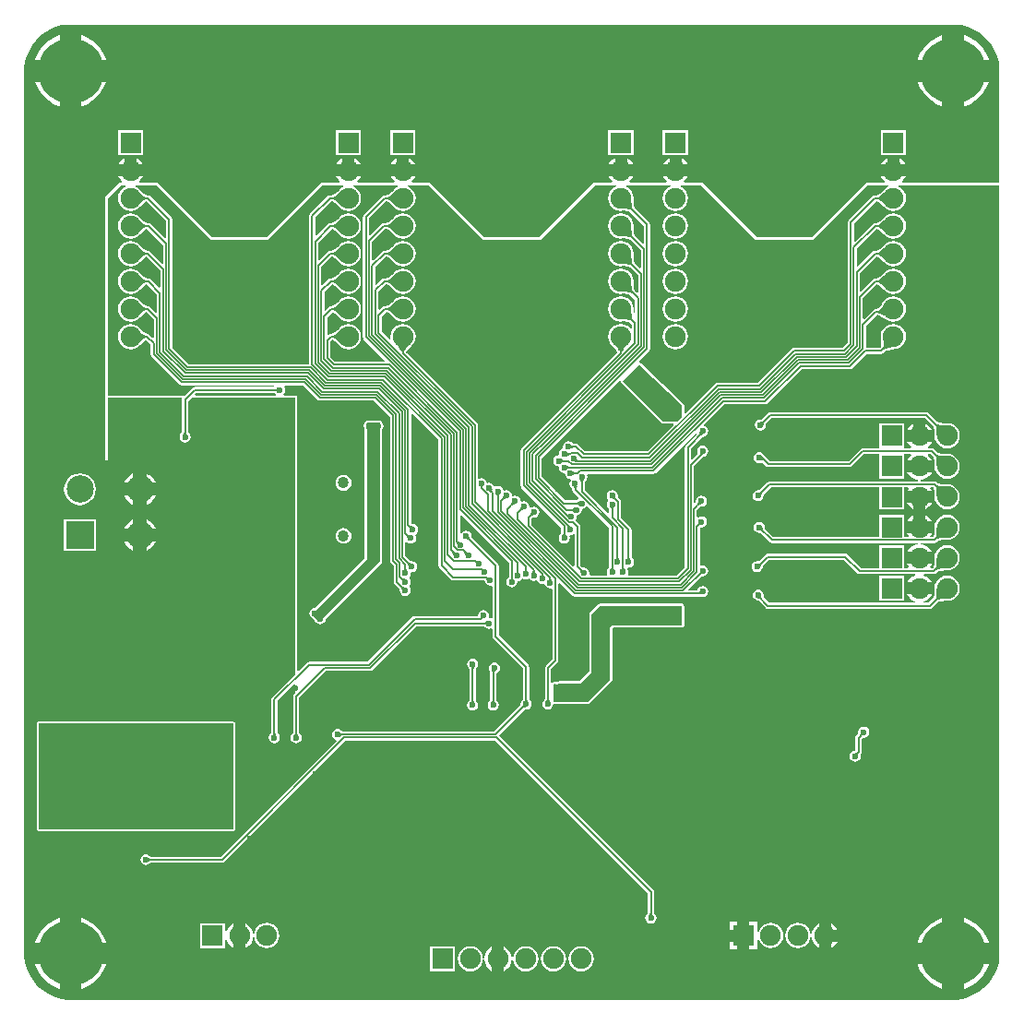
<source format=gbl>
G04*
G04 #@! TF.GenerationSoftware,Altium Limited,Altium Designer,19.1.6 (110)*
G04*
G04 Layer_Physical_Order=2*
G04 Layer_Color=16711680*
%FSLAX43Y43*%
%MOMM*%
G71*
G01*
G75*
%ADD94C,0.150*%
%ADD97C,1.900*%
%ADD98R,1.900X1.900*%
%ADD99R,1.900X1.900*%
%ADD100C,2.500*%
%ADD101R,2.500X2.500*%
%ADD102C,1.030*%
%ADD103C,6.000*%
%ADD104C,0.600*%
G36*
X86330Y89672D02*
X86867Y89528D01*
X87382Y89315D01*
X87864Y89037D01*
X88305Y88698D01*
X88699Y88305D01*
X89037Y87864D01*
X89315Y87382D01*
X89528Y86867D01*
X89672Y86330D01*
X89745Y85778D01*
Y85500D01*
Y75250D01*
X80828Y75250D01*
X80785Y75377D01*
X80892Y75458D01*
X81092Y75720D01*
X81125Y75800D01*
X80000D01*
X78875D01*
X78908Y75720D01*
X79108Y75458D01*
X79215Y75377D01*
X79172Y75250D01*
X77500D01*
X72500Y70250D01*
X67500D01*
X62500Y75250D01*
X60828D01*
X60785Y75377D01*
X60892Y75458D01*
X61092Y75720D01*
X61125Y75800D01*
X60000D01*
X58875D01*
X58908Y75720D01*
X59108Y75458D01*
X59215Y75377D01*
X59172Y75250D01*
X57800D01*
D01*
X57500D01*
X57200D01*
D01*
X55828D01*
X55785Y75377D01*
X55892Y75458D01*
X56092Y75720D01*
X56125Y75800D01*
X55000D01*
X53875D01*
X53908Y75720D01*
X54108Y75458D01*
X54215Y75377D01*
X54172Y75250D01*
X52500D01*
X47500Y70250D01*
X42500D01*
X37500Y75250D01*
X35828D01*
X35785Y75377D01*
X35892Y75458D01*
X36092Y75720D01*
X36125Y75800D01*
X35000D01*
X33875D01*
X33908Y75720D01*
X34108Y75458D01*
X34215Y75377D01*
X34172Y75250D01*
X32800D01*
D01*
X32500D01*
X32200D01*
D01*
X30828D01*
X30785Y75377D01*
X30892Y75458D01*
X31092Y75720D01*
X31125Y75800D01*
X30000D01*
X28875D01*
X28908Y75720D01*
X29108Y75458D01*
X29215Y75377D01*
X29172Y75250D01*
X27500D01*
X22500Y70250D01*
X17500D01*
X12500Y75250D01*
X10828D01*
X10785Y75377D01*
X10892Y75458D01*
X11092Y75720D01*
X11125Y75800D01*
X10000D01*
X8875D01*
X8908Y75720D01*
X9108Y75458D01*
X9215Y75377D01*
X9172Y75250D01*
X9000D01*
Y75225D01*
X7700Y73925D01*
Y49750D01*
X7900D01*
Y55500D01*
X14650D01*
X14678Y55472D01*
X14734Y55373D01*
X14720Y55300D01*
Y52362D01*
X14718Y52357D01*
X14715Y52350D01*
X14711Y52339D01*
X14704Y52327D01*
X14696Y52315D01*
X14664Y52277D01*
X14663Y52276D01*
X14640Y52260D01*
X14529Y52095D01*
X14490Y51900D01*
X14529Y51705D01*
X14640Y51540D01*
X14805Y51429D01*
X15000Y51390D01*
X15195Y51429D01*
X15360Y51540D01*
X15471Y51705D01*
X15510Y51900D01*
X15471Y52095D01*
X15360Y52260D01*
X15337Y52276D01*
X15334Y52279D01*
X15319Y52297D01*
X15306Y52313D01*
X15296Y52327D01*
X15289Y52339D01*
X15285Y52350D01*
X15282Y52357D01*
X15280Y52362D01*
Y55184D01*
X15597Y55500D01*
X25100D01*
Y30097D01*
X23002Y27998D01*
X22941Y27907D01*
X22920Y27800D01*
Y25800D01*
Y24762D01*
X22918Y24757D01*
X22915Y24750D01*
X22911Y24739D01*
X22904Y24727D01*
X22896Y24715D01*
X22864Y24677D01*
X22863Y24676D01*
X22840Y24660D01*
X22729Y24495D01*
X22690Y24300D01*
X22729Y24105D01*
X22840Y23940D01*
X23005Y23829D01*
X23200Y23790D01*
X23395Y23829D01*
X23560Y23940D01*
X23671Y24105D01*
X23710Y24300D01*
X23671Y24495D01*
X23560Y24660D01*
X23537Y24676D01*
X23534Y24679D01*
X23519Y24697D01*
X23506Y24713D01*
X23496Y24727D01*
X23489Y24739D01*
X23485Y24750D01*
X23482Y24757D01*
X23480Y24762D01*
Y25800D01*
Y27684D01*
X24983Y29186D01*
X25100Y29138D01*
Y28397D01*
X25002Y28298D01*
X24941Y28207D01*
X24920Y28100D01*
Y25800D01*
Y24762D01*
X24918Y24757D01*
X24915Y24750D01*
X24911Y24739D01*
X24904Y24727D01*
X24896Y24715D01*
X24864Y24677D01*
X24863Y24676D01*
X24840Y24660D01*
X24729Y24495D01*
X24690Y24300D01*
X24729Y24105D01*
X24840Y23940D01*
X25005Y23829D01*
X25200Y23790D01*
X25373Y23825D01*
X25395Y23829D01*
X25560Y23940D01*
X25671Y24105D01*
X25710Y24300D01*
X25671Y24495D01*
X25560Y24660D01*
X25537Y24676D01*
X25534Y24679D01*
X25519Y24697D01*
X25506Y24713D01*
X25496Y24727D01*
X25489Y24739D01*
X25485Y24750D01*
X25482Y24757D01*
X25480Y24762D01*
Y27984D01*
X27916Y30420D01*
X31989D01*
X32096Y30441D01*
X32187Y30502D01*
X36205Y34520D01*
X42438D01*
X42442Y34518D01*
X42450Y34515D01*
X42461Y34511D01*
X42473Y34503D01*
X42485Y34495D01*
X42523Y34464D01*
X42524Y34463D01*
X42539Y34439D01*
X42705Y34329D01*
X42900Y34290D01*
X43095Y34329D01*
X43108Y34337D01*
X43220Y34277D01*
Y33600D01*
X43241Y33493D01*
X43302Y33402D01*
X46020Y30684D01*
Y27862D01*
X46018Y27857D01*
X46015Y27850D01*
X46011Y27839D01*
X46004Y27827D01*
X45996Y27815D01*
X45964Y27777D01*
X45963Y27776D01*
X45940Y27760D01*
X45829Y27595D01*
X45790Y27400D01*
X45796Y27372D01*
X45796Y27368D01*
X45794Y27345D01*
X45792Y27325D01*
X45788Y27308D01*
X45785Y27294D01*
X45781Y27283D01*
X45777Y27276D01*
X45775Y27272D01*
X43384Y24880D01*
X29462D01*
X29457Y24882D01*
X29450Y24885D01*
X29439Y24889D01*
X29427Y24896D01*
X29415Y24904D01*
X29377Y24936D01*
X29376Y24937D01*
X29360Y24960D01*
X29195Y25071D01*
X29000Y25110D01*
X28805Y25071D01*
X28640Y24960D01*
X28529Y24795D01*
X28490Y24600D01*
X28529Y24405D01*
X28640Y24240D01*
X28805Y24129D01*
X28857Y24119D01*
X28894Y23997D01*
X25417Y20521D01*
X20296Y15400D01*
X18277Y13380D01*
X11862D01*
X11857Y13382D01*
X11850Y13385D01*
X11839Y13389D01*
X11827Y13396D01*
X11815Y13404D01*
X11777Y13436D01*
X11776Y13437D01*
X11760Y13460D01*
X11595Y13571D01*
X11400Y13610D01*
X11205Y13571D01*
X11040Y13460D01*
X10929Y13295D01*
X10890Y13100D01*
X10929Y12905D01*
X11040Y12740D01*
X11205Y12629D01*
X11400Y12590D01*
X11595Y12629D01*
X11760Y12740D01*
X11776Y12763D01*
X11779Y12766D01*
X11797Y12781D01*
X11813Y12794D01*
X11827Y12804D01*
X11839Y12811D01*
X11850Y12815D01*
X11857Y12818D01*
X11862Y12820D01*
X18393D01*
X18500Y12841D01*
X18591Y12902D01*
X21389Y15700D01*
X25300Y19611D01*
D01*
X29734Y24045D01*
X43459D01*
X57470Y10034D01*
Y8212D01*
X57468Y8207D01*
X57465Y8200D01*
X57461Y8189D01*
X57453Y8177D01*
X57446Y8165D01*
X57414Y8127D01*
X57413Y8126D01*
X57390Y8110D01*
X57279Y7945D01*
X57240Y7750D01*
X57279Y7555D01*
X57390Y7390D01*
X57555Y7279D01*
X57750Y7240D01*
X57945Y7279D01*
X58110Y7390D01*
X58221Y7555D01*
X58260Y7750D01*
X58221Y7945D01*
X58110Y8110D01*
X58087Y8126D01*
X58084Y8129D01*
X58069Y8147D01*
X58056Y8163D01*
X58046Y8177D01*
X58039Y8189D01*
X58035Y8200D01*
X58032Y8207D01*
X58030Y8212D01*
Y10150D01*
X58009Y10257D01*
X57948Y10348D01*
X43797Y24500D01*
X46172Y26875D01*
X46176Y26877D01*
X46183Y26881D01*
X46194Y26885D01*
X46208Y26888D01*
X46222Y26891D01*
X46271Y26896D01*
X46272Y26896D01*
X46300Y26890D01*
X46495Y26929D01*
X46660Y27040D01*
X46771Y27205D01*
X46810Y27400D01*
X46771Y27595D01*
X46660Y27760D01*
X46637Y27776D01*
X46634Y27779D01*
X46619Y27797D01*
X46606Y27813D01*
X46596Y27827D01*
X46589Y27839D01*
X46585Y27850D01*
X46582Y27857D01*
X46580Y27862D01*
Y30800D01*
X46559Y30907D01*
X46498Y30998D01*
X43780Y33716D01*
Y40100D01*
X43759Y40207D01*
X43698Y40298D01*
X41325Y42672D01*
X41323Y42676D01*
X41319Y42683D01*
X41315Y42694D01*
X41312Y42708D01*
X41309Y42722D01*
X41304Y42771D01*
X41304Y42772D01*
X41310Y42800D01*
X41271Y42995D01*
X41160Y43160D01*
X40995Y43271D01*
X40800Y43310D01*
X40605Y43271D01*
X40440Y43160D01*
X40357Y43038D01*
X40230Y43076D01*
Y44707D01*
X40348Y44756D01*
X44719Y40384D01*
Y39014D01*
X44639Y38960D01*
X44529Y38795D01*
X44490Y38600D01*
X44529Y38405D01*
X44639Y38239D01*
X44805Y38129D01*
X45000Y38090D01*
X45195Y38129D01*
X45360Y38239D01*
X45471Y38405D01*
X45510Y38600D01*
X45506Y38617D01*
X45695Y38654D01*
X45860Y38765D01*
X45958Y38910D01*
X46080Y38829D01*
X46275Y38790D01*
X46470Y38829D01*
X46592Y38911D01*
X46640Y38840D01*
X46805Y38729D01*
X47000Y38690D01*
X47195Y38729D01*
X47247Y38739D01*
X47329Y38705D01*
X47439Y38539D01*
X47605Y38429D01*
X47800Y38390D01*
X47879Y38406D01*
X48028Y38310D01*
X48029Y38305D01*
X48140Y38140D01*
X48305Y38029D01*
X48500Y37990D01*
X48593Y38009D01*
X48720Y37904D01*
Y31516D01*
X48102Y30898D01*
X48041Y30807D01*
X48020Y30700D01*
Y27862D01*
X48018Y27857D01*
X48015Y27850D01*
X48011Y27839D01*
X48004Y27827D01*
X47996Y27815D01*
X47964Y27777D01*
X47963Y27776D01*
X47940Y27760D01*
X47829Y27595D01*
X47790Y27400D01*
X47829Y27205D01*
X47940Y27040D01*
X48105Y26929D01*
X48300Y26890D01*
X48495Y26929D01*
X48660Y27040D01*
X48771Y27205D01*
X48809Y27396D01*
X52000D01*
X52078Y27412D01*
X52144Y27456D01*
X54144Y29456D01*
X54188Y29522D01*
X54204Y29600D01*
Y33300D01*
Y34316D01*
X54284Y34396D01*
X60600Y34396D01*
X60678Y34412D01*
X60744Y34456D01*
X60788Y34522D01*
X60804Y34600D01*
X60804Y36400D01*
X60788Y36478D01*
X60744Y36544D01*
X60678Y36588D01*
X60600Y36604D01*
X60130D01*
X60100Y36610D01*
X60070Y36604D01*
X59230D01*
X59200Y36610D01*
X59170Y36604D01*
X53100D01*
X53100Y36604D01*
X53022Y36588D01*
X52956Y36544D01*
X52956Y36544D01*
X52156Y35744D01*
X52112Y35678D01*
X52096Y35600D01*
Y33300D01*
Y33100D01*
Y30384D01*
X51216Y29504D01*
X49401D01*
X49382Y29500D01*
X49362D01*
X49343Y29492D01*
X49323Y29488D01*
X49307Y29477D01*
X49288Y29470D01*
X49216Y29421D01*
X49100Y29398D01*
X48967Y29425D01*
X48938D01*
X48909Y29428D01*
X48898Y29425D01*
X48887D01*
X48860Y29413D01*
X48832Y29405D01*
X48705Y29339D01*
X48625Y29365D01*
X48580Y29401D01*
Y30584D01*
X49198Y31202D01*
X49259Y31293D01*
X49280Y31400D01*
Y38435D01*
X49398Y38484D01*
X50555Y37327D01*
X50646Y37266D01*
X50753Y37245D01*
X62203D01*
X62264Y37257D01*
X62305Y37229D01*
X62500Y37190D01*
X62695Y37229D01*
X62860Y37340D01*
X62971Y37505D01*
X63010Y37700D01*
X62971Y37895D01*
X62860Y38060D01*
X62695Y38171D01*
X62500Y38210D01*
X62305Y38171D01*
X62140Y38060D01*
X62029Y37895D01*
X62011Y37805D01*
X61268D01*
X61219Y37923D01*
X62406Y39109D01*
X62500Y39090D01*
X62695Y39129D01*
X62860Y39240D01*
X62971Y39405D01*
X63010Y39600D01*
X62971Y39795D01*
X62860Y39960D01*
X62695Y40071D01*
X62500Y40110D01*
X62382Y40086D01*
X62255Y40179D01*
Y43559D01*
X62272Y43575D01*
X62276Y43577D01*
X62283Y43581D01*
X62294Y43585D01*
X62308Y43588D01*
X62322Y43591D01*
X62371Y43596D01*
X62372Y43596D01*
X62400Y43590D01*
X62595Y43629D01*
X62760Y43740D01*
X62871Y43905D01*
X62910Y44100D01*
X62871Y44295D01*
X62760Y44460D01*
X62595Y44571D01*
X62400Y44610D01*
X62205Y44571D01*
X62107Y44506D01*
X61980Y44574D01*
Y45184D01*
X62272Y45475D01*
X62276Y45477D01*
X62283Y45481D01*
X62294Y45485D01*
X62308Y45488D01*
X62322Y45491D01*
X62371Y45496D01*
X62372Y45496D01*
X62400Y45490D01*
X62595Y45529D01*
X62760Y45640D01*
X62871Y45805D01*
X62910Y46000D01*
X62871Y46195D01*
X62760Y46360D01*
X62595Y46471D01*
X62400Y46510D01*
X62205Y46471D01*
X62040Y46360D01*
X61929Y46195D01*
X61890Y46000D01*
X61896Y45972D01*
X61896Y45968D01*
X61894Y45945D01*
X61892Y45925D01*
X61889Y45913D01*
X61878Y45901D01*
X61830Y45871D01*
X61792Y45880D01*
X61703Y45944D01*
Y49206D01*
X62535Y50039D01*
X62553Y50052D01*
X62561Y50059D01*
X62679Y50126D01*
X62695Y50129D01*
X62860Y50240D01*
X62971Y50405D01*
X63010Y50600D01*
X62971Y50795D01*
X62860Y50960D01*
X62695Y51071D01*
X62500Y51110D01*
X62305Y51071D01*
X62140Y50960D01*
X62029Y50795D01*
X61990Y50600D01*
X62029Y50405D01*
X62053Y50369D01*
X62054Y50366D01*
X62059Y50356D01*
X61545Y49841D01*
X61428Y49890D01*
Y50831D01*
X62461Y51865D01*
X62468Y51869D01*
X62504Y51889D01*
X62519Y51896D01*
X62609Y51928D01*
X62642Y51938D01*
X62642D01*
X62642Y51938D01*
X62642Y51938D01*
X62648Y51942D01*
X62695Y51951D01*
X62860Y52061D01*
X62971Y52227D01*
X63010Y52422D01*
X62971Y52617D01*
X62860Y52782D01*
X62695Y52893D01*
X62650Y52902D01*
X62613Y53023D01*
X64509Y54920D01*
X68245D01*
X68352Y54941D01*
X68443Y55002D01*
X71586Y58145D01*
X76025D01*
X76132Y58166D01*
X76223Y58227D01*
X77516Y59520D01*
X78900D01*
X79007Y59541D01*
X79098Y59602D01*
X79247Y59751D01*
X79251Y59754D01*
X79278Y59769D01*
X79328Y59790D01*
X79391Y59811D01*
X80005Y59943D01*
X80170Y59969D01*
X80171Y59969D01*
X80171Y59969D01*
X80187Y59975D01*
X80300Y59990D01*
X80580Y60105D01*
X80820Y60290D01*
X81005Y60530D01*
X81120Y60810D01*
X81160Y61110D01*
X81120Y61410D01*
X81005Y61690D01*
X80820Y61930D01*
X80580Y62115D01*
X80300Y62230D01*
X80000Y62270D01*
X79700Y62230D01*
X79420Y62115D01*
X79180Y61930D01*
X78995Y61690D01*
X78880Y61410D01*
X78840Y61110D01*
X78862Y60942D01*
X78861Y60925D01*
X78898Y60651D01*
X78905Y60539D01*
X78907Y60438D01*
X78903Y60351D01*
X78893Y60278D01*
X78880Y60219D01*
X78864Y60176D01*
X78848Y60147D01*
X78837Y60133D01*
X78784Y60080D01*
X77480D01*
Y62084D01*
X78505Y63108D01*
X78520D01*
X79270Y62737D01*
X79386Y62671D01*
X79420Y62645D01*
X79700Y62530D01*
X80000Y62490D01*
X80300Y62530D01*
X80580Y62645D01*
X80820Y62830D01*
X81005Y63070D01*
X81120Y63350D01*
X81160Y63650D01*
X81120Y63950D01*
X81005Y64230D01*
X80820Y64470D01*
X80580Y64655D01*
X80300Y64770D01*
X80000Y64810D01*
X79700Y64770D01*
X79420Y64655D01*
X79180Y64470D01*
X78995Y64230D01*
X78976Y64184D01*
X78921Y64086D01*
X78858Y63986D01*
X78797Y63900D01*
X78739Y63828D01*
X78684Y63771D01*
X78634Y63728D01*
X78590Y63698D01*
X78553Y63680D01*
X78523Y63671D01*
X78503Y63669D01*
X78389D01*
X78281Y63648D01*
X78190Y63587D01*
X77323Y62719D01*
X77205Y62768D01*
Y64609D01*
X78503Y65907D01*
X78531Y65899D01*
X78577Y65879D01*
X78636Y65846D01*
X78706Y65800D01*
X78781Y65744D01*
X79069Y65488D01*
X79152Y65406D01*
X79180Y65370D01*
X79420Y65185D01*
X79700Y65070D01*
X80000Y65030D01*
X80300Y65070D01*
X80580Y65185D01*
X80820Y65370D01*
X81005Y65610D01*
X81120Y65890D01*
X81160Y66190D01*
X81120Y66490D01*
X81005Y66770D01*
X80820Y67010D01*
X80580Y67195D01*
X80300Y67310D01*
X80000Y67350D01*
X79700Y67310D01*
X79420Y67195D01*
X79180Y67010D01*
X79154Y66976D01*
X78965Y66793D01*
X78782Y66637D01*
X78706Y66580D01*
X78636Y66534D01*
X78577Y66501D01*
X78531Y66481D01*
X78499Y66472D01*
X78486Y66470D01*
X78390D01*
X78283Y66449D01*
X78192Y66388D01*
X77048Y65244D01*
X76930Y65293D01*
Y66934D01*
X78446Y68450D01*
X78486D01*
X78499Y68448D01*
X78531Y68439D01*
X78577Y68419D01*
X78636Y68386D01*
X78706Y68340D01*
X78781Y68284D01*
X79069Y68028D01*
X79152Y67946D01*
X79180Y67910D01*
X79420Y67725D01*
X79700Y67610D01*
X80000Y67570D01*
X80300Y67610D01*
X80580Y67725D01*
X80820Y67910D01*
X81005Y68150D01*
X81120Y68430D01*
X81160Y68730D01*
X81120Y69030D01*
X81005Y69310D01*
X80820Y69550D01*
X80580Y69735D01*
X80300Y69850D01*
X80000Y69890D01*
X79700Y69850D01*
X79420Y69735D01*
X79180Y69550D01*
X79154Y69516D01*
X78965Y69333D01*
X78782Y69177D01*
X78706Y69120D01*
X78636Y69074D01*
X78577Y69041D01*
X78531Y69021D01*
X78499Y69012D01*
X78486Y69010D01*
X78330D01*
X78223Y68989D01*
X78132Y68928D01*
X76773Y67569D01*
X76655Y67618D01*
Y69159D01*
X78486Y70990D01*
X78499Y70988D01*
X78531Y70979D01*
X78577Y70959D01*
X78636Y70926D01*
X78706Y70880D01*
X78781Y70824D01*
X79069Y70568D01*
X79152Y70486D01*
X79180Y70450D01*
X79420Y70265D01*
X79700Y70150D01*
X80000Y70110D01*
X80300Y70150D01*
X80580Y70265D01*
X80820Y70450D01*
X81005Y70690D01*
X81120Y70970D01*
X81160Y71270D01*
X81120Y71570D01*
X81005Y71850D01*
X80820Y72090D01*
X80580Y72275D01*
X80300Y72390D01*
X80000Y72430D01*
X79700Y72390D01*
X79420Y72275D01*
X79180Y72090D01*
X79154Y72056D01*
X78965Y71873D01*
X78782Y71717D01*
X78706Y71660D01*
X78636Y71614D01*
X78577Y71581D01*
X78531Y71561D01*
X78499Y71552D01*
X78486Y71550D01*
X78370D01*
X78263Y71529D01*
X78172Y71468D01*
X76498Y69794D01*
X76380Y69843D01*
Y71484D01*
X78426Y73530D01*
X78486D01*
X78499Y73528D01*
X78531Y73519D01*
X78577Y73499D01*
X78636Y73466D01*
X78706Y73420D01*
X78781Y73364D01*
X79069Y73108D01*
X79152Y73026D01*
X79180Y72990D01*
X79420Y72805D01*
X79700Y72690D01*
X80000Y72650D01*
X80300Y72690D01*
X80580Y72805D01*
X80820Y72990D01*
X81005Y73230D01*
X81120Y73510D01*
X81160Y73810D01*
X81120Y74110D01*
X81005Y74390D01*
X80820Y74630D01*
X80580Y74815D01*
X80439Y74873D01*
X80464Y75000D01*
X89745Y75000D01*
Y4500D01*
Y4222D01*
X89672Y3670D01*
X89528Y3133D01*
X89315Y2618D01*
X89037Y2136D01*
X88698Y1695D01*
X88305Y1301D01*
X87864Y963D01*
X87382Y685D01*
X86867Y472D01*
X86330Y328D01*
X85778Y255D01*
X4222D01*
X3670Y328D01*
X3133Y472D01*
X2618Y685D01*
X2136Y963D01*
X1695Y1302D01*
X1301Y1695D01*
X963Y2136D01*
X685Y2618D01*
X472Y3133D01*
X328Y3670D01*
X255Y4222D01*
Y4500D01*
Y15500D01*
Y25800D01*
Y40000D01*
X7900D01*
Y40000D01*
X255D01*
Y85500D01*
Y85778D01*
X328Y86330D01*
X472Y86867D01*
X685Y87382D01*
X963Y87864D01*
X1302Y88305D01*
X1695Y88699D01*
X2136Y89037D01*
X2618Y89315D01*
X3133Y89528D01*
X3670Y89672D01*
X4222Y89745D01*
X85778D01*
X86330Y89672D01*
D02*
G37*
G36*
X79322Y73145D02*
X79209Y73257D01*
X78910Y73523D01*
X78823Y73588D01*
X78742Y73641D01*
X78668Y73682D01*
X78600Y73711D01*
X78538Y73729D01*
X78483Y73735D01*
Y73885D01*
X78538Y73891D01*
X78600Y73909D01*
X78668Y73938D01*
X78742Y73979D01*
X78823Y74033D01*
X78910Y74097D01*
X79103Y74263D01*
X79322Y74475D01*
Y73145D01*
D02*
G37*
G36*
X34322D02*
X34209Y73257D01*
X33910Y73523D01*
X33823Y73588D01*
X33742Y73641D01*
X33668Y73682D01*
X33600Y73711D01*
X33538Y73729D01*
X33483Y73735D01*
Y73885D01*
X33538Y73891D01*
X33600Y73909D01*
X33668Y73938D01*
X33742Y73979D01*
X33823Y74033D01*
X33910Y74097D01*
X34103Y74263D01*
X34322Y74475D01*
Y73145D01*
D02*
G37*
G36*
X29322D02*
X29209Y73257D01*
X28910Y73523D01*
X28823Y73588D01*
X28742Y73641D01*
X28668Y73682D01*
X28600Y73711D01*
X28538Y73729D01*
X28483Y73735D01*
Y73885D01*
X28538Y73891D01*
X28600Y73909D01*
X28668Y73938D01*
X28742Y73979D01*
X28823Y74033D01*
X28910Y74097D01*
X29103Y74263D01*
X29322Y74475D01*
Y73145D01*
D02*
G37*
G36*
X10791Y74363D02*
X11090Y74097D01*
X11177Y74033D01*
X11258Y73979D01*
X11332Y73938D01*
X11400Y73909D01*
X11462Y73891D01*
X11517Y73885D01*
Y73735D01*
X11462Y73729D01*
X11400Y73711D01*
X11332Y73682D01*
X11258Y73641D01*
X11177Y73588D01*
X11090Y73523D01*
X10897Y73357D01*
X10678Y73145D01*
Y74475D01*
X10791Y74363D01*
D02*
G37*
G36*
X55950Y73642D02*
X55974Y73242D01*
X55990Y73135D01*
X56009Y73040D01*
X56033Y72959D01*
X56060Y72890D01*
X56091Y72834D01*
X56126Y72790D01*
X56020Y72684D01*
X55976Y72719D01*
X55920Y72750D01*
X55851Y72777D01*
X55770Y72801D01*
X55675Y72820D01*
X55568Y72836D01*
X55314Y72856D01*
X55009Y72860D01*
X55950Y73800D01*
X55950Y73642D01*
D02*
G37*
G36*
X34561Y74873D02*
X34420Y74815D01*
X34180Y74630D01*
X34154Y74596D01*
X33965Y74413D01*
X33782Y74257D01*
X33706Y74200D01*
X33636Y74154D01*
X33577Y74121D01*
X33531Y74101D01*
X33499Y74092D01*
X33486Y74090D01*
X33310D01*
X33203Y74069D01*
X33112Y74008D01*
X31402Y72298D01*
X31341Y72207D01*
X31320Y72100D01*
Y61055D01*
X31341Y60948D01*
X31402Y60857D01*
X33336Y58923D01*
X33288Y58805D01*
X30220D01*
X30220Y58805D01*
X28791Y58805D01*
X28328Y59269D01*
Y60631D01*
X28519Y60822D01*
X28531Y60819D01*
X28577Y60799D01*
X28636Y60766D01*
X28706Y60720D01*
X28781Y60664D01*
X29069Y60408D01*
X29152Y60326D01*
X29180Y60290D01*
X29420Y60105D01*
X29700Y59990D01*
X30000Y59950D01*
X30300Y59990D01*
X30580Y60105D01*
X30820Y60290D01*
X31005Y60530D01*
X31120Y60810D01*
X31160Y61110D01*
X31120Y61410D01*
X31005Y61690D01*
X30820Y61930D01*
X30580Y62115D01*
X30300Y62230D01*
X30000Y62270D01*
X29700Y62230D01*
X29420Y62115D01*
X29180Y61930D01*
X29154Y61896D01*
X28965Y61713D01*
X28782Y61557D01*
X28706Y61500D01*
X28636Y61454D01*
X28577Y61421D01*
X28531Y61401D01*
X28499Y61392D01*
X28486Y61390D01*
X28410D01*
X28303Y61369D01*
X28212Y61308D01*
X28170Y61267D01*
X28053Y61315D01*
Y62856D01*
X28548Y63352D01*
X28577Y63339D01*
X28636Y63306D01*
X28706Y63260D01*
X28781Y63204D01*
X29069Y62948D01*
X29152Y62866D01*
X29180Y62830D01*
X29420Y62645D01*
X29700Y62530D01*
X30000Y62490D01*
X30300Y62530D01*
X30580Y62645D01*
X30820Y62830D01*
X31005Y63070D01*
X31120Y63350D01*
X31160Y63650D01*
X31120Y63950D01*
X31005Y64230D01*
X30820Y64470D01*
X30580Y64655D01*
X30300Y64770D01*
X30000Y64810D01*
X29700Y64770D01*
X29420Y64655D01*
X29180Y64470D01*
X29154Y64436D01*
X28965Y64253D01*
X28782Y64097D01*
X28706Y64040D01*
X28636Y63994D01*
X28577Y63961D01*
X28531Y63941D01*
X28499Y63932D01*
X28486Y63930D01*
X28450D01*
X28343Y63909D01*
X28252Y63848D01*
X27895Y63492D01*
X27778Y63540D01*
Y65181D01*
X28503Y65907D01*
X28531Y65899D01*
X28577Y65879D01*
X28636Y65846D01*
X28706Y65800D01*
X28781Y65744D01*
X29069Y65488D01*
X29152Y65406D01*
X29180Y65370D01*
X29420Y65185D01*
X29700Y65070D01*
X30000Y65030D01*
X30300Y65070D01*
X30580Y65185D01*
X30820Y65370D01*
X31005Y65610D01*
X31120Y65890D01*
X31160Y66190D01*
X31120Y66490D01*
X31005Y66770D01*
X30820Y67010D01*
X30580Y67195D01*
X30300Y67310D01*
X30000Y67350D01*
X29700Y67310D01*
X29420Y67195D01*
X29180Y67010D01*
X29154Y66976D01*
X28965Y66793D01*
X28782Y66637D01*
X28706Y66580D01*
X28636Y66534D01*
X28577Y66501D01*
X28531Y66481D01*
X28499Y66472D01*
X28486Y66470D01*
X28390D01*
X28283Y66449D01*
X28192Y66388D01*
X27620Y65817D01*
X27503Y65865D01*
Y67506D01*
X28446Y68450D01*
X28486D01*
X28499Y68448D01*
X28531Y68439D01*
X28577Y68419D01*
X28636Y68386D01*
X28706Y68340D01*
X28781Y68284D01*
X29069Y68028D01*
X29152Y67946D01*
X29180Y67910D01*
X29420Y67725D01*
X29700Y67610D01*
X30000Y67570D01*
X30300Y67610D01*
X30580Y67725D01*
X30820Y67910D01*
X31005Y68150D01*
X31120Y68430D01*
X31160Y68730D01*
X31120Y69030D01*
X31005Y69310D01*
X30820Y69550D01*
X30580Y69735D01*
X30300Y69850D01*
X30000Y69890D01*
X29700Y69850D01*
X29420Y69735D01*
X29180Y69550D01*
X29154Y69516D01*
X28965Y69333D01*
X28782Y69177D01*
X28706Y69120D01*
X28636Y69074D01*
X28577Y69041D01*
X28531Y69021D01*
X28499Y69012D01*
X28486Y69010D01*
X28330D01*
X28223Y68989D01*
X28132Y68928D01*
X27345Y68142D01*
X27228Y68190D01*
Y69731D01*
X28486Y70990D01*
X28499Y70988D01*
X28531Y70979D01*
X28577Y70959D01*
X28636Y70926D01*
X28706Y70880D01*
X28781Y70824D01*
X29069Y70568D01*
X29152Y70486D01*
X29180Y70450D01*
X29420Y70265D01*
X29700Y70150D01*
X30000Y70110D01*
X30300Y70150D01*
X30580Y70265D01*
X30820Y70450D01*
X31005Y70690D01*
X31120Y70970D01*
X31160Y71270D01*
X31120Y71570D01*
X31005Y71850D01*
X30820Y72090D01*
X30580Y72275D01*
X30300Y72390D01*
X30000Y72430D01*
X29700Y72390D01*
X29420Y72275D01*
X29180Y72090D01*
X29154Y72056D01*
X28965Y71873D01*
X28782Y71717D01*
X28706Y71660D01*
X28636Y71614D01*
X28577Y71581D01*
X28531Y71561D01*
X28499Y71552D01*
X28486Y71550D01*
X28370D01*
X28263Y71529D01*
X28172Y71468D01*
X27070Y70367D01*
X26953Y70415D01*
Y72056D01*
X28426Y73530D01*
X28486D01*
X28499Y73528D01*
X28531Y73519D01*
X28577Y73499D01*
X28636Y73466D01*
X28706Y73420D01*
X28781Y73364D01*
X29069Y73108D01*
X29152Y73026D01*
X29180Y72990D01*
X29420Y72805D01*
X29700Y72690D01*
X30000Y72650D01*
X30300Y72690D01*
X30580Y72805D01*
X30820Y72990D01*
X31005Y73230D01*
X31120Y73510D01*
X31160Y73810D01*
X31120Y74110D01*
X31005Y74390D01*
X30820Y74630D01*
X30580Y74815D01*
X30439Y74873D01*
X30464Y75000D01*
X34536D01*
X34561Y74873D01*
D02*
G37*
G36*
X79322Y70605D02*
X79209Y70717D01*
X78910Y70983D01*
X78823Y71048D01*
X78742Y71101D01*
X78668Y71142D01*
X78600Y71171D01*
X78538Y71189D01*
X78483Y71195D01*
Y71345D01*
X78538Y71351D01*
X78600Y71369D01*
X78668Y71398D01*
X78742Y71439D01*
X78823Y71493D01*
X78910Y71557D01*
X79103Y71723D01*
X79322Y71935D01*
Y70605D01*
D02*
G37*
G36*
X34322D02*
X34209Y70717D01*
X33910Y70983D01*
X33823Y71048D01*
X33742Y71101D01*
X33668Y71142D01*
X33600Y71171D01*
X33538Y71189D01*
X33483Y71195D01*
Y71345D01*
X33538Y71351D01*
X33600Y71369D01*
X33668Y71398D01*
X33742Y71439D01*
X33823Y71493D01*
X33910Y71557D01*
X34103Y71723D01*
X34322Y71935D01*
Y70605D01*
D02*
G37*
G36*
X29322D02*
X29209Y70717D01*
X28910Y70983D01*
X28823Y71048D01*
X28742Y71101D01*
X28668Y71142D01*
X28600Y71171D01*
X28538Y71189D01*
X28483Y71195D01*
Y71345D01*
X28538Y71351D01*
X28600Y71369D01*
X28668Y71398D01*
X28742Y71439D01*
X28823Y71493D01*
X28910Y71557D01*
X29103Y71723D01*
X29322Y71935D01*
Y70605D01*
D02*
G37*
G36*
X10791Y71823D02*
X11090Y71557D01*
X11177Y71493D01*
X11258Y71439D01*
X11332Y71398D01*
X11400Y71369D01*
X11462Y71351D01*
X11517Y71345D01*
Y71195D01*
X11462Y71189D01*
X11400Y71171D01*
X11332Y71142D01*
X11258Y71101D01*
X11177Y71048D01*
X11090Y70983D01*
X10897Y70817D01*
X10678Y70605D01*
Y71935D01*
X10791Y71823D01*
D02*
G37*
G36*
X55950Y71102D02*
X55974Y70702D01*
X55990Y70595D01*
X56009Y70500D01*
X56033Y70419D01*
X56060Y70350D01*
X56091Y70294D01*
X56126Y70250D01*
X56020Y70144D01*
X55976Y70179D01*
X55920Y70210D01*
X55851Y70237D01*
X55770Y70261D01*
X55675Y70280D01*
X55568Y70296D01*
X55314Y70316D01*
X55009Y70320D01*
X55950Y71260D01*
X55950Y71102D01*
D02*
G37*
G36*
X9561Y74873D02*
X9420Y74815D01*
X9180Y74630D01*
X8995Y74390D01*
X8880Y74110D01*
X8840Y73810D01*
X8880Y73510D01*
X8995Y73230D01*
X9180Y72990D01*
X9420Y72805D01*
X9700Y72690D01*
X10000Y72650D01*
X10300Y72690D01*
X10580Y72805D01*
X10820Y72990D01*
X10846Y73024D01*
X11035Y73207D01*
X11218Y73363D01*
X11294Y73420D01*
X11364Y73466D01*
X11423Y73499D01*
X11469Y73519D01*
X11481Y73522D01*
X13270Y71734D01*
Y70193D01*
X13152Y70144D01*
X11828Y71468D01*
X11737Y71529D01*
X11630Y71550D01*
X11514D01*
X11501Y71552D01*
X11469Y71561D01*
X11423Y71581D01*
X11364Y71614D01*
X11294Y71660D01*
X11219Y71716D01*
X10931Y71971D01*
X10848Y72054D01*
X10820Y72090D01*
X10580Y72275D01*
X10300Y72390D01*
X10000Y72430D01*
X9700Y72390D01*
X9420Y72275D01*
X9180Y72090D01*
X8995Y71850D01*
X8880Y71570D01*
X8840Y71270D01*
X8880Y70970D01*
X8995Y70690D01*
X9180Y70450D01*
X9420Y70265D01*
X9700Y70150D01*
X10000Y70110D01*
X10300Y70150D01*
X10580Y70265D01*
X10820Y70450D01*
X10846Y70484D01*
X11035Y70667D01*
X11218Y70823D01*
X11294Y70880D01*
X11364Y70926D01*
X11423Y70959D01*
X11469Y70979D01*
X11501Y70988D01*
X11514Y70990D01*
X12995Y69509D01*
Y67868D01*
X12877Y67819D01*
X11768Y68928D01*
X11677Y68989D01*
X11570Y69010D01*
X11514D01*
X11501Y69012D01*
X11469Y69021D01*
X11423Y69041D01*
X11364Y69074D01*
X11294Y69120D01*
X11219Y69176D01*
X10931Y69432D01*
X10848Y69514D01*
X10820Y69550D01*
X10580Y69735D01*
X10300Y69850D01*
X10000Y69890D01*
X9700Y69850D01*
X9420Y69735D01*
X9180Y69550D01*
X8995Y69310D01*
X8880Y69030D01*
X8840Y68730D01*
X8880Y68430D01*
X8995Y68150D01*
X9180Y67910D01*
X9420Y67725D01*
X9700Y67610D01*
X10000Y67570D01*
X10300Y67610D01*
X10580Y67725D01*
X10820Y67910D01*
X10846Y67944D01*
X11035Y68127D01*
X11218Y68283D01*
X11294Y68340D01*
X11364Y68386D01*
X11423Y68419D01*
X11466Y68438D01*
X12720Y67184D01*
Y65643D01*
X12602Y65594D01*
X11808Y66388D01*
X11717Y66449D01*
X11610Y66470D01*
X11514D01*
X11501Y66472D01*
X11469Y66481D01*
X11423Y66501D01*
X11364Y66534D01*
X11294Y66580D01*
X11219Y66636D01*
X10931Y66892D01*
X10848Y66974D01*
X10820Y67010D01*
X10580Y67195D01*
X10300Y67310D01*
X10000Y67350D01*
X9700Y67310D01*
X9420Y67195D01*
X9180Y67010D01*
X8995Y66770D01*
X8880Y66490D01*
X8840Y66190D01*
X8880Y65890D01*
X8995Y65610D01*
X9180Y65370D01*
X9420Y65185D01*
X9700Y65070D01*
X10000Y65030D01*
X10300Y65070D01*
X10580Y65185D01*
X10820Y65370D01*
X10846Y65404D01*
X11035Y65587D01*
X11218Y65743D01*
X11294Y65800D01*
X11364Y65846D01*
X11423Y65879D01*
X11469Y65899D01*
X11497Y65907D01*
X12420Y64984D01*
Y63343D01*
X12302Y63294D01*
X11748Y63848D01*
X11657Y63909D01*
X11550Y63930D01*
X11514D01*
X11501Y63932D01*
X11469Y63941D01*
X11423Y63961D01*
X11364Y63994D01*
X11294Y64040D01*
X11219Y64096D01*
X10931Y64352D01*
X10848Y64434D01*
X10820Y64470D01*
X10580Y64655D01*
X10300Y64770D01*
X10000Y64810D01*
X9700Y64770D01*
X9420Y64655D01*
X9180Y64470D01*
X8995Y64230D01*
X8880Y63950D01*
X8840Y63650D01*
X8880Y63350D01*
X8995Y63070D01*
X9180Y62830D01*
X9420Y62645D01*
X9700Y62530D01*
X10000Y62490D01*
X10300Y62530D01*
X10580Y62645D01*
X10820Y62830D01*
X10846Y62864D01*
X11035Y63047D01*
X11218Y63203D01*
X11294Y63260D01*
X11364Y63306D01*
X11423Y63339D01*
X11452Y63352D01*
X12120Y62684D01*
Y61043D01*
X12002Y60994D01*
X11688Y61308D01*
X11597Y61369D01*
X11523Y61384D01*
X11509Y61388D01*
X11495Y61389D01*
X11490Y61390D01*
X11484D01*
X11466Y61392D01*
X11432Y61401D01*
X11387Y61419D01*
X11332Y61449D01*
X11270Y61490D01*
X11200Y61543D01*
X11126Y61607D01*
X10954Y61776D01*
X10862Y61878D01*
X10859Y61879D01*
X10820Y61930D01*
X10580Y62115D01*
X10300Y62230D01*
X10000Y62270D01*
X9700Y62230D01*
X9420Y62115D01*
X9180Y61930D01*
X8995Y61690D01*
X8880Y61410D01*
X8840Y61110D01*
X8880Y60810D01*
X8995Y60530D01*
X9180Y60290D01*
X9420Y60105D01*
X9700Y59990D01*
X10000Y59950D01*
X10300Y59990D01*
X10580Y60105D01*
X10820Y60290D01*
X10859Y60341D01*
X10862Y60342D01*
X10954Y60444D01*
X11126Y60613D01*
X11200Y60677D01*
X11270Y60730D01*
X11332Y60771D01*
X11387Y60801D01*
X11398Y60805D01*
X11845Y60359D01*
Y59475D01*
X11866Y59368D01*
X11927Y59277D01*
X14477Y56727D01*
X14568Y56666D01*
X14675Y56645D01*
X23156D01*
X23180Y56628D01*
X23226Y56518D01*
X23190Y56480D01*
X15900D01*
X15793Y56459D01*
X15702Y56398D01*
X15003Y55700D01*
X7900D01*
Y73800D01*
X9100Y75000D01*
X9536D01*
X9561Y74873D01*
D02*
G37*
G36*
X54561Y74873D02*
X54420Y74815D01*
X54180Y74630D01*
X53995Y74390D01*
X53880Y74110D01*
X53840Y73810D01*
X53880Y73510D01*
X53995Y73230D01*
X54180Y72990D01*
X54420Y72805D01*
X54700Y72690D01*
X55000Y72650D01*
X55042Y72656D01*
X55305Y72652D01*
X55545Y72633D01*
X55640Y72619D01*
X55721Y72603D01*
X55786Y72584D01*
X55833Y72565D01*
X55862Y72549D01*
X55872Y72541D01*
X57120Y71294D01*
Y69713D01*
X57002Y69664D01*
X56269Y70398D01*
X56261Y70408D01*
X56245Y70437D01*
X56226Y70484D01*
X56207Y70549D01*
X56191Y70630D01*
X56177Y70723D01*
X56154Y71108D01*
X56154Y71225D01*
X56160Y71270D01*
X56120Y71570D01*
X56005Y71850D01*
X55820Y72090D01*
X55580Y72275D01*
X55300Y72390D01*
X55000Y72430D01*
X54700Y72390D01*
X54420Y72275D01*
X54180Y72090D01*
X53995Y71850D01*
X53880Y71570D01*
X53840Y71270D01*
X53880Y70970D01*
X53995Y70690D01*
X54180Y70450D01*
X54420Y70265D01*
X54700Y70150D01*
X55000Y70110D01*
X55042Y70116D01*
X55305Y70112D01*
X55545Y70093D01*
X55640Y70079D01*
X55721Y70063D01*
X55786Y70044D01*
X55833Y70025D01*
X55862Y70009D01*
X55872Y70001D01*
X56845Y69029D01*
Y67448D01*
X56727Y67399D01*
X56269Y67858D01*
X56261Y67868D01*
X56245Y67897D01*
X56226Y67944D01*
X56207Y68009D01*
X56191Y68090D01*
X56177Y68183D01*
X56154Y68568D01*
X56154Y68685D01*
X56160Y68730D01*
X56120Y69030D01*
X56005Y69310D01*
X55820Y69550D01*
X55580Y69735D01*
X55300Y69850D01*
X55000Y69890D01*
X54700Y69850D01*
X54420Y69735D01*
X54180Y69550D01*
X53995Y69310D01*
X53880Y69030D01*
X53840Y68730D01*
X53880Y68430D01*
X53995Y68150D01*
X54180Y67910D01*
X54420Y67725D01*
X54700Y67610D01*
X55000Y67570D01*
X55042Y67576D01*
X55305Y67572D01*
X55545Y67553D01*
X55640Y67539D01*
X55721Y67523D01*
X55786Y67504D01*
X55833Y67485D01*
X55862Y67469D01*
X55872Y67461D01*
X56570Y66764D01*
Y65183D01*
X56452Y65134D01*
X56269Y65318D01*
X56261Y65328D01*
X56245Y65357D01*
X56226Y65404D01*
X56207Y65469D01*
X56191Y65550D01*
X56177Y65643D01*
X56154Y66028D01*
X56154Y66145D01*
X56160Y66190D01*
X56120Y66490D01*
X56005Y66770D01*
X55820Y67010D01*
X55580Y67195D01*
X55300Y67310D01*
X55000Y67350D01*
X54700Y67310D01*
X54420Y67195D01*
X54180Y67010D01*
X53995Y66770D01*
X53880Y66490D01*
X53840Y66190D01*
X53880Y65890D01*
X53995Y65610D01*
X54180Y65370D01*
X54420Y65185D01*
X54700Y65070D01*
X55000Y65030D01*
X55042Y65036D01*
X55305Y65032D01*
X55545Y65013D01*
X55640Y64999D01*
X55721Y64983D01*
X55786Y64964D01*
X55833Y64945D01*
X55862Y64929D01*
X55872Y64921D01*
X56295Y64499D01*
Y63266D01*
X56168Y63263D01*
X56154Y63488D01*
X56154Y63605D01*
X56160Y63650D01*
X56120Y63950D01*
X56005Y64230D01*
X55820Y64470D01*
X55580Y64655D01*
X55300Y64770D01*
X55000Y64810D01*
X54700Y64770D01*
X54420Y64655D01*
X54180Y64470D01*
X53995Y64230D01*
X53880Y63950D01*
X53840Y63650D01*
X53880Y63350D01*
X53995Y63070D01*
X54180Y62830D01*
X54420Y62645D01*
X54700Y62530D01*
X55000Y62490D01*
X55042Y62496D01*
X55305Y62492D01*
X55545Y62473D01*
X55640Y62459D01*
X55721Y62443D01*
X55786Y62424D01*
X55833Y62405D01*
X55862Y62389D01*
X55872Y62381D01*
X56020Y62234D01*
Y61879D01*
X55893Y61836D01*
X55820Y61930D01*
X55580Y62115D01*
X55300Y62230D01*
X55000Y62270D01*
X54700Y62230D01*
X54420Y62115D01*
X54180Y61930D01*
X53995Y61690D01*
X53880Y61410D01*
X53840Y61110D01*
X53880Y60810D01*
X53995Y60530D01*
X54180Y60290D01*
X54220Y60259D01*
X54312Y60169D01*
X54405Y60074D01*
X54558Y59898D01*
X54613Y59824D01*
X54658Y59757D01*
X54689Y59699D01*
X54693Y59690D01*
X51970Y56967D01*
X45877Y50873D01*
X45816Y50782D01*
X45795Y50675D01*
Y47436D01*
X45816Y47329D01*
X45877Y47238D01*
X49520Y43595D01*
Y43062D01*
X49518Y43057D01*
X49515Y43050D01*
X49511Y43039D01*
X49504Y43027D01*
X49496Y43015D01*
X49464Y42977D01*
X49463Y42976D01*
X49440Y42960D01*
X49329Y42795D01*
X49290Y42600D01*
X49329Y42405D01*
X49440Y42240D01*
X49605Y42129D01*
X49800Y42090D01*
X49995Y42129D01*
X50160Y42240D01*
X50271Y42405D01*
X50310Y42600D01*
X50277Y42766D01*
X50286Y42814D01*
X50353Y42901D01*
X50495Y42929D01*
X50603Y43001D01*
X50730Y42933D01*
Y40068D01*
X50603Y40016D01*
X46780Y43839D01*
Y44384D01*
X46872Y44475D01*
X46876Y44477D01*
X46883Y44481D01*
X46894Y44485D01*
X46908Y44488D01*
X46922Y44491D01*
X46971Y44496D01*
X46972Y44496D01*
X47000Y44490D01*
X47195Y44529D01*
X47360Y44640D01*
X47471Y44805D01*
X47510Y45000D01*
X47471Y45195D01*
X47360Y45360D01*
X47195Y45471D01*
X47000Y45510D01*
X46805Y45471D01*
X46723Y45416D01*
X46608Y45492D01*
X46610Y45500D01*
X46571Y45695D01*
X46460Y45860D01*
X46295Y45971D01*
X46100Y46010D01*
X45934Y45977D01*
X45886Y45986D01*
X45799Y46053D01*
X45771Y46195D01*
X45660Y46360D01*
X45495Y46471D01*
X45300Y46510D01*
X45134Y46477D01*
X45086Y46486D01*
X44999Y46553D01*
X44971Y46695D01*
X44860Y46860D01*
X44695Y46971D01*
X44500Y47010D01*
X44305Y46971D01*
X44304Y46970D01*
X44186Y47019D01*
X44171Y47095D01*
X44060Y47260D01*
X43895Y47371D01*
X43700Y47410D01*
X43505Y47371D01*
X43476Y47352D01*
X43371Y47395D01*
X43260Y47560D01*
X43095Y47671D01*
X42900Y47710D01*
X42705Y47671D01*
X42695Y47675D01*
X42671Y47795D01*
X42560Y47960D01*
X42395Y48071D01*
X42200Y48110D01*
X42007Y48071D01*
X41984Y48067D01*
X41880Y48139D01*
Y53000D01*
X41859Y53107D01*
X41798Y53198D01*
X35307Y59690D01*
X35311Y59699D01*
X35342Y59757D01*
X35387Y59824D01*
X35441Y59896D01*
X35690Y60172D01*
X35780Y60259D01*
X35820Y60290D01*
X36005Y60530D01*
X36120Y60810D01*
X36160Y61110D01*
X36120Y61410D01*
X36005Y61690D01*
X35820Y61930D01*
X35580Y62115D01*
X35300Y62230D01*
X35000Y62270D01*
X34700Y62230D01*
X34420Y62115D01*
X34180Y61930D01*
X33995Y61690D01*
X33880Y61410D01*
X33840Y61110D01*
X33865Y60922D01*
X33744Y60863D01*
X33044Y61563D01*
Y62948D01*
X33466Y63370D01*
X33486D01*
X33499Y63368D01*
X33531Y63359D01*
X33577Y63339D01*
X33636Y63306D01*
X33706Y63260D01*
X33781Y63204D01*
X34069Y62948D01*
X34152Y62866D01*
X34180Y62830D01*
X34420Y62645D01*
X34700Y62530D01*
X35000Y62490D01*
X35300Y62530D01*
X35580Y62645D01*
X35820Y62830D01*
X36005Y63070D01*
X36120Y63350D01*
X36160Y63650D01*
X36120Y63950D01*
X36005Y64230D01*
X35820Y64470D01*
X35580Y64655D01*
X35300Y64770D01*
X35000Y64810D01*
X34700Y64770D01*
X34420Y64655D01*
X34180Y64470D01*
X34154Y64436D01*
X33965Y64253D01*
X33782Y64097D01*
X33706Y64040D01*
X33636Y63994D01*
X33577Y63961D01*
X33531Y63941D01*
X33499Y63932D01*
X33486Y63930D01*
X33350D01*
X33243Y63909D01*
X33152Y63848D01*
X32887Y63583D01*
X32769Y63632D01*
Y65273D01*
X33406Y65910D01*
X33486D01*
X33499Y65908D01*
X33531Y65899D01*
X33577Y65879D01*
X33636Y65846D01*
X33706Y65800D01*
X33781Y65744D01*
X34069Y65488D01*
X34152Y65406D01*
X34180Y65370D01*
X34420Y65185D01*
X34700Y65070D01*
X35000Y65030D01*
X35300Y65070D01*
X35580Y65185D01*
X35820Y65370D01*
X36005Y65610D01*
X36120Y65890D01*
X36160Y66190D01*
X36120Y66490D01*
X36005Y66770D01*
X35820Y67010D01*
X35580Y67195D01*
X35300Y67310D01*
X35000Y67350D01*
X34700Y67310D01*
X34420Y67195D01*
X34180Y67010D01*
X34154Y66976D01*
X33965Y66793D01*
X33782Y66637D01*
X33706Y66580D01*
X33636Y66534D01*
X33577Y66501D01*
X33531Y66481D01*
X33499Y66472D01*
X33486Y66470D01*
X33290D01*
X33183Y66449D01*
X33092Y66388D01*
X32573Y65869D01*
X32455Y65918D01*
Y67459D01*
X33446Y68450D01*
X33486D01*
X33499Y68448D01*
X33531Y68439D01*
X33577Y68419D01*
X33636Y68386D01*
X33706Y68340D01*
X33781Y68284D01*
X34069Y68028D01*
X34152Y67946D01*
X34180Y67910D01*
X34420Y67725D01*
X34700Y67610D01*
X35000Y67570D01*
X35300Y67610D01*
X35580Y67725D01*
X35820Y67910D01*
X36005Y68150D01*
X36120Y68430D01*
X36160Y68730D01*
X36120Y69030D01*
X36005Y69310D01*
X35820Y69550D01*
X35580Y69735D01*
X35300Y69850D01*
X35000Y69890D01*
X34700Y69850D01*
X34420Y69735D01*
X34180Y69550D01*
X34154Y69516D01*
X33965Y69333D01*
X33782Y69177D01*
X33706Y69120D01*
X33636Y69074D01*
X33577Y69041D01*
X33531Y69021D01*
X33499Y69012D01*
X33486Y69010D01*
X33330D01*
X33223Y68989D01*
X33132Y68928D01*
X32298Y68094D01*
X32180Y68143D01*
Y69784D01*
X33386Y70990D01*
X33486D01*
X33499Y70988D01*
X33531Y70979D01*
X33577Y70959D01*
X33636Y70926D01*
X33706Y70880D01*
X33781Y70824D01*
X34069Y70568D01*
X34152Y70486D01*
X34180Y70450D01*
X34420Y70265D01*
X34700Y70150D01*
X35000Y70110D01*
X35300Y70150D01*
X35580Y70265D01*
X35820Y70450D01*
X36005Y70690D01*
X36120Y70970D01*
X36160Y71270D01*
X36120Y71570D01*
X36005Y71850D01*
X35820Y72090D01*
X35580Y72275D01*
X35300Y72390D01*
X35000Y72430D01*
X34700Y72390D01*
X34420Y72275D01*
X34180Y72090D01*
X34154Y72056D01*
X33965Y71873D01*
X33782Y71717D01*
X33706Y71660D01*
X33636Y71614D01*
X33577Y71581D01*
X33531Y71561D01*
X33499Y71552D01*
X33486Y71550D01*
X33270D01*
X33163Y71529D01*
X33072Y71468D01*
X31998Y70394D01*
X31880Y70443D01*
Y71984D01*
X33426Y73530D01*
X33486D01*
X33499Y73528D01*
X33531Y73519D01*
X33577Y73499D01*
X33636Y73466D01*
X33706Y73420D01*
X33781Y73364D01*
X34069Y73108D01*
X34152Y73026D01*
X34180Y72990D01*
X34420Y72805D01*
X34700Y72690D01*
X35000Y72650D01*
X35300Y72690D01*
X35580Y72805D01*
X35820Y72990D01*
X36005Y73230D01*
X36120Y73510D01*
X36160Y73810D01*
X36120Y74110D01*
X36005Y74390D01*
X35820Y74630D01*
X35580Y74815D01*
X35439Y74873D01*
X35464Y75000D01*
X37400D01*
X42400Y70000D01*
X47600D01*
X52600Y75000D01*
X54536D01*
X54561Y74873D01*
D02*
G37*
G36*
X79561Y74873D02*
X79420Y74815D01*
X79180Y74630D01*
X79154Y74596D01*
X78965Y74413D01*
X78782Y74257D01*
X78706Y74200D01*
X78636Y74154D01*
X78577Y74121D01*
X78531Y74101D01*
X78499Y74092D01*
X78486Y74090D01*
X78310D01*
X78203Y74069D01*
X78112Y74008D01*
X75902Y71798D01*
X75841Y71707D01*
X75820Y71600D01*
Y60561D01*
X75339Y60080D01*
X70900D01*
X70793Y60059D01*
X70702Y59998D01*
X67584Y56880D01*
X63848D01*
X63741Y56859D01*
X63650Y56798D01*
X60921Y54069D01*
X60804Y54118D01*
Y54800D01*
X60803Y54803D01*
X60804Y54805D01*
X60796Y54842D01*
X60788Y54878D01*
X60787Y54880D01*
X60786Y54883D01*
X60765Y54913D01*
X60744Y54944D01*
X60742Y54946D01*
X60740Y54948D01*
X56840Y58648D01*
X56809Y58668D01*
X56778Y58688D01*
X56775Y58689D01*
X56773Y58690D01*
X56736Y58697D01*
X56700Y58704D01*
X56667Y58778D01*
X56650Y58824D01*
X56647Y58850D01*
X57598Y59802D01*
X57659Y59893D01*
X57680Y60000D01*
Y71410D01*
X57659Y71517D01*
X57598Y71608D01*
X56269Y72938D01*
X56261Y72948D01*
X56245Y72977D01*
X56226Y73024D01*
X56207Y73089D01*
X56191Y73170D01*
X56177Y73263D01*
X56154Y73648D01*
X56154Y73765D01*
X56160Y73810D01*
X56120Y74110D01*
X56005Y74390D01*
X55820Y74630D01*
X55580Y74815D01*
X55439Y74873D01*
X55464Y75000D01*
X59536D01*
X59561Y74873D01*
X59420Y74815D01*
X59180Y74630D01*
X58995Y74390D01*
X58880Y74110D01*
X58840Y73810D01*
X58880Y73510D01*
X58995Y73230D01*
X59180Y72990D01*
X59420Y72805D01*
X59700Y72690D01*
X60000Y72650D01*
X60300Y72690D01*
X60580Y72805D01*
X60820Y72990D01*
X61005Y73230D01*
X61120Y73510D01*
X61160Y73810D01*
X61120Y74110D01*
X61005Y74390D01*
X60820Y74630D01*
X60580Y74815D01*
X60439Y74873D01*
X60464Y75000D01*
X62400D01*
X67400Y70000D01*
X72600Y70000D01*
X77600Y75000D01*
X79536D01*
X79561Y74873D01*
D02*
G37*
G36*
X79322Y68065D02*
X79209Y68177D01*
X78910Y68443D01*
X78823Y68507D01*
X78742Y68561D01*
X78668Y68602D01*
X78600Y68631D01*
X78538Y68649D01*
X78483Y68655D01*
Y68805D01*
X78538Y68811D01*
X78600Y68829D01*
X78668Y68858D01*
X78742Y68899D01*
X78823Y68952D01*
X78910Y69017D01*
X79103Y69183D01*
X79322Y69395D01*
Y68065D01*
D02*
G37*
G36*
X34322D02*
X34209Y68177D01*
X33910Y68443D01*
X33823Y68507D01*
X33742Y68561D01*
X33668Y68602D01*
X33600Y68631D01*
X33538Y68649D01*
X33483Y68655D01*
Y68805D01*
X33538Y68811D01*
X33600Y68829D01*
X33668Y68858D01*
X33742Y68899D01*
X33823Y68952D01*
X33910Y69017D01*
X34103Y69183D01*
X34322Y69395D01*
Y68065D01*
D02*
G37*
G36*
X29322D02*
X29209Y68177D01*
X28910Y68443D01*
X28823Y68507D01*
X28742Y68561D01*
X28668Y68602D01*
X28600Y68631D01*
X28538Y68649D01*
X28483Y68655D01*
Y68805D01*
X28538Y68811D01*
X28600Y68829D01*
X28668Y68858D01*
X28742Y68899D01*
X28823Y68952D01*
X28910Y69017D01*
X29103Y69183D01*
X29322Y69395D01*
Y68065D01*
D02*
G37*
G36*
X10791Y69283D02*
X11090Y69017D01*
X11177Y68952D01*
X11258Y68899D01*
X11332Y68858D01*
X11400Y68829D01*
X11462Y68811D01*
X11517Y68805D01*
Y68655D01*
X11462Y68649D01*
X11400Y68631D01*
X11332Y68602D01*
X11258Y68561D01*
X11177Y68507D01*
X11090Y68443D01*
X10897Y68277D01*
X10678Y68065D01*
Y69395D01*
X10791Y69283D01*
D02*
G37*
G36*
X55950Y68562D02*
X55974Y68162D01*
X55990Y68055D01*
X56009Y67960D01*
X56033Y67879D01*
X56060Y67810D01*
X56091Y67754D01*
X56126Y67710D01*
X56020Y67604D01*
X55976Y67639D01*
X55920Y67670D01*
X55851Y67697D01*
X55770Y67721D01*
X55675Y67740D01*
X55568Y67756D01*
X55314Y67776D01*
X55009Y67780D01*
X55950Y68720D01*
X55950Y68562D01*
D02*
G37*
G36*
X79322Y65525D02*
X79209Y65637D01*
X78910Y65903D01*
X78823Y65967D01*
X78742Y66021D01*
X78668Y66062D01*
X78600Y66091D01*
X78538Y66109D01*
X78483Y66115D01*
Y66265D01*
X78538Y66271D01*
X78600Y66289D01*
X78668Y66318D01*
X78742Y66359D01*
X78823Y66412D01*
X78910Y66477D01*
X79103Y66643D01*
X79322Y66855D01*
Y65525D01*
D02*
G37*
G36*
X34322D02*
X34209Y65637D01*
X33910Y65903D01*
X33823Y65967D01*
X33742Y66021D01*
X33668Y66062D01*
X33600Y66091D01*
X33538Y66109D01*
X33483Y66115D01*
Y66265D01*
X33538Y66271D01*
X33600Y66289D01*
X33668Y66318D01*
X33742Y66359D01*
X33823Y66412D01*
X33910Y66477D01*
X34103Y66643D01*
X34322Y66855D01*
Y65525D01*
D02*
G37*
G36*
X29322D02*
X29209Y65637D01*
X28910Y65903D01*
X28823Y65967D01*
X28742Y66021D01*
X28668Y66062D01*
X28600Y66091D01*
X28538Y66109D01*
X28483Y66115D01*
Y66265D01*
X28538Y66271D01*
X28600Y66289D01*
X28668Y66318D01*
X28742Y66359D01*
X28823Y66412D01*
X28910Y66477D01*
X29103Y66643D01*
X29322Y66855D01*
Y65525D01*
D02*
G37*
G36*
X10791Y66743D02*
X11090Y66477D01*
X11177Y66412D01*
X11258Y66359D01*
X11332Y66318D01*
X11400Y66289D01*
X11462Y66271D01*
X11517Y66265D01*
Y66115D01*
X11462Y66109D01*
X11400Y66091D01*
X11332Y66062D01*
X11258Y66021D01*
X11177Y65967D01*
X11090Y65903D01*
X10897Y65737D01*
X10678Y65525D01*
Y66855D01*
X10791Y66743D01*
D02*
G37*
G36*
X55950Y66022D02*
X55974Y65622D01*
X55990Y65515D01*
X56009Y65420D01*
X56033Y65339D01*
X56060Y65270D01*
X56091Y65214D01*
X56126Y65170D01*
X56020Y65064D01*
X55976Y65099D01*
X55920Y65130D01*
X55851Y65157D01*
X55770Y65181D01*
X55675Y65200D01*
X55568Y65216D01*
X55314Y65236D01*
X55009Y65240D01*
X55950Y66180D01*
X55950Y66022D01*
D02*
G37*
G36*
X34322Y62985D02*
X34209Y63097D01*
X33910Y63363D01*
X33823Y63428D01*
X33742Y63481D01*
X33668Y63522D01*
X33600Y63551D01*
X33538Y63569D01*
X33483Y63575D01*
Y63725D01*
X33538Y63731D01*
X33600Y63749D01*
X33668Y63778D01*
X33742Y63819D01*
X33823Y63873D01*
X33910Y63937D01*
X34103Y64103D01*
X34322Y64315D01*
Y62985D01*
D02*
G37*
G36*
X29322D02*
X29209Y63097D01*
X28910Y63363D01*
X28823Y63428D01*
X28742Y63481D01*
X28668Y63522D01*
X28600Y63551D01*
X28538Y63569D01*
X28483Y63575D01*
Y63725D01*
X28538Y63731D01*
X28600Y63749D01*
X28668Y63778D01*
X28742Y63819D01*
X28823Y63873D01*
X28910Y63937D01*
X29103Y64103D01*
X29322Y64315D01*
Y62985D01*
D02*
G37*
G36*
X10791Y64203D02*
X11090Y63937D01*
X11177Y63873D01*
X11258Y63819D01*
X11332Y63778D01*
X11400Y63749D01*
X11462Y63731D01*
X11517Y63725D01*
Y63575D01*
X11462Y63569D01*
X11400Y63551D01*
X11332Y63522D01*
X11258Y63481D01*
X11177Y63428D01*
X11090Y63363D01*
X10897Y63197D01*
X10678Y62985D01*
Y64315D01*
X10791Y64203D01*
D02*
G37*
G36*
X79531Y62824D02*
X79366Y62917D01*
X78574Y63309D01*
X78542Y63314D01*
X78498Y63464D01*
X78563Y63470D01*
X78628Y63489D01*
X78693Y63521D01*
X78759Y63566D01*
X78825Y63623D01*
X78892Y63694D01*
X78959Y63777D01*
X79027Y63873D01*
X79096Y63981D01*
X79165Y64103D01*
X79531Y62824D01*
D02*
G37*
G36*
X55950Y63482D02*
X55974Y63082D01*
X55990Y62975D01*
X56009Y62880D01*
X56033Y62799D01*
X56060Y62730D01*
X56091Y62674D01*
X56126Y62630D01*
X56020Y62524D01*
X55976Y62559D01*
X55920Y62590D01*
X55851Y62617D01*
X55770Y62641D01*
X55675Y62660D01*
X55568Y62676D01*
X55314Y62696D01*
X55009Y62700D01*
X55950Y63640D01*
X55950Y63482D01*
D02*
G37*
G36*
X10807Y61635D02*
X10988Y61457D01*
X11072Y61385D01*
X11152Y61324D01*
X11228Y61274D01*
X11299Y61235D01*
X11367Y61207D01*
X11431Y61191D01*
X11490Y61185D01*
Y61035D01*
X11431Y61029D01*
X11367Y61013D01*
X11299Y60985D01*
X11228Y60946D01*
X11152Y60896D01*
X11072Y60835D01*
X10988Y60763D01*
X10807Y60585D01*
X10711Y60480D01*
Y61740D01*
X10807Y61635D01*
D02*
G37*
G36*
X29322Y60445D02*
X29209Y60557D01*
X28910Y60823D01*
X28823Y60888D01*
X28742Y60941D01*
X28668Y60982D01*
X28600Y61011D01*
X28538Y61029D01*
X28483Y61035D01*
Y61185D01*
X28538Y61191D01*
X28600Y61209D01*
X28668Y61238D01*
X28742Y61279D01*
X28823Y61333D01*
X28910Y61397D01*
X29103Y61563D01*
X29322Y61775D01*
Y60445D01*
D02*
G37*
G36*
X80139Y60170D02*
X79968Y60144D01*
X79336Y60008D01*
X79255Y59980D01*
X79189Y59952D01*
X79138Y59924D01*
X79102Y59896D01*
X78979Y59985D01*
X79018Y60033D01*
X79050Y60092D01*
X79076Y60161D01*
X79094Y60241D01*
X79106Y60333D01*
X79111Y60435D01*
X79109Y60548D01*
X79101Y60672D01*
X79063Y60952D01*
X80139Y60170D01*
D02*
G37*
G36*
X55543Y60314D02*
X55283Y60026D01*
X55220Y59941D01*
X55168Y59862D01*
X55127Y59788D01*
X55098Y59720D01*
X55081Y59657D01*
X55075Y59600D01*
X54925D01*
X54919Y59657D01*
X54902Y59720D01*
X54873Y59788D01*
X54832Y59862D01*
X54780Y59941D01*
X54717Y60026D01*
X54555Y60212D01*
X54457Y60314D01*
X54347Y60420D01*
X55653D01*
X55543Y60314D01*
D02*
G37*
G36*
X35543D02*
X35283Y60026D01*
X35220Y59941D01*
X35168Y59862D01*
X35127Y59788D01*
X35098Y59720D01*
X35081Y59657D01*
X35075Y59600D01*
X34925D01*
X34919Y59657D01*
X34902Y59720D01*
X34873Y59788D01*
X34832Y59862D01*
X34780Y59941D01*
X34717Y60026D01*
X34555Y60212D01*
X34457Y60314D01*
X34347Y60420D01*
X35653D01*
X35543Y60314D01*
D02*
G37*
G36*
X17400Y70000D02*
X22600D01*
X27600Y75000D01*
X29536D01*
X29561Y74873D01*
X29420Y74815D01*
X29180Y74630D01*
X29154Y74596D01*
X28965Y74413D01*
X28782Y74257D01*
X28706Y74200D01*
X28636Y74154D01*
X28577Y74121D01*
X28531Y74101D01*
X28499Y74092D01*
X28486Y74090D01*
X28310D01*
X28203Y74069D01*
X28112Y74008D01*
X26474Y72371D01*
X26414Y72280D01*
X26392Y72173D01*
Y58580D01*
X15361D01*
X13830Y60111D01*
Y71850D01*
X13809Y71957D01*
X13748Y72048D01*
X11788Y74008D01*
X11697Y74069D01*
X11590Y74090D01*
X11514D01*
X11501Y74092D01*
X11469Y74101D01*
X11423Y74121D01*
X11364Y74154D01*
X11294Y74200D01*
X11219Y74256D01*
X10931Y74511D01*
X10848Y74594D01*
X10820Y74630D01*
X10580Y74815D01*
X10439Y74873D01*
X10464Y75000D01*
X12400D01*
X17400Y70000D01*
D02*
G37*
G36*
X23486Y55990D02*
X23459Y56016D01*
X23407Y56059D01*
X23381Y56076D01*
X23356Y56091D01*
X23330Y56103D01*
X23305Y56113D01*
X23279Y56120D01*
X23254Y56124D01*
X23230Y56125D01*
Y56275D01*
X23254Y56276D01*
X23279Y56280D01*
X23305Y56287D01*
X23330Y56297D01*
X23356Y56309D01*
X23381Y56324D01*
X23407Y56341D01*
X23433Y56361D01*
X23459Y56384D01*
X23486Y56410D01*
Y55990D01*
D02*
G37*
G36*
X23243Y55918D02*
X23250Y55915D01*
X23261Y55911D01*
X23273Y55904D01*
X23285Y55896D01*
X23323Y55864D01*
X23324Y55863D01*
X23340Y55840D01*
X23358Y55827D01*
X23320Y55700D01*
X15962D01*
X15914Y55817D01*
X16016Y55920D01*
X23238D01*
X23243Y55918D01*
D02*
G37*
G36*
X60600Y54800D02*
Y53748D01*
X60152Y53300D01*
X58900D01*
X55200Y57000D01*
X56700Y58500D01*
X60600Y54800D01*
D02*
G37*
G36*
X15076Y52346D02*
X15080Y52321D01*
X15087Y52295D01*
X15097Y52270D01*
X15109Y52244D01*
X15124Y52219D01*
X15141Y52193D01*
X15161Y52167D01*
X15184Y52141D01*
X15210Y52114D01*
X14790D01*
X14816Y52141D01*
X14859Y52193D01*
X14876Y52219D01*
X14891Y52244D01*
X14903Y52270D01*
X14913Y52295D01*
X14920Y52321D01*
X14924Y52346D01*
X14925Y52370D01*
X15075D01*
X15076Y52346D01*
D02*
G37*
G36*
X62583Y52134D02*
X62544Y52122D01*
X62442Y52085D01*
X62413Y52071D01*
X62363Y52044D01*
X62342Y52031D01*
X62324Y52016D01*
X62308Y52002D01*
X62169Y52075D01*
X62186Y52094D01*
X62201Y52116D01*
X62213Y52138D01*
X62222Y52162D01*
X62228Y52187D01*
X62231Y52213D01*
X62231Y52241D01*
X62228Y52270D01*
X62222Y52301D01*
X62214Y52333D01*
X62583Y52134D01*
D02*
G37*
G36*
X50441Y51184D02*
X50493Y51141D01*
X50519Y51124D01*
X50544Y51109D01*
X50570Y51097D01*
X50595Y51087D01*
X50621Y51080D01*
X50646Y51076D01*
X50670Y51075D01*
Y50925D01*
X50646Y50924D01*
X50621Y50920D01*
X50595Y50913D01*
X50570Y50903D01*
X50544Y50891D01*
X50519Y50876D01*
X50493Y50859D01*
X50467Y50839D01*
X50441Y50816D01*
X50414Y50790D01*
Y51210D01*
X50441Y51184D01*
D02*
G37*
G36*
X55001Y57025D02*
X54996Y57000D01*
X55012Y56922D01*
X55056Y56856D01*
X58756Y53156D01*
X58822Y53112D01*
X58900Y53096D01*
X59782D01*
X59831Y52979D01*
X57432Y50580D01*
X51691D01*
X51073Y51198D01*
X50982Y51259D01*
X50875Y51280D01*
X50662D01*
X50657Y51282D01*
X50650Y51285D01*
X50639Y51289D01*
X50627Y51297D01*
X50615Y51304D01*
X50577Y51336D01*
X50576Y51337D01*
X50560Y51360D01*
X50395Y51471D01*
X50200Y51510D01*
X50005Y51471D01*
X49840Y51360D01*
X49729Y51195D01*
X49690Y51000D01*
X49706Y50918D01*
X49610Y50772D01*
X49605Y50771D01*
X49440Y50660D01*
X49329Y50495D01*
X49296Y50329D01*
X49290Y50300D01*
X49183Y50187D01*
X49105Y50171D01*
X48940Y50060D01*
X48829Y49895D01*
X48790Y49700D01*
X48829Y49505D01*
X48940Y49340D01*
X49105Y49229D01*
X49201Y49210D01*
X49205Y49207D01*
X49290Y49100D01*
X49296Y49071D01*
Y49071D01*
X49306Y49019D01*
X49329Y48905D01*
X49439Y48739D01*
X49605Y48629D01*
X49800Y48590D01*
X49840Y48550D01*
X49879Y48355D01*
X49989Y48189D01*
X50155Y48079D01*
X50350Y48040D01*
X50415Y47924D01*
X50329Y47795D01*
X50290Y47600D01*
X50329Y47405D01*
X50440Y47240D01*
X50480Y47213D01*
X50483Y47208D01*
X50506Y47189D01*
X50520Y47176D01*
X50532Y47163D01*
X50540Y47153D01*
X50546Y47144D01*
X50549Y47137D01*
X50551Y47132D01*
X50552Y47130D01*
Y47075D01*
X50573Y46968D01*
X50634Y46877D01*
X51134Y46376D01*
X51118Y46213D01*
X51040Y46160D01*
X51024Y46137D01*
X51021Y46134D01*
X51003Y46119D01*
X50987Y46106D01*
X50973Y46096D01*
X50961Y46089D01*
X50950Y46085D01*
X50943Y46082D01*
X50938Y46080D01*
X49905D01*
X47730Y48255D01*
Y49934D01*
X54884Y57087D01*
X55001Y57025D01*
D02*
G37*
G36*
X62630Y50330D02*
X62595Y50312D01*
X62452Y50231D01*
X62431Y50216D01*
X62394Y50187D01*
X62379Y50173D01*
X62213Y50219D01*
X62231Y50239D01*
X62246Y50260D01*
X62257Y50282D01*
X62264Y50305D01*
X62269Y50328D01*
X62269Y50352D01*
X62266Y50377D01*
X62260Y50402D01*
X62250Y50429D01*
X62237Y50456D01*
X62630Y50330D01*
D02*
G37*
G36*
X50041Y50484D02*
X50093Y50441D01*
X50119Y50424D01*
X50144Y50409D01*
X50170Y50397D01*
X50195Y50387D01*
X50221Y50380D01*
X50246Y50376D01*
X50270Y50375D01*
Y50225D01*
X50246Y50224D01*
X50221Y50220D01*
X50195Y50213D01*
X50170Y50203D01*
X50144Y50191D01*
X50119Y50176D01*
X50093Y50159D01*
X50067Y50139D01*
X50041Y50116D01*
X50014Y50090D01*
Y50510D01*
X50041Y50484D01*
D02*
G37*
G36*
X51002Y49887D02*
X51008Y49864D01*
X51016Y49843D01*
X51027Y49825D01*
X51041Y49810D01*
X51058Y49797D01*
X51077Y49787D01*
X51100Y49781D01*
X51125Y49776D01*
X51153Y49775D01*
X51104Y49625D01*
X51056Y49625D01*
X50778Y49609D01*
X50756Y49605D01*
X51000Y49914D01*
X51002Y49887D01*
D02*
G37*
G36*
X49541Y49884D02*
X49593Y49841D01*
X49619Y49824D01*
X49644Y49809D01*
X49670Y49797D01*
X49695Y49787D01*
X49721Y49780D01*
X49746Y49776D01*
X49770Y49775D01*
Y49625D01*
X49746Y49624D01*
X49721Y49620D01*
X49695Y49613D01*
X49670Y49603D01*
X49644Y49591D01*
X49619Y49576D01*
X49593Y49559D01*
X49567Y49539D01*
X49541Y49516D01*
X49514Y49490D01*
Y49910D01*
X49541Y49884D01*
D02*
G37*
G36*
X50040Y49284D02*
X50093Y49241D01*
X50119Y49223D01*
X50144Y49209D01*
X50170Y49196D01*
X50195Y49187D01*
X50220Y49180D01*
X50245Y49176D01*
X50270Y49175D01*
Y49025D01*
X50245Y49024D01*
X50220Y49019D01*
X50195Y49013D01*
X50170Y49003D01*
X50144Y48991D01*
X50119Y48976D01*
X50093Y48959D01*
X50067Y48938D01*
X50040Y48916D01*
X50014Y48890D01*
Y49310D01*
X50040Y49284D01*
D02*
G37*
G36*
X50590Y48734D02*
X50643Y48691D01*
X50669Y48674D01*
X50694Y48659D01*
X50720Y48647D01*
X50745Y48637D01*
X50770Y48630D01*
X50795Y48626D01*
X50820Y48625D01*
Y48475D01*
X50795Y48474D01*
X50770Y48470D01*
X50745Y48463D01*
X50720Y48453D01*
X50694Y48441D01*
X50669Y48426D01*
X50643Y48409D01*
X50617Y48389D01*
X50590Y48366D01*
X50564Y48340D01*
Y48760D01*
X50590Y48734D01*
D02*
G37*
G36*
X51584Y47959D02*
X51541Y47907D01*
X51523Y47881D01*
X51509Y47855D01*
X51496Y47830D01*
X51487Y47804D01*
X51480Y47779D01*
X51476Y47754D01*
X51475Y47729D01*
X51325D01*
X51323Y47754D01*
X51319Y47779D01*
X51313Y47804D01*
X51303Y47830D01*
X51291Y47855D01*
X51276Y47881D01*
X51259Y47907D01*
X51238Y47933D01*
X51215Y47959D01*
X51190Y47986D01*
X51610D01*
X51584Y47959D01*
D02*
G37*
G36*
X42315Y47322D02*
X42307Y47315D01*
X42299Y47306D01*
X42293Y47295D01*
X42287Y47282D01*
X42283Y47268D01*
X42279Y47252D01*
X42277Y47234D01*
X42276Y47214D01*
X42275Y47193D01*
X42125D01*
X42125Y47214D01*
X42123Y47234D01*
X42121Y47252D01*
X42117Y47268D01*
X42113Y47282D01*
X42107Y47295D01*
X42101Y47306D01*
X42093Y47315D01*
X42085Y47322D01*
X42075Y47327D01*
X42325D01*
X42315Y47322D01*
D02*
G37*
G36*
X51008Y47379D02*
X50968Y47322D01*
X50952Y47294D01*
X50938Y47266D01*
X50927Y47240D01*
X50918Y47214D01*
X50912Y47188D01*
X50908Y47164D01*
X50907Y47140D01*
X50757Y47123D01*
X50756Y47149D01*
X50751Y47174D01*
X50744Y47199D01*
X50734Y47223D01*
X50721Y47248D01*
X50706Y47272D01*
X50687Y47295D01*
X50666Y47319D01*
X50641Y47342D01*
X50614Y47365D01*
X51032Y47409D01*
X51008Y47379D01*
D02*
G37*
G36*
X43178Y47079D02*
X43172Y47049D01*
X43169Y47019D01*
X43169Y46992D01*
X43172Y46965D01*
X43178Y46940D01*
X43187Y46916D01*
X43199Y46894D01*
X43214Y46873D01*
X43231Y46853D01*
X43092Y46780D01*
X43076Y46794D01*
X43058Y46809D01*
X43037Y46823D01*
X43013Y46836D01*
X42987Y46850D01*
X42926Y46875D01*
X42892Y46888D01*
X42817Y46912D01*
X43187Y47111D01*
X43178Y47079D01*
D02*
G37*
G36*
X43884Y46659D02*
X43841Y46607D01*
X43824Y46581D01*
X43809Y46556D01*
X43797Y46530D01*
X43787Y46505D01*
X43780Y46479D01*
X43776Y46454D01*
X43775Y46430D01*
X43625D01*
X43624Y46454D01*
X43620Y46479D01*
X43613Y46505D01*
X43603Y46530D01*
X43591Y46556D01*
X43576Y46581D01*
X43559Y46607D01*
X43539Y46633D01*
X43516Y46659D01*
X43490Y46686D01*
X43910D01*
X43884Y46659D01*
D02*
G37*
G36*
X54500Y46460D02*
X54507Y46393D01*
X54513Y46362D01*
X54520Y46333D01*
X54530Y46307D01*
X54541Y46282D01*
X54554Y46259D01*
X54569Y46239D01*
X54586Y46220D01*
X54480Y46114D01*
X54461Y46131D01*
X54441Y46146D01*
X54418Y46159D01*
X54393Y46170D01*
X54367Y46180D01*
X54338Y46187D01*
X54307Y46193D01*
X54275Y46197D01*
X54240Y46200D01*
X54203Y46200D01*
X54500Y46497D01*
X54500Y46460D01*
D02*
G37*
G36*
X44497Y46200D02*
X44460Y46200D01*
X44393Y46193D01*
X44362Y46187D01*
X44333Y46180D01*
X44307Y46170D01*
X44282Y46159D01*
X44259Y46146D01*
X44239Y46131D01*
X44220Y46114D01*
X44114Y46220D01*
X44131Y46239D01*
X44146Y46259D01*
X44159Y46282D01*
X44170Y46307D01*
X44180Y46333D01*
X44187Y46362D01*
X44193Y46393D01*
X44197Y46425D01*
X44200Y46460D01*
X44200Y46497D01*
X44497Y46200D01*
D02*
G37*
G36*
X62397Y45700D02*
X62360Y45700D01*
X62293Y45693D01*
X62262Y45687D01*
X62233Y45680D01*
X62207Y45670D01*
X62182Y45659D01*
X62159Y45646D01*
X62139Y45631D01*
X62120Y45614D01*
X62014Y45720D01*
X62031Y45739D01*
X62046Y45759D01*
X62059Y45782D01*
X62070Y45807D01*
X62080Y45833D01*
X62087Y45862D01*
X62093Y45893D01*
X62097Y45925D01*
X62099Y45960D01*
X62100Y45997D01*
X62397Y45700D01*
D02*
G37*
G36*
X45297D02*
X45260Y45700D01*
X45193Y45693D01*
X45162Y45687D01*
X45133Y45680D01*
X45107Y45670D01*
X45082Y45659D01*
X45059Y45646D01*
X45039Y45631D01*
X45020Y45614D01*
X44914Y45720D01*
X44931Y45739D01*
X44946Y45759D01*
X44959Y45782D01*
X44970Y45807D01*
X44980Y45833D01*
X44987Y45862D01*
X44993Y45893D01*
X44997Y45925D01*
X45000Y45960D01*
X45000Y45997D01*
X45297Y45700D01*
D02*
G37*
G36*
X51186Y45590D02*
X51159Y45616D01*
X51107Y45659D01*
X51081Y45676D01*
X51056Y45691D01*
X51030Y45703D01*
X51005Y45713D01*
X50979Y45720D01*
X50954Y45724D01*
X50930Y45725D01*
Y45875D01*
X50954Y45876D01*
X50979Y45880D01*
X51005Y45887D01*
X51030Y45897D01*
X51056Y45909D01*
X51081Y45924D01*
X51107Y45941D01*
X51133Y45961D01*
X51159Y45984D01*
X51186Y46010D01*
Y45590D01*
D02*
G37*
G36*
X54384Y45459D02*
X54341Y45407D01*
X54324Y45381D01*
X54309Y45356D01*
X54297Y45330D01*
X54287Y45305D01*
X54280Y45279D01*
X54276Y45254D01*
X54275Y45230D01*
X54125D01*
X54124Y45254D01*
X54120Y45279D01*
X54113Y45305D01*
X54103Y45330D01*
X54091Y45356D01*
X54076Y45381D01*
X54059Y45407D01*
X54039Y45433D01*
X54016Y45459D01*
X53990Y45486D01*
X54410D01*
X54384Y45459D01*
D02*
G37*
G36*
X46097Y45200D02*
X46060Y45200D01*
X45993Y45193D01*
X45962Y45187D01*
X45933Y45180D01*
X45907Y45170D01*
X45882Y45159D01*
X45859Y45146D01*
X45839Y45131D01*
X45820Y45114D01*
X45714Y45220D01*
X45731Y45239D01*
X45746Y45259D01*
X45759Y45282D01*
X45770Y45307D01*
X45780Y45333D01*
X45787Y45362D01*
X45793Y45393D01*
X45797Y45425D01*
X45799Y45460D01*
X45800Y45497D01*
X46097Y45200D01*
D02*
G37*
G36*
X50686Y44990D02*
X50659Y45016D01*
X50607Y45059D01*
X50581Y45076D01*
X50556Y45091D01*
X50530Y45103D01*
X50505Y45113D01*
X50479Y45120D01*
X50454Y45124D01*
X50430Y45125D01*
Y45275D01*
X50454Y45276D01*
X50479Y45280D01*
X50505Y45287D01*
X50530Y45297D01*
X50556Y45309D01*
X50581Y45324D01*
X50607Y45341D01*
X50633Y45361D01*
X50659Y45384D01*
X50686Y45410D01*
Y44990D01*
D02*
G37*
G36*
X46997Y44700D02*
X46960Y44700D01*
X46893Y44693D01*
X46862Y44687D01*
X46833Y44680D01*
X46807Y44670D01*
X46782Y44659D01*
X46759Y44646D01*
X46739Y44631D01*
X46720Y44614D01*
X46614Y44720D01*
X46631Y44739D01*
X46646Y44759D01*
X46659Y44782D01*
X46670Y44807D01*
X46680Y44833D01*
X46687Y44862D01*
X46693Y44893D01*
X46697Y44925D01*
X46700Y44960D01*
X46700Y44997D01*
X46997Y44700D01*
D02*
G37*
G36*
X50084Y44824D02*
X50105Y44809D01*
X50126Y44798D01*
X50148Y44791D01*
X50169Y44788D01*
X50192Y44788D01*
X50214Y44793D01*
X50237Y44801D01*
X50260Y44813D01*
X50283Y44828D01*
X50205Y44435D01*
X50188Y44462D01*
X50131Y44543D01*
X50110Y44570D01*
X50013Y44680D01*
X49986Y44708D01*
X50064Y44842D01*
X50084Y44824D01*
D02*
G37*
G36*
X62397Y43800D02*
X62360Y43799D01*
X62293Y43793D01*
X62262Y43787D01*
X62233Y43780D01*
X62207Y43770D01*
X62182Y43759D01*
X62159Y43746D01*
X62139Y43731D01*
X62120Y43714D01*
X62014Y43820D01*
X62031Y43839D01*
X62046Y43859D01*
X62059Y43882D01*
X62070Y43907D01*
X62080Y43933D01*
X62087Y43962D01*
X62093Y43993D01*
X62097Y44025D01*
X62099Y44060D01*
X62100Y44097D01*
X62397Y43800D01*
D02*
G37*
G36*
X50194Y43813D02*
X50211Y43799D01*
X50252Y43769D01*
X50276Y43753D01*
X50362Y43705D01*
X50430Y43670D01*
X50037Y43544D01*
X50050Y43571D01*
X50060Y43598D01*
X50066Y43623D01*
X50069Y43648D01*
X50069Y43672D01*
X50064Y43695D01*
X50057Y43718D01*
X50046Y43740D01*
X50031Y43761D01*
X50013Y43781D01*
X50179Y43827D01*
X50194Y43813D01*
D02*
G37*
G36*
X35639Y43769D02*
X35659Y43754D01*
X35682Y43741D01*
X35707Y43730D01*
X35733Y43720D01*
X35762Y43713D01*
X35793Y43707D01*
X35825Y43703D01*
X35860Y43700D01*
X35897Y43700D01*
X35600Y43403D01*
X35599Y43440D01*
X35593Y43507D01*
X35587Y43538D01*
X35579Y43567D01*
X35570Y43593D01*
X35559Y43618D01*
X35546Y43640D01*
X35531Y43661D01*
X35514Y43680D01*
X35620Y43786D01*
X35639Y43769D01*
D02*
G37*
G36*
X49876Y43046D02*
X49880Y43021D01*
X49887Y42995D01*
X49897Y42970D01*
X49909Y42944D01*
X49924Y42919D01*
X49941Y42893D01*
X49961Y42867D01*
X49984Y42841D01*
X50010Y42814D01*
X49590D01*
X49616Y42841D01*
X49659Y42893D01*
X49676Y42919D01*
X49691Y42944D01*
X49703Y42970D01*
X49713Y42995D01*
X49720Y43021D01*
X49724Y43046D01*
X49725Y43070D01*
X49875D01*
X49876Y43046D01*
D02*
G37*
G36*
X35439Y42969D02*
X35459Y42954D01*
X35482Y42941D01*
X35507Y42930D01*
X35533Y42920D01*
X35562Y42913D01*
X35593Y42907D01*
X35625Y42903D01*
X35660Y42900D01*
X35697Y42900D01*
X35400Y42603D01*
X35399Y42640D01*
X35393Y42707D01*
X35387Y42738D01*
X35379Y42767D01*
X35370Y42793D01*
X35359Y42818D01*
X35346Y42840D01*
X35331Y42861D01*
X35314Y42880D01*
X35420Y42986D01*
X35439Y42969D01*
D02*
G37*
G36*
X41100Y42760D02*
X41107Y42693D01*
X41113Y42662D01*
X41120Y42633D01*
X41130Y42607D01*
X41141Y42582D01*
X41154Y42559D01*
X41169Y42539D01*
X41186Y42520D01*
X41080Y42414D01*
X41061Y42431D01*
X41041Y42446D01*
X41018Y42459D01*
X40993Y42470D01*
X40967Y42480D01*
X40938Y42487D01*
X40907Y42493D01*
X40875Y42497D01*
X40840Y42500D01*
X40803Y42500D01*
X41100Y42797D01*
X41100Y42760D01*
D02*
G37*
G36*
X40020Y42337D02*
X40037Y42322D01*
X40054Y42311D01*
X40071Y42301D01*
X40087Y42293D01*
X40104Y42288D01*
X40120Y42285D01*
X40136Y42284D01*
X40151Y42285D01*
X40167Y42288D01*
X39962Y42083D01*
X39965Y42099D01*
X39966Y42114D01*
X39965Y42130D01*
X39962Y42146D01*
X39957Y42162D01*
X39949Y42179D01*
X39939Y42196D01*
X39927Y42212D01*
X39913Y42230D01*
X39897Y42247D01*
X40003Y42353D01*
X40020Y42337D01*
D02*
G37*
G36*
X40739Y41369D02*
X40759Y41354D01*
X40782Y41341D01*
X40807Y41330D01*
X40833Y41320D01*
X40862Y41313D01*
X40893Y41307D01*
X40925Y41303D01*
X40960Y41300D01*
X40997Y41300D01*
X40700Y41003D01*
X40699Y41040D01*
X40693Y41107D01*
X40687Y41138D01*
X40680Y41167D01*
X40670Y41193D01*
X40659Y41218D01*
X40646Y41240D01*
X40631Y41261D01*
X40614Y41280D01*
X40720Y41386D01*
X40739Y41369D01*
D02*
G37*
G36*
X39639Y41369D02*
X39659Y41354D01*
X39682Y41341D01*
X39707Y41330D01*
X39733Y41320D01*
X39762Y41313D01*
X39793Y41307D01*
X39825Y41303D01*
X39860Y41300D01*
X39897Y41300D01*
X39600Y41003D01*
X39599Y41040D01*
X39593Y41107D01*
X39587Y41138D01*
X39579Y41167D01*
X39570Y41193D01*
X39559Y41218D01*
X39546Y41240D01*
X39531Y41261D01*
X39514Y41280D01*
X39620Y41386D01*
X39639Y41369D01*
D02*
G37*
G36*
X55776Y40846D02*
X55780Y40821D01*
X55787Y40795D01*
X55797Y40770D01*
X55809Y40744D01*
X55824Y40719D01*
X55841Y40693D01*
X55861Y40667D01*
X55884Y40641D01*
X55910Y40614D01*
X55490D01*
X55516Y40641D01*
X55559Y40693D01*
X55576Y40719D01*
X55591Y40744D01*
X55603Y40770D01*
X55613Y40795D01*
X55620Y40821D01*
X55624Y40846D01*
X55625Y40870D01*
X55775D01*
X55776Y40846D01*
D02*
G37*
G36*
X54776D02*
X54780Y40821D01*
X54787Y40795D01*
X54797Y40770D01*
X54809Y40744D01*
X54824Y40719D01*
X54841Y40693D01*
X54861Y40667D01*
X54884Y40641D01*
X54910Y40614D01*
X54490D01*
X54516Y40641D01*
X54559Y40693D01*
X54576Y40719D01*
X54591Y40744D01*
X54603Y40770D01*
X54613Y40795D01*
X54620Y40821D01*
X54624Y40846D01*
X54625Y40870D01*
X54775D01*
X54776Y40846D01*
D02*
G37*
G36*
X41698Y40538D02*
X41715Y40525D01*
X41733Y40515D01*
X41751Y40508D01*
X41770Y40504D01*
X41789Y40502D01*
X41809Y40502D01*
X41829Y40506D01*
X41850Y40512D01*
X41871Y40521D01*
X41703Y40208D01*
X41698Y40234D01*
X41692Y40259D01*
X41684Y40283D01*
X41674Y40308D01*
X41663Y40331D01*
X41650Y40354D01*
X41635Y40377D01*
X41618Y40399D01*
X41600Y40421D01*
X41580Y40442D01*
X41681Y40553D01*
X41698Y40538D01*
D02*
G37*
G36*
X35539Y40369D02*
X35560Y40354D01*
X35582Y40341D01*
X35607Y40330D01*
X35633Y40320D01*
X35662Y40313D01*
X35693Y40307D01*
X35725Y40303D01*
X35760Y40300D01*
X35797Y40300D01*
X35500Y40003D01*
X35500Y40040D01*
X35493Y40107D01*
X35487Y40138D01*
X35480Y40167D01*
X35470Y40193D01*
X35459Y40218D01*
X35446Y40241D01*
X35431Y40261D01*
X35414Y40280D01*
X35520Y40386D01*
X35539Y40369D01*
D02*
G37*
G36*
X61948Y52179D02*
X61952Y52149D01*
X60949Y51145D01*
X60888Y51054D01*
X60867Y50947D01*
Y39919D01*
X60128Y39180D01*
X55739D01*
X55667Y39284D01*
X55671Y39307D01*
X55710Y39500D01*
X55671Y39695D01*
X55616Y39777D01*
X55692Y39892D01*
X55700Y39890D01*
X55895Y39929D01*
X56060Y40040D01*
X56171Y40205D01*
X56210Y40400D01*
X56171Y40595D01*
X56060Y40760D01*
X56037Y40776D01*
X56034Y40779D01*
X56019Y40797D01*
X56006Y40813D01*
X55996Y40827D01*
X55989Y40839D01*
X55985Y40850D01*
X55982Y40857D01*
X55980Y40862D01*
Y43374D01*
X55959Y43481D01*
X55898Y43572D01*
X55017Y44453D01*
Y45963D01*
X54996Y46070D01*
X54935Y46161D01*
X54725Y46372D01*
X54723Y46376D01*
X54719Y46383D01*
X54715Y46394D01*
X54712Y46408D01*
X54709Y46422D01*
X54704Y46471D01*
X54704Y46472D01*
X54710Y46500D01*
X54671Y46695D01*
X54560Y46860D01*
X54395Y46971D01*
X54200Y47010D01*
X54005Y46971D01*
X53840Y46860D01*
X53729Y46695D01*
X53690Y46500D01*
X53729Y46305D01*
X53840Y46140D01*
Y46060D01*
X53729Y45895D01*
X53690Y45700D01*
X53729Y45505D01*
X53840Y45340D01*
X53863Y45324D01*
X53866Y45321D01*
X53881Y45303D01*
X53894Y45287D01*
X53904Y45273D01*
X53911Y45261D01*
X53915Y45250D01*
X53918Y45243D01*
X53920Y45238D01*
Y44939D01*
X53802Y44890D01*
X51680Y47012D01*
Y47738D01*
X51681Y47742D01*
X51684Y47750D01*
X51689Y47760D01*
X51696Y47773D01*
X51704Y47785D01*
X51736Y47823D01*
X51737Y47824D01*
X51760Y47839D01*
X51871Y48005D01*
X51910Y48200D01*
X51871Y48395D01*
X51862Y48408D01*
X51922Y48520D01*
X57993D01*
X58100Y48541D01*
X58191Y48602D01*
X61814Y52225D01*
X61948Y52179D01*
D02*
G37*
G36*
X55275Y39970D02*
X55276Y39946D01*
X55280Y39921D01*
X55287Y39895D01*
X55297Y39870D01*
X55309Y39844D01*
X55324Y39819D01*
X55341Y39793D01*
X55361Y39767D01*
X55384Y39741D01*
X55410Y39714D01*
X54990Y39714D01*
X55016Y39741D01*
X55059Y39793D01*
X55076Y39819D01*
X55091Y39844D01*
X55103Y39870D01*
X55113Y39895D01*
X55120Y39921D01*
X55124Y39946D01*
X55125Y39970D01*
X55275Y39970D01*
D02*
G37*
G36*
X54276Y39946D02*
X54280Y39921D01*
X54287Y39895D01*
X54297Y39870D01*
X54309Y39844D01*
X54324Y39819D01*
X54341Y39793D01*
X54361Y39767D01*
X54384Y39741D01*
X54410Y39714D01*
X53990D01*
X54016Y39741D01*
X54059Y39793D01*
X54076Y39819D01*
X54091Y39844D01*
X54103Y39870D01*
X54113Y39895D01*
X54120Y39921D01*
X54124Y39946D01*
X54125Y39970D01*
X54275D01*
X54276Y39946D01*
D02*
G37*
G36*
X35276Y39846D02*
X35280Y39821D01*
X35287Y39795D01*
X35297Y39770D01*
X35309Y39744D01*
X35324Y39719D01*
X35341Y39693D01*
X35361Y39667D01*
X35384Y39641D01*
X35410Y39614D01*
X34990D01*
X35016Y39641D01*
X35059Y39693D01*
X35076Y39719D01*
X35091Y39744D01*
X35103Y39770D01*
X35113Y39795D01*
X35120Y39821D01*
X35124Y39846D01*
X35125Y39870D01*
X35275D01*
X35276Y39846D01*
D02*
G37*
G36*
X46351Y39746D02*
X46355Y39721D01*
X46362Y39695D01*
X46371Y39670D01*
X46384Y39644D01*
X46398Y39619D01*
X46416Y39593D01*
X46436Y39567D01*
X46459Y39541D01*
X46485Y39514D01*
X46065D01*
X46090Y39541D01*
X46134Y39593D01*
X46151Y39619D01*
X46166Y39644D01*
X46178Y39670D01*
X46188Y39695D01*
X46194Y39721D01*
X46199Y39746D01*
X46200Y39770D01*
X46350D01*
X46351Y39746D01*
D02*
G37*
G36*
X47076Y39646D02*
X47080Y39621D01*
X47087Y39595D01*
X47097Y39570D01*
X47109Y39544D01*
X47124Y39519D01*
X47141Y39493D01*
X47161Y39467D01*
X47184Y39441D01*
X47210Y39414D01*
X46790D01*
X46816Y39441D01*
X46859Y39493D01*
X46876Y39519D01*
X46891Y39544D01*
X46903Y39570D01*
X46913Y39595D01*
X46920Y39621D01*
X46924Y39646D01*
X46925Y39670D01*
X47075D01*
X47076Y39646D01*
D02*
G37*
G36*
X51339Y39769D02*
X51359Y39754D01*
X51382Y39741D01*
X51407Y39730D01*
X51433Y39720D01*
X51462Y39713D01*
X51493Y39707D01*
X51525Y39703D01*
X51560Y39701D01*
X51597Y39700D01*
X51300Y39403D01*
X51299Y39440D01*
X51293Y39507D01*
X51287Y39538D01*
X51280Y39567D01*
X51270Y39593D01*
X51259Y39618D01*
X51246Y39641D01*
X51231Y39661D01*
X51214Y39680D01*
X51320Y39786D01*
X51339Y39769D01*
D02*
G37*
G36*
X45576Y39571D02*
X45580Y39546D01*
X45587Y39520D01*
X45597Y39495D01*
X45609Y39470D01*
X45624Y39444D01*
X45641Y39418D01*
X45661Y39392D01*
X45684Y39366D01*
X45710Y39339D01*
X45290D01*
X45316Y39366D01*
X45359Y39418D01*
X45376Y39444D01*
X45391Y39470D01*
X45403Y39495D01*
X45413Y39520D01*
X45420Y39546D01*
X45424Y39571D01*
X45425Y39596D01*
X45575D01*
X45576Y39571D01*
D02*
G37*
G36*
X53920Y43591D02*
Y39962D01*
X53918Y39957D01*
X53915Y39950D01*
X53911Y39939D01*
X53904Y39927D01*
X53896Y39915D01*
X53864Y39877D01*
X53863Y39876D01*
X53840Y39860D01*
X53729Y39695D01*
X53690Y39500D01*
X53729Y39307D01*
X53733Y39284D01*
X53661Y39180D01*
X52196D01*
X52091Y39307D01*
X52110Y39400D01*
X52071Y39595D01*
X51960Y39760D01*
X51795Y39871D01*
X51600Y39910D01*
X51572Y39904D01*
X51568Y39904D01*
X51545Y39906D01*
X51525Y39908D01*
X51508Y39912D01*
X51494Y39915D01*
X51483Y39919D01*
X51476Y39923D01*
X51472Y39925D01*
X51291Y40106D01*
Y43689D01*
X51270Y43797D01*
X51209Y43888D01*
X50842Y44255D01*
X50934Y44393D01*
X50972Y44588D01*
X50950Y44700D01*
X51095Y44729D01*
X51260Y44840D01*
X51371Y45005D01*
X51394Y45118D01*
X51404Y45171D01*
Y45171D01*
X51410Y45200D01*
X51484Y45293D01*
X51515Y45313D01*
X51595Y45329D01*
X51760Y45440D01*
X51813Y45518D01*
X51976Y45534D01*
X53920Y43591D01*
D02*
G37*
G36*
X47875Y39280D02*
X47879Y39244D01*
X47882Y39229D01*
X47885Y39216D01*
X47890Y39205D01*
X47895Y39195D01*
X47902Y39187D01*
X47909Y39181D01*
X47917Y39176D01*
X47683D01*
X47691Y39181D01*
X47698Y39187D01*
X47704Y39195D01*
X47710Y39205D01*
X47714Y39216D01*
X47718Y39229D01*
X47721Y39244D01*
X47723Y39261D01*
X47724Y39280D01*
X47725Y39300D01*
X47875D01*
X47875Y39280D01*
D02*
G37*
G36*
X48576Y38946D02*
X48580Y38921D01*
X48587Y38895D01*
X48597Y38870D01*
X48609Y38844D01*
X48624Y38819D01*
X48641Y38793D01*
X48661Y38767D01*
X48684Y38741D01*
X48710Y38714D01*
X48290D01*
X48316Y38741D01*
X48359Y38793D01*
X48376Y38819D01*
X48391Y38844D01*
X48403Y38870D01*
X48413Y38895D01*
X48420Y38921D01*
X48424Y38946D01*
X48425Y38970D01*
X48575D01*
X48576Y38946D01*
D02*
G37*
G36*
X42698Y39038D02*
X42715Y39025D01*
X42733Y39015D01*
X42751Y39008D01*
X42770Y39004D01*
X42789Y39002D01*
X42809Y39002D01*
X42829Y39006D01*
X42850Y39012D01*
X42871Y39021D01*
X42703Y38708D01*
X42698Y38734D01*
X42692Y38759D01*
X42684Y38783D01*
X42674Y38808D01*
X42663Y38831D01*
X42650Y38854D01*
X42635Y38877D01*
X42618Y38899D01*
X42600Y38921D01*
X42580Y38942D01*
X42681Y39053D01*
X42698Y39038D01*
D02*
G37*
G36*
X34939Y38969D02*
X34959Y38954D01*
X34982Y38941D01*
X35007Y38930D01*
X35033Y38920D01*
X35062Y38913D01*
X35093Y38907D01*
X35125Y38903D01*
X35160Y38901D01*
X35197Y38900D01*
X34900Y38603D01*
X34900Y38640D01*
X34893Y38707D01*
X34887Y38738D01*
X34880Y38767D01*
X34870Y38793D01*
X34859Y38818D01*
X34846Y38841D01*
X34831Y38861D01*
X34814Y38880D01*
X34920Y38986D01*
X34939Y38969D01*
D02*
G37*
G36*
Y38169D02*
X34959Y38154D01*
X34982Y38141D01*
X35007Y38130D01*
X35033Y38120D01*
X35062Y38113D01*
X35093Y38107D01*
X35125Y38103D01*
X35160Y38101D01*
X35197Y38100D01*
X34900Y37803D01*
X34900Y37840D01*
X34893Y37907D01*
X34887Y37938D01*
X34880Y37967D01*
X34870Y37993D01*
X34859Y38018D01*
X34846Y38041D01*
X34831Y38061D01*
X34814Y38080D01*
X34920Y38186D01*
X34939Y38169D01*
D02*
G37*
G36*
X27168Y55302D02*
X27259Y55241D01*
X27367Y55220D01*
X32339D01*
X33819Y53739D01*
Y40500D01*
X33841Y40393D01*
X33902Y40302D01*
X34145Y40059D01*
Y38575D01*
X34166Y38468D01*
X34227Y38377D01*
X34675Y37928D01*
X34677Y37924D01*
X34681Y37917D01*
X34685Y37906D01*
X34688Y37892D01*
X34691Y37878D01*
X34696Y37829D01*
X34696Y37828D01*
X34690Y37800D01*
X34729Y37605D01*
X34840Y37440D01*
X35005Y37329D01*
X35200Y37290D01*
X35395Y37329D01*
X35560Y37440D01*
X35671Y37605D01*
X35710Y37800D01*
X35671Y37995D01*
X35595Y38110D01*
X35571Y38200D01*
X35595Y38290D01*
X35671Y38405D01*
X35710Y38600D01*
X35671Y38795D01*
X35595Y38910D01*
X35571Y39000D01*
X35595Y39090D01*
X35671Y39205D01*
X35710Y39400D01*
X35710Y39400D01*
X35772Y39463D01*
X35821Y39494D01*
X35995Y39529D01*
X36161Y39639D01*
X36271Y39805D01*
X36310Y40000D01*
X36271Y40195D01*
X36161Y40360D01*
X35995Y40471D01*
X35800Y40510D01*
X35772Y40504D01*
X35768Y40504D01*
X35745Y40506D01*
X35725Y40508D01*
X35708Y40512D01*
X35694Y40515D01*
X35683Y40519D01*
X35676Y40523D01*
X35672Y40525D01*
X35205Y40991D01*
Y42212D01*
X35332Y42250D01*
X35339Y42239D01*
X35505Y42129D01*
X35700Y42090D01*
X35895Y42129D01*
X36060Y42239D01*
X36171Y42405D01*
X36210Y42600D01*
X36171Y42795D01*
X36154Y42821D01*
X36191Y42993D01*
X36260Y43039D01*
X36371Y43205D01*
X36410Y43400D01*
X36371Y43595D01*
X36260Y43760D01*
X36095Y43871D01*
X35900Y43910D01*
X35872Y43904D01*
X35868Y43904D01*
X35845Y43906D01*
X35824Y43908D01*
X35807Y43912D01*
X35794Y43915D01*
X35783Y43919D01*
X35776Y43923D01*
X35771Y43925D01*
X35755Y43941D01*
Y54004D01*
X35873Y54053D01*
X38270Y51656D01*
Y40061D01*
X38291Y39954D01*
X38352Y39863D01*
X39413Y38802D01*
X39504Y38741D01*
X39611Y38720D01*
X42490D01*
X42492Y38714D01*
X42496Y38703D01*
X42499Y38692D01*
X42502Y38673D01*
X42506Y38662D01*
X42508Y38650D01*
X42512Y38642D01*
X42529Y38555D01*
X42639Y38389D01*
X42805Y38279D01*
X43000Y38240D01*
X43093Y38259D01*
X43220Y38154D01*
Y35322D01*
X43108Y35262D01*
X43095Y35271D01*
X42900Y35310D01*
X42896Y35430D01*
X42910Y35500D01*
X42871Y35695D01*
X42760Y35860D01*
X42595Y35971D01*
X42400Y36010D01*
X42205Y35971D01*
X42040Y35860D01*
X41929Y35695D01*
X41890Y35500D01*
X41874Y35480D01*
X36100D01*
X35993Y35459D01*
X35902Y35398D01*
X31759Y31255D01*
X26375D01*
X26268Y31234D01*
X26177Y31173D01*
X25417Y30414D01*
X25300Y30462D01*
Y55700D01*
X24080D01*
X24042Y55827D01*
X24060Y55840D01*
X24171Y56005D01*
X24210Y56200D01*
X24171Y56395D01*
X24089Y56518D01*
X24146Y56645D01*
X25825D01*
X27168Y55302D01*
D02*
G37*
G36*
X42317Y35212D02*
X42301Y35215D01*
X42286Y35216D01*
X42270Y35215D01*
X42254Y35212D01*
X42237Y35207D01*
X42221Y35199D01*
X42204Y35189D01*
X42187Y35177D01*
X42170Y35163D01*
X42153Y35147D01*
X42047Y35253D01*
X42063Y35270D01*
X42077Y35287D01*
X42089Y35304D01*
X42099Y35321D01*
X42107Y35337D01*
X42112Y35354D01*
X42115Y35370D01*
X42116Y35386D01*
X42115Y35401D01*
X42112Y35417D01*
X42317Y35212D01*
D02*
G37*
G36*
X42686Y34590D02*
X42659Y34616D01*
X42607Y34659D01*
X42581Y34676D01*
X42555Y34691D01*
X42530Y34703D01*
X42505Y34713D01*
X42479Y34720D01*
X42454Y34724D01*
X42429Y34725D01*
Y34875D01*
X42454Y34876D01*
X42479Y34880D01*
X42505Y34887D01*
X42530Y34896D01*
X42555Y34909D01*
X42581Y34924D01*
X42607Y34941D01*
X42633Y34961D01*
X42659Y34984D01*
X42686Y35010D01*
Y34590D01*
D02*
G37*
G36*
X60600Y34600D02*
X54200Y34600D01*
X54000Y34400D01*
Y33100D01*
Y29600D01*
X52000Y27600D01*
X48800D01*
X48800Y29158D01*
X48927Y29225D01*
X49100Y29190D01*
X49295Y29229D01*
X49401Y29300D01*
X51300D01*
X52300Y30300D01*
Y33100D01*
Y35600D01*
X53100Y36400D01*
X60600D01*
X60600Y34600D01*
D02*
G37*
G36*
X48376Y27846D02*
X48380Y27821D01*
X48387Y27795D01*
X48397Y27770D01*
X48409Y27744D01*
X48424Y27719D01*
X48441Y27693D01*
X48461Y27667D01*
X48484Y27641D01*
X48510Y27614D01*
X48090D01*
X48116Y27641D01*
X48159Y27693D01*
X48176Y27719D01*
X48191Y27744D01*
X48203Y27770D01*
X48213Y27795D01*
X48220Y27821D01*
X48224Y27846D01*
X48225Y27870D01*
X48375D01*
X48376Y27846D01*
D02*
G37*
G36*
X46376D02*
X46380Y27821D01*
X46387Y27795D01*
X46397Y27770D01*
X46409Y27744D01*
X46424Y27719D01*
X46441Y27693D01*
X46461Y27667D01*
X46484Y27641D01*
X46510Y27614D01*
X46090D01*
X46116Y27641D01*
X46159Y27693D01*
X46176Y27719D01*
X46191Y27744D01*
X46203Y27770D01*
X46213Y27795D01*
X46220Y27821D01*
X46224Y27846D01*
X46225Y27870D01*
X46375D01*
X46376Y27846D01*
D02*
G37*
G36*
X46297Y27100D02*
X46260Y27100D01*
X46193Y27093D01*
X46162Y27087D01*
X46133Y27080D01*
X46107Y27070D01*
X46082Y27059D01*
X46059Y27046D01*
X46039Y27031D01*
X46020Y27014D01*
X45914Y27120D01*
X45931Y27139D01*
X45946Y27159D01*
X45959Y27182D01*
X45970Y27207D01*
X45980Y27233D01*
X45987Y27262D01*
X45993Y27293D01*
X45997Y27325D01*
X46000Y27360D01*
X46000Y27397D01*
X46297Y27100D01*
D02*
G37*
G36*
X25276Y24746D02*
X25280Y24721D01*
X25287Y24695D01*
X25297Y24670D01*
X25309Y24644D01*
X25324Y24619D01*
X25341Y24593D01*
X25361Y24567D01*
X25384Y24541D01*
X25410Y24514D01*
X24990D01*
X25016Y24541D01*
X25059Y24593D01*
X25076Y24619D01*
X25091Y24644D01*
X25103Y24670D01*
X25113Y24695D01*
X25120Y24721D01*
X25124Y24746D01*
X25125Y24770D01*
X25275D01*
X25276Y24746D01*
D02*
G37*
G36*
X23276D02*
X23280Y24721D01*
X23287Y24695D01*
X23297Y24670D01*
X23309Y24644D01*
X23324Y24619D01*
X23341Y24593D01*
X23361Y24567D01*
X23384Y24541D01*
X23410Y24514D01*
X22990D01*
X23016Y24541D01*
X23059Y24593D01*
X23076Y24619D01*
X23091Y24644D01*
X23103Y24670D01*
X23113Y24695D01*
X23120Y24721D01*
X23124Y24746D01*
X23125Y24770D01*
X23275D01*
X23276Y24746D01*
D02*
G37*
G36*
X29241Y24784D02*
X29293Y24741D01*
X29319Y24724D01*
X29344Y24709D01*
X29370Y24697D01*
X29395Y24687D01*
X29421Y24680D01*
X29446Y24676D01*
X29470Y24675D01*
Y24525D01*
X29446Y24524D01*
X29421Y24520D01*
X29395Y24513D01*
X29370Y24503D01*
X29344Y24491D01*
X29319Y24476D01*
X29293Y24459D01*
X29267Y24439D01*
X29241Y24416D01*
X29214Y24390D01*
Y24810D01*
X29241Y24784D01*
D02*
G37*
G36*
X11641Y13284D02*
X11693Y13241D01*
X11719Y13224D01*
X11744Y13209D01*
X11770Y13197D01*
X11795Y13187D01*
X11821Y13180D01*
X11846Y13176D01*
X11870Y13175D01*
Y13025D01*
X11846Y13024D01*
X11821Y13020D01*
X11795Y13013D01*
X11770Y13003D01*
X11744Y12991D01*
X11719Y12976D01*
X11693Y12959D01*
X11667Y12939D01*
X11641Y12916D01*
X11614Y12890D01*
Y13310D01*
X11641Y13284D01*
D02*
G37*
G36*
X57826Y8196D02*
X57830Y8171D01*
X57837Y8145D01*
X57847Y8120D01*
X57859Y8094D01*
X57874Y8069D01*
X57891Y8043D01*
X57911Y8017D01*
X57934Y7991D01*
X57960Y7964D01*
X57540D01*
X57566Y7991D01*
X57609Y8043D01*
X57626Y8069D01*
X57641Y8094D01*
X57653Y8120D01*
X57663Y8145D01*
X57670Y8171D01*
X57674Y8196D01*
X57675Y8220D01*
X57825D01*
X57826Y8196D01*
D02*
G37*
%LPC*%
G36*
X86500Y88757D02*
Y86500D01*
X88757D01*
X88744Y86554D01*
X88539Y87048D01*
X88259Y87505D01*
X87912Y87912D01*
X87505Y88259D01*
X87048Y88539D01*
X86554Y88744D01*
X86500Y88757D01*
D02*
G37*
G36*
X84500D02*
X84446Y88744D01*
X83952Y88539D01*
X83495Y88259D01*
X83088Y87912D01*
X82741Y87505D01*
X82461Y87048D01*
X82256Y86554D01*
X82243Y86500D01*
X84500D01*
Y88757D01*
D02*
G37*
G36*
X5500D02*
Y86500D01*
X7757D01*
X7744Y86554D01*
X7539Y87048D01*
X7259Y87505D01*
X6912Y87912D01*
X6505Y88259D01*
X6048Y88539D01*
X5554Y88744D01*
X5500Y88757D01*
D02*
G37*
G36*
X3500D02*
X3446Y88744D01*
X2952Y88539D01*
X2495Y88259D01*
X2088Y87912D01*
X1741Y87505D01*
X1461Y87048D01*
X1256Y86554D01*
X1243Y86500D01*
X3500D01*
Y88757D01*
D02*
G37*
G36*
X88757Y84500D02*
X86500D01*
Y82243D01*
X86554Y82256D01*
X87048Y82461D01*
X87505Y82741D01*
X87912Y83088D01*
X88259Y83495D01*
X88539Y83952D01*
X88744Y84446D01*
X88757Y84500D01*
D02*
G37*
G36*
X84500D02*
X82243D01*
X82256Y84446D01*
X82461Y83952D01*
X82741Y83495D01*
X83088Y83088D01*
X83495Y82741D01*
X83952Y82461D01*
X84446Y82256D01*
X84500Y82243D01*
Y84500D01*
D02*
G37*
G36*
X7757D02*
X5500D01*
Y82243D01*
X5554Y82256D01*
X6048Y82461D01*
X6505Y82741D01*
X6912Y83088D01*
X7259Y83495D01*
X7539Y83952D01*
X7744Y84446D01*
X7750Y84473D01*
D01*
X7757Y84500D01*
D02*
G37*
G36*
X3500D02*
X1243D01*
X1256Y84446D01*
X1461Y83952D01*
X1741Y83495D01*
X2088Y83088D01*
X2495Y82741D01*
X2952Y82461D01*
X3446Y82256D01*
X3500Y82243D01*
Y84500D01*
D02*
G37*
G36*
X81150Y80040D02*
X78850D01*
Y77740D01*
X81150D01*
Y80040D01*
D02*
G37*
G36*
X61150D02*
X58850D01*
Y77740D01*
X61150D01*
Y80040D01*
D02*
G37*
G36*
X56150D02*
X53850D01*
Y77740D01*
X56150D01*
Y80040D01*
D02*
G37*
G36*
X36150D02*
X33850D01*
Y77740D01*
X36150D01*
Y80040D01*
D02*
G37*
G36*
X31150D02*
X28850D01*
Y77740D01*
X31150D01*
Y80040D01*
D02*
G37*
G36*
X11150D02*
X8850D01*
Y77740D01*
X11150D01*
Y80040D01*
D02*
G37*
G36*
X80550Y77475D02*
Y76900D01*
X81125D01*
X81092Y76980D01*
X80892Y77242D01*
X80630Y77442D01*
X80550Y77475D01*
D02*
G37*
G36*
X60550D02*
Y76900D01*
X61125D01*
X61092Y76980D01*
X60892Y77242D01*
X60630Y77442D01*
X60550Y77475D01*
D02*
G37*
G36*
X55550D02*
Y76900D01*
X56125D01*
X56092Y76980D01*
X55892Y77242D01*
X55630Y77442D01*
X55550Y77475D01*
D02*
G37*
G36*
X35550D02*
Y76900D01*
X36125D01*
X36092Y76980D01*
X35892Y77242D01*
X35630Y77442D01*
X35550Y77475D01*
D02*
G37*
G36*
X30550D02*
Y76900D01*
X31125D01*
X31092Y76980D01*
X30892Y77242D01*
X30630Y77442D01*
X30550Y77475D01*
D02*
G37*
G36*
X10550D02*
Y76900D01*
X11125D01*
X11092Y76980D01*
X10892Y77242D01*
X10630Y77442D01*
X10550Y77475D01*
D02*
G37*
G36*
X79450Y77475D02*
X79370Y77442D01*
X79108Y77242D01*
X78908Y76980D01*
X78875Y76900D01*
X79450D01*
Y77475D01*
D02*
G37*
G36*
X59450D02*
X59370Y77442D01*
X59108Y77242D01*
X58908Y76980D01*
X58875Y76900D01*
X59450D01*
Y77475D01*
D02*
G37*
G36*
X54450D02*
X54370Y77442D01*
X54108Y77242D01*
X53908Y76980D01*
X53875Y76900D01*
X54450D01*
Y77475D01*
D02*
G37*
G36*
X34450D02*
X34370Y77442D01*
X34108Y77242D01*
X33908Y76980D01*
X33875Y76900D01*
X34450D01*
Y77475D01*
D02*
G37*
G36*
X29450D02*
X29370Y77442D01*
X29108Y77242D01*
X28908Y76980D01*
X28875Y76900D01*
X29450D01*
Y77475D01*
D02*
G37*
G36*
X9450D02*
X9370Y77442D01*
X9108Y77242D01*
X8908Y76980D01*
X8875Y76900D01*
X9450D01*
Y77475D01*
D02*
G37*
G36*
X82950Y53125D02*
Y52550D01*
X83525D01*
X83492Y52630D01*
X83292Y52892D01*
X83030Y53092D01*
X82950Y53125D01*
D02*
G37*
G36*
X81850D02*
X81770Y53092D01*
X81508Y52892D01*
X81308Y52630D01*
X81275Y52550D01*
X81850D01*
Y53125D01*
D02*
G37*
G36*
X83050Y54180D02*
X68700D01*
X68593Y54159D01*
X68502Y54098D01*
X67928Y53525D01*
X67924Y53523D01*
X67917Y53519D01*
X67906Y53515D01*
X67892Y53512D01*
X67878Y53509D01*
X67829Y53504D01*
X67828Y53504D01*
X67800Y53510D01*
X67605Y53471D01*
X67440Y53360D01*
X67329Y53195D01*
X67290Y53000D01*
X67329Y52805D01*
X67440Y52640D01*
X67605Y52529D01*
X67800Y52490D01*
X67995Y52529D01*
X68160Y52640D01*
X68271Y52805D01*
X68310Y53000D01*
X68304Y53028D01*
X68304Y53032D01*
X68306Y53055D01*
X68308Y53075D01*
X68312Y53092D01*
X68315Y53106D01*
X68319Y53117D01*
X68323Y53124D01*
X68325Y53128D01*
X68816Y53620D01*
X82934D01*
X83676Y52877D01*
X83684Y52867D01*
X83700Y52838D01*
X83719Y52791D01*
X83738Y52726D01*
X83754Y52645D01*
X83768Y52552D01*
X83791Y52167D01*
X83791Y52051D01*
X83785Y52005D01*
X83825Y51705D01*
X83941Y51425D01*
X84125Y51185D01*
X84365Y51001D01*
X84645Y50885D01*
X84945Y50845D01*
X85245Y50885D01*
X85525Y51001D01*
X85765Y51185D01*
X85950Y51425D01*
X86065Y51705D01*
X86105Y52005D01*
X86065Y52305D01*
X85950Y52585D01*
X85765Y52825D01*
X85525Y53010D01*
X85245Y53125D01*
X84945Y53165D01*
X84903Y53159D01*
X84640Y53163D01*
X84400Y53182D01*
X84305Y53196D01*
X84224Y53212D01*
X84159Y53231D01*
X84112Y53250D01*
X84083Y53266D01*
X84073Y53274D01*
X83248Y54098D01*
X83157Y54159D01*
X83050Y54180D01*
D02*
G37*
G36*
X81010Y53150D02*
X78710D01*
Y50880D01*
X77200D01*
X77093Y50859D01*
X77002Y50798D01*
X75884Y49680D01*
X68638D01*
X68255Y50063D01*
X68241Y50081D01*
X68233Y50090D01*
X68172Y50189D01*
X68171Y50195D01*
X68152Y50224D01*
X68145Y50237D01*
X68143Y50239D01*
X68142Y50242D01*
X68133Y50252D01*
X68060Y50360D01*
X67895Y50471D01*
X67700Y50510D01*
X67505Y50471D01*
X67340Y50360D01*
X67229Y50195D01*
X67190Y50000D01*
X67229Y49805D01*
X67340Y49640D01*
X67505Y49529D01*
X67700Y49490D01*
X67895Y49529D01*
X67948Y49564D01*
X67958Y49568D01*
X68324Y49202D01*
X68414Y49141D01*
X68522Y49120D01*
X76000D01*
X76107Y49141D01*
X76198Y49202D01*
X77316Y50320D01*
X78710D01*
Y48050D01*
X81010D01*
Y50320D01*
X81597D01*
X81640Y50193D01*
X81508Y50092D01*
X81308Y49830D01*
X81275Y49750D01*
X83525D01*
X83492Y49830D01*
X83292Y50092D01*
X83160Y50193D01*
X83203Y50320D01*
X83434D01*
X83676Y50077D01*
X83684Y50067D01*
X83700Y50038D01*
X83719Y49991D01*
X83738Y49926D01*
X83754Y49845D01*
X83768Y49752D01*
X83791Y49367D01*
X83791Y49251D01*
X83785Y49205D01*
X83825Y48905D01*
X83941Y48625D01*
X84125Y48385D01*
X84365Y48201D01*
X84645Y48085D01*
X84945Y48045D01*
X85245Y48085D01*
X85525Y48201D01*
X85765Y48385D01*
X85950Y48625D01*
X86065Y48905D01*
X86105Y49205D01*
X86065Y49505D01*
X85950Y49785D01*
X85765Y50025D01*
X85525Y50210D01*
X85245Y50325D01*
X84945Y50365D01*
X84903Y50359D01*
X84640Y50363D01*
X84400Y50382D01*
X84305Y50396D01*
X84224Y50412D01*
X84159Y50431D01*
X84112Y50450D01*
X84083Y50466D01*
X84073Y50474D01*
X83748Y50798D01*
X83657Y50859D01*
X83550Y50880D01*
X83203D01*
X83160Y51007D01*
X83292Y51109D01*
X83492Y51370D01*
X83525Y51450D01*
X81275D01*
X81308Y51370D01*
X81508Y51109D01*
X81640Y51007D01*
X81597Y50880D01*
X81010D01*
Y53150D01*
D02*
G37*
G36*
X11450Y48537D02*
Y47700D01*
X12287D01*
X12145Y47965D01*
X11951Y48201D01*
X11715Y48395D01*
X11495Y48513D01*
X11450Y48537D01*
D02*
G37*
G36*
X10250D02*
X9985Y48395D01*
X9749Y48201D01*
X9555Y47965D01*
X9413Y47700D01*
X10250D01*
Y48537D01*
D02*
G37*
G36*
X12287Y46500D02*
X11450D01*
Y45663D01*
X11715Y45805D01*
X11951Y45999D01*
X12145Y46235D01*
X12213Y46362D01*
X12287Y46500D01*
D02*
G37*
G36*
X10250D02*
X9413D01*
X9555Y46235D01*
X9749Y45999D01*
X9985Y45805D01*
X10250Y45663D01*
Y46500D01*
D02*
G37*
G36*
X5350Y48563D02*
X4971Y48513D01*
X4619Y48367D01*
X4316Y48134D01*
X4083Y47831D01*
X3937Y47479D01*
X3887Y47100D01*
X3937Y46721D01*
X4083Y46369D01*
X4316Y46066D01*
X4619Y45833D01*
X4971Y45687D01*
X5350Y45637D01*
X5729Y45687D01*
X6081Y45833D01*
X6384Y46066D01*
X6617Y46369D01*
X6763Y46721D01*
X6813Y47100D01*
X6763Y47479D01*
X6617Y47831D01*
X6384Y48134D01*
X6081Y48367D01*
X5729Y48513D01*
X5350Y48563D01*
D02*
G37*
G36*
X83525Y45850D02*
X82950D01*
Y45275D01*
X83030Y45308D01*
X83292Y45508D01*
X83492Y45770D01*
X83525Y45850D01*
D02*
G37*
G36*
X81850D02*
X81275D01*
X81308Y45770D01*
X81508Y45508D01*
X81770Y45308D01*
X81850Y45275D01*
Y45850D01*
D02*
G37*
G36*
X83525Y48650D02*
X81275D01*
X81308Y48570D01*
X81508Y48308D01*
X81770Y48108D01*
X82074Y47982D01*
X82262Y47957D01*
X82254Y47830D01*
X68650D01*
X68543Y47809D01*
X68452Y47748D01*
X67728Y47025D01*
X67724Y47023D01*
X67717Y47019D01*
X67706Y47015D01*
X67692Y47012D01*
X67678Y47009D01*
X67629Y47004D01*
X67628Y47004D01*
X67600Y47010D01*
X67405Y46971D01*
X67240Y46860D01*
X67129Y46695D01*
X67090Y46500D01*
X67129Y46305D01*
X67240Y46140D01*
X67405Y46029D01*
X67600Y45990D01*
X67795Y46029D01*
X67960Y46140D01*
X68071Y46305D01*
X68110Y46500D01*
X68104Y46528D01*
X68104Y46532D01*
X68106Y46555D01*
X68108Y46575D01*
X68112Y46592D01*
X68115Y46606D01*
X68119Y46617D01*
X68123Y46624D01*
X68125Y46628D01*
X68766Y47270D01*
X78710D01*
Y45250D01*
X81010D01*
Y47270D01*
X81348D01*
X81404Y47156D01*
X81308Y47030D01*
X81275Y46950D01*
X83525D01*
X83492Y47030D01*
X83396Y47156D01*
X83452Y47270D01*
X83682D01*
X83684Y47267D01*
X83700Y47238D01*
X83719Y47191D01*
X83738Y47126D01*
X83754Y47045D01*
X83768Y46952D01*
X83791Y46567D01*
X83791Y46451D01*
X83785Y46405D01*
X83825Y46105D01*
X83941Y45825D01*
X84125Y45585D01*
X84365Y45401D01*
X84645Y45285D01*
X84945Y45245D01*
X85245Y45285D01*
X85525Y45401D01*
X85765Y45585D01*
X85950Y45825D01*
X86065Y46105D01*
X86105Y46405D01*
X86065Y46705D01*
X85950Y46985D01*
X85765Y47225D01*
X85525Y47410D01*
X85245Y47525D01*
X84945Y47565D01*
X84903Y47559D01*
X84640Y47563D01*
X84400Y47582D01*
X84305Y47596D01*
X84224Y47612D01*
X84159Y47631D01*
X84112Y47650D01*
X84083Y47666D01*
X84073Y47674D01*
X83998Y47748D01*
X83907Y47809D01*
X83800Y47830D01*
X82546D01*
X82538Y47957D01*
X82726Y47982D01*
X83030Y48108D01*
X83292Y48308D01*
X83492Y48570D01*
X83525Y48650D01*
D02*
G37*
G36*
X82950Y44725D02*
Y44150D01*
X83525D01*
X83492Y44230D01*
X83292Y44492D01*
X83030Y44692D01*
X82950Y44725D01*
D02*
G37*
G36*
X81850D02*
X81770Y44692D01*
X81508Y44492D01*
X81308Y44230D01*
X81275Y44150D01*
X81850D01*
Y44725D01*
D02*
G37*
G36*
X11450Y44337D02*
Y43500D01*
X12287D01*
X12145Y43765D01*
X11951Y44001D01*
X11715Y44195D01*
X11450Y44337D01*
D02*
G37*
G36*
X10250D02*
X9985Y44195D01*
X9749Y44001D01*
X9555Y43765D01*
X9413Y43500D01*
X10250D01*
Y44337D01*
D02*
G37*
G36*
X84945Y44765D02*
X84645Y44725D01*
X84365Y44610D01*
X84125Y44425D01*
X83941Y44185D01*
X83825Y43905D01*
X83785Y43605D01*
X83791Y43563D01*
X83787Y43300D01*
X83768Y43060D01*
X83754Y42965D01*
X83738Y42884D01*
X83719Y42819D01*
X83700Y42772D01*
X83684Y42743D01*
X83676Y42733D01*
X83674Y42730D01*
X83452D01*
X83396Y42844D01*
X83492Y42970D01*
X83525Y43050D01*
X81275D01*
X81308Y42970D01*
X81404Y42844D01*
X81348Y42730D01*
X81010D01*
Y44750D01*
X78710D01*
Y42730D01*
X68966D01*
X68225Y43472D01*
X68223Y43476D01*
X68219Y43483D01*
X68215Y43494D01*
X68212Y43508D01*
X68209Y43522D01*
X68204Y43571D01*
X68204Y43572D01*
X68210Y43600D01*
X68171Y43795D01*
X68060Y43960D01*
X67895Y44071D01*
X67700Y44110D01*
X67505Y44071D01*
X67340Y43960D01*
X67229Y43795D01*
X67190Y43600D01*
X67229Y43405D01*
X67340Y43240D01*
X67505Y43129D01*
X67700Y43090D01*
X67728Y43096D01*
X67732Y43096D01*
X67755Y43094D01*
X67775Y43092D01*
X67792Y43088D01*
X67806Y43085D01*
X67817Y43081D01*
X67824Y43077D01*
X67828Y43075D01*
X68652Y42252D01*
X68743Y42191D01*
X68850Y42170D01*
X82254D01*
X82262Y42043D01*
X82074Y42018D01*
X81770Y41892D01*
X81508Y41692D01*
X81308Y41430D01*
X81275Y41350D01*
X83525D01*
X83492Y41430D01*
X83292Y41692D01*
X83030Y41892D01*
X82726Y42018D01*
X82538Y42043D01*
X82546Y42170D01*
X83790D01*
X83897Y42191D01*
X83988Y42252D01*
X84073Y42336D01*
X84083Y42344D01*
X84112Y42360D01*
X84159Y42379D01*
X84224Y42398D01*
X84305Y42414D01*
X84398Y42428D01*
X84783Y42451D01*
X84900Y42451D01*
X84945Y42445D01*
X85245Y42485D01*
X85525Y42601D01*
X85765Y42785D01*
X85950Y43025D01*
X86065Y43305D01*
X86105Y43605D01*
X86065Y43905D01*
X85950Y44185D01*
X85765Y44425D01*
X85525Y44610D01*
X85245Y44725D01*
X84945Y44765D01*
D02*
G37*
G36*
X12287Y42300D02*
X11450D01*
Y41463D01*
X11715Y41605D01*
X11951Y41799D01*
X12145Y42035D01*
X12287Y42300D01*
D02*
G37*
G36*
X10250D02*
X9413D01*
X9555Y42035D01*
X9749Y41799D01*
X9985Y41605D01*
X10250Y41463D01*
Y42300D01*
D02*
G37*
G36*
X6800Y44350D02*
X3900D01*
Y41450D01*
X6800D01*
Y44350D01*
D02*
G37*
G36*
X84945Y41965D02*
X84645Y41925D01*
X84365Y41810D01*
X84125Y41625D01*
X83941Y41385D01*
X83825Y41105D01*
X83785Y40805D01*
X83791Y40763D01*
X83787Y40500D01*
X83768Y40260D01*
X83754Y40165D01*
X83738Y40084D01*
X83719Y40019D01*
X83700Y39972D01*
X83684Y39943D01*
X83676Y39933D01*
X83624Y39880D01*
X83430D01*
X83367Y40007D01*
X83492Y40170D01*
X83525Y40250D01*
X81275D01*
X81308Y40170D01*
X81433Y40007D01*
X81370Y39880D01*
X81010D01*
Y41950D01*
X78710D01*
Y39880D01*
X77016D01*
X75798Y41098D01*
X75707Y41159D01*
X75600Y41180D01*
X68500D01*
X68393Y41159D01*
X68302Y41098D01*
X67687Y40484D01*
X67687Y40484D01*
X67684Y40483D01*
X67679Y40482D01*
X67670Y40482D01*
X67658Y40482D01*
X67642Y40485D01*
X67617Y40490D01*
X67597Y40490D01*
X67500Y40510D01*
X67305Y40471D01*
X67140Y40360D01*
X67029Y40195D01*
X66990Y40000D01*
X67029Y39805D01*
X67140Y39640D01*
X67305Y39529D01*
X67500Y39490D01*
X67695Y39529D01*
X67860Y39640D01*
X67971Y39805D01*
X67984Y39868D01*
X67989Y39880D01*
X68008Y39950D01*
X68015Y39973D01*
X68034Y40021D01*
X68040Y40035D01*
X68048Y40048D01*
X68053Y40057D01*
X68616Y40620D01*
X75484D01*
X76702Y39402D01*
X76793Y39341D01*
X76900Y39320D01*
X81988D01*
X82013Y39193D01*
X81770Y39092D01*
X81508Y38892D01*
X81308Y38630D01*
X81275Y38550D01*
X83525D01*
X83492Y38630D01*
X83292Y38892D01*
X83030Y39092D01*
X82787Y39193D01*
X82812Y39320D01*
X83740D01*
X83847Y39341D01*
X83938Y39402D01*
X84073Y39536D01*
X84083Y39544D01*
X84112Y39560D01*
X84159Y39579D01*
X84224Y39598D01*
X84305Y39614D01*
X84398Y39628D01*
X84783Y39651D01*
X84900Y39651D01*
X84945Y39645D01*
X85245Y39685D01*
X85525Y39801D01*
X85765Y39985D01*
X85950Y40225D01*
X86065Y40505D01*
X86105Y40805D01*
X86065Y41105D01*
X85950Y41385D01*
X85765Y41625D01*
X85525Y41810D01*
X85245Y41925D01*
X84945Y41965D01*
D02*
G37*
G36*
X81010Y39150D02*
X78710D01*
Y36850D01*
X81010D01*
Y39150D01*
D02*
G37*
G36*
X84945Y39165D02*
X84645Y39125D01*
X84365Y39010D01*
X84125Y38825D01*
X83941Y38585D01*
X83825Y38305D01*
X83785Y38005D01*
X83791Y37963D01*
X83787Y37700D01*
X83768Y37460D01*
X83754Y37365D01*
X83738Y37284D01*
X83719Y37219D01*
X83700Y37172D01*
X83684Y37143D01*
X83676Y37133D01*
X83224Y36680D01*
X82812D01*
X82787Y36807D01*
X83030Y36908D01*
X83292Y37108D01*
X83492Y37370D01*
X83525Y37450D01*
X81275D01*
X81308Y37370D01*
X81508Y37108D01*
X81770Y36908D01*
X82013Y36807D01*
X81988Y36680D01*
X68616D01*
X68084Y37213D01*
X68084Y37213D01*
X68083Y37216D01*
X68082Y37221D01*
X68082Y37230D01*
X68082Y37242D01*
X68085Y37258D01*
X68090Y37283D01*
X68090Y37303D01*
X68110Y37400D01*
X68071Y37595D01*
X67960Y37760D01*
X67795Y37871D01*
X67600Y37910D01*
X67405Y37871D01*
X67240Y37760D01*
X67129Y37595D01*
X67090Y37400D01*
X67129Y37205D01*
X67240Y37040D01*
X67405Y36929D01*
X67468Y36916D01*
X67480Y36911D01*
X67550Y36892D01*
X67573Y36885D01*
X67621Y36866D01*
X67635Y36860D01*
X67648Y36852D01*
X67657Y36847D01*
X68302Y36202D01*
X68393Y36141D01*
X68500Y36120D01*
X83340D01*
X83447Y36141D01*
X83538Y36202D01*
X84073Y36736D01*
X84083Y36744D01*
X84112Y36760D01*
X84159Y36779D01*
X84224Y36798D01*
X84305Y36814D01*
X84398Y36828D01*
X84783Y36851D01*
X84900Y36851D01*
X84945Y36845D01*
X85245Y36885D01*
X85525Y37001D01*
X85765Y37185D01*
X85950Y37425D01*
X86065Y37705D01*
X86105Y38005D01*
X86065Y38305D01*
X85950Y38585D01*
X85765Y38825D01*
X85525Y39010D01*
X85245Y39125D01*
X84945Y39165D01*
D02*
G37*
G36*
X43400Y31210D02*
X43205Y31171D01*
X43040Y31060D01*
X42929Y30895D01*
X42890Y30700D01*
X42929Y30505D01*
X42942Y30486D01*
X42968Y30415D01*
X42983Y30364D01*
X42993Y30322D01*
X42995Y30311D01*
Y27737D01*
X42993Y27732D01*
X42990Y27725D01*
X42986Y27714D01*
X42979Y27702D01*
X42971Y27690D01*
X42939Y27652D01*
X42938Y27651D01*
X42915Y27635D01*
X42804Y27470D01*
X42765Y27275D01*
X42804Y27080D01*
X42915Y26915D01*
X43080Y26804D01*
X43275Y26765D01*
X43470Y26804D01*
X43635Y26915D01*
X43746Y27080D01*
X43785Y27275D01*
X43746Y27470D01*
X43635Y27635D01*
X43612Y27651D01*
X43609Y27654D01*
X43594Y27672D01*
X43581Y27688D01*
X43571Y27702D01*
X43564Y27714D01*
X43560Y27725D01*
X43557Y27732D01*
X43555Y27737D01*
Y30219D01*
X43559Y30221D01*
X43563Y30223D01*
X43595Y30229D01*
X43760Y30340D01*
X43871Y30505D01*
X43910Y30700D01*
X43871Y30895D01*
X43760Y31060D01*
X43595Y31171D01*
X43400Y31210D01*
D02*
G37*
G36*
X41400Y31560D02*
X41205Y31521D01*
X41040Y31410D01*
X40929Y31245D01*
X40890Y31050D01*
X40929Y30855D01*
X41040Y30690D01*
X41063Y30674D01*
X41066Y30671D01*
X41081Y30653D01*
X41094Y30637D01*
X41104Y30623D01*
X41111Y30611D01*
X41115Y30600D01*
X41118Y30593D01*
X41120Y30588D01*
Y27743D01*
X41119Y27741D01*
X41117Y27735D01*
X41113Y27728D01*
X41107Y27718D01*
X41098Y27707D01*
X41086Y27694D01*
X41071Y27679D01*
X41049Y27659D01*
X41048Y27658D01*
X41015Y27635D01*
X40904Y27470D01*
X40865Y27275D01*
X40904Y27080D01*
X41015Y26915D01*
X41180Y26804D01*
X41375Y26765D01*
X41570Y26804D01*
X41735Y26915D01*
X41846Y27080D01*
X41885Y27275D01*
X41846Y27470D01*
X41766Y27590D01*
X41762Y27598D01*
X41754Y27607D01*
X41735Y27635D01*
X41728Y27640D01*
X41721Y27650D01*
X41709Y27667D01*
X41699Y27684D01*
X41691Y27699D01*
X41686Y27712D01*
X41682Y27722D01*
X41680Y27729D01*
Y30588D01*
X41682Y30593D01*
X41685Y30600D01*
X41689Y30611D01*
X41696Y30623D01*
X41704Y30635D01*
X41736Y30673D01*
X41737Y30674D01*
X41760Y30690D01*
X41871Y30855D01*
X41910Y31050D01*
X41871Y31245D01*
X41760Y31410D01*
X41595Y31521D01*
X41400Y31560D01*
D02*
G37*
G36*
X77300Y25310D02*
X77105Y25271D01*
X76940Y25160D01*
X76829Y24995D01*
X76790Y24800D01*
X76796Y24772D01*
X76796Y24768D01*
X76794Y24745D01*
X76792Y24725D01*
X76788Y24708D01*
X76785Y24694D01*
X76781Y24683D01*
X76777Y24676D01*
X76775Y24672D01*
X76602Y24498D01*
X76541Y24407D01*
X76520Y24300D01*
Y23146D01*
X76496Y23133D01*
X76481Y23126D01*
X76391Y23094D01*
X76358Y23084D01*
X76358D01*
X76358Y23084D01*
X76358Y23083D01*
X76352Y23080D01*
X76305Y23071D01*
X76140Y22960D01*
X76029Y22795D01*
X75990Y22600D01*
X76029Y22405D01*
X76140Y22240D01*
X76305Y22129D01*
X76500Y22090D01*
X76695Y22129D01*
X76860Y22240D01*
X76971Y22405D01*
X77010Y22600D01*
X76984Y22728D01*
X76983Y22742D01*
X76977Y22766D01*
X76974Y22780D01*
X76973Y22790D01*
X76973Y22796D01*
X76974Y22799D01*
X76998Y22824D01*
X77059Y22914D01*
X77080Y23022D01*
Y24184D01*
X77172Y24275D01*
X77176Y24277D01*
X77183Y24281D01*
X77194Y24285D01*
X77208Y24288D01*
X77222Y24291D01*
X77271Y24296D01*
X77272Y24296D01*
X77300Y24290D01*
X77495Y24329D01*
X77660Y24440D01*
X77771Y24605D01*
X77810Y24800D01*
X77771Y24995D01*
X77660Y25160D01*
X77495Y25271D01*
X77300Y25310D01*
D02*
G37*
G36*
X19400Y25800D02*
X1504D01*
X1505Y25773D01*
X1456Y25740D01*
X1412Y25674D01*
X1396Y25596D01*
Y15900D01*
X1412Y15822D01*
X1456Y15756D01*
X1522Y15712D01*
X1580Y15700D01*
D01*
X1600Y15696D01*
X19400D01*
X19478Y15712D01*
X19544Y15756D01*
X19588Y15822D01*
X19604Y15900D01*
Y25400D01*
Y25596D01*
X19588Y25674D01*
X19544Y25740D01*
X19478Y25784D01*
X19400Y25800D01*
D02*
G37*
G36*
X74300Y7263D02*
Y6688D01*
X74875D01*
X74842Y6768D01*
X74642Y7029D01*
X74381Y7230D01*
X74300Y7263D01*
D02*
G37*
G36*
X65700Y7388D02*
X65000D01*
Y6688D01*
X65700D01*
Y7388D01*
D02*
G37*
G36*
X22501Y7297D02*
X22201Y7258D01*
X21921Y7142D01*
X21681Y6958D01*
X21497Y6717D01*
X21381Y6438D01*
X21366Y6323D01*
X21238D01*
X21219Y6464D01*
X21093Y6768D01*
X20893Y7029D01*
X20632Y7229D01*
X20551Y7263D01*
Y6137D01*
Y5012D01*
X20632Y5046D01*
X20893Y5246D01*
X21093Y5507D01*
X21219Y5811D01*
X21238Y5952D01*
X21366D01*
X21381Y5837D01*
X21497Y5558D01*
X21681Y5317D01*
X21921Y5133D01*
X22201Y5017D01*
X22501Y4978D01*
X22801Y5017D01*
X23081Y5133D01*
X23321Y5317D01*
X23506Y5558D01*
X23622Y5837D01*
X23661Y6137D01*
X23622Y6438D01*
X23506Y6717D01*
X23321Y6958D01*
X23081Y7142D01*
X22801Y7258D01*
X22501Y7297D01*
D02*
G37*
G36*
X86500Y7757D02*
Y5500D01*
X88757D01*
X88744Y5554D01*
X88539Y6048D01*
X88259Y6505D01*
X87912Y6912D01*
X87505Y7259D01*
X87048Y7539D01*
X86554Y7744D01*
X86500Y7757D01*
D02*
G37*
G36*
X84500D02*
X84446Y7744D01*
X83952Y7539D01*
X83495Y7259D01*
X83088Y6912D01*
X82741Y6505D01*
X82461Y6048D01*
X82256Y5554D01*
X82243Y5500D01*
X84500D01*
Y7757D01*
D02*
G37*
G36*
X5500D02*
Y5500D01*
X7757D01*
X7744Y5554D01*
X7539Y6048D01*
X7259Y6505D01*
X6912Y6912D01*
X6505Y7259D01*
X6048Y7539D01*
X5554Y7744D01*
X5500Y7757D01*
D02*
G37*
G36*
X3500D02*
X3446Y7744D01*
X2952Y7539D01*
X2495Y7259D01*
X2088Y6912D01*
X1741Y6505D01*
X1461Y6048D01*
X1256Y5554D01*
X1243Y5500D01*
X3500D01*
Y7757D01*
D02*
G37*
G36*
X74875Y5588D02*
X74300D01*
Y5013D01*
X74381Y5046D01*
X74642Y5246D01*
X74842Y5507D01*
X74875Y5588D01*
D02*
G37*
G36*
X71250Y7298D02*
X70950Y7258D01*
X70670Y7142D01*
X70430Y6958D01*
X70246Y6718D01*
X70130Y6438D01*
X70090Y6138D01*
X70130Y5837D01*
X70246Y5558D01*
X70430Y5318D01*
X70670Y5133D01*
X70950Y5017D01*
X71250Y4978D01*
X71550Y5017D01*
X71830Y5133D01*
X72070Y5318D01*
X72255Y5558D01*
X72371Y5837D01*
X72386Y5952D01*
X72514D01*
X72532Y5811D01*
X72658Y5507D01*
X72859Y5246D01*
X73120Y5046D01*
X73200Y5013D01*
Y6138D01*
Y7263D01*
X73120Y7230D01*
X72859Y7029D01*
X72658Y6768D01*
X72532Y6464D01*
X72514Y6323D01*
X72386D01*
X72371Y6438D01*
X72255Y6718D01*
X72070Y6958D01*
X71830Y7142D01*
X71550Y7258D01*
X71250Y7298D01*
D02*
G37*
G36*
X18651Y7287D02*
X16351D01*
Y4988D01*
X18651D01*
Y5842D01*
X18778Y5851D01*
X18783Y5811D01*
X18909Y5507D01*
X19110Y5246D01*
X19371Y5046D01*
X19451Y5012D01*
Y6137D01*
Y7263D01*
X19371Y7229D01*
X19110Y7029D01*
X18909Y6768D01*
X18783Y6464D01*
X18778Y6424D01*
X18651Y6433D01*
Y7287D01*
D02*
G37*
G36*
X67500Y7388D02*
X66800D01*
Y6138D01*
Y4888D01*
X67500D01*
Y5849D01*
X67627Y5857D01*
X67630Y5837D01*
X67746Y5558D01*
X67930Y5318D01*
X68170Y5133D01*
X68450Y5017D01*
X68750Y4978D01*
X69050Y5017D01*
X69330Y5133D01*
X69570Y5318D01*
X69755Y5558D01*
X69871Y5837D01*
X69910Y6138D01*
X69871Y6438D01*
X69755Y6718D01*
X69570Y6958D01*
X69330Y7142D01*
X69050Y7258D01*
X68750Y7298D01*
X68450Y7258D01*
X68170Y7142D01*
X67930Y6958D01*
X67746Y6718D01*
X67630Y6438D01*
X67627Y6418D01*
X67500Y6426D01*
Y7388D01*
D02*
G37*
G36*
X65700Y5588D02*
X65000D01*
Y4888D01*
X65700D01*
Y5588D01*
D02*
G37*
G36*
X46270Y5160D02*
X45970Y5120D01*
X45690Y5005D01*
X45450Y4820D01*
X45265Y4580D01*
X45150Y4300D01*
X45122Y4090D01*
X45114Y4033D01*
X44986D01*
X44979Y4090D01*
X44948Y4326D01*
X44822Y4630D01*
X44622Y4892D01*
X44360Y5092D01*
X44280Y5125D01*
Y4000D01*
Y2875D01*
X44360Y2908D01*
X44622Y3108D01*
X44822Y3370D01*
X44948Y3674D01*
X44979Y3910D01*
X44986Y3967D01*
X45114D01*
X45122Y3910D01*
X45150Y3700D01*
X45265Y3420D01*
X45450Y3180D01*
X45690Y2995D01*
X45970Y2880D01*
X46270Y2840D01*
X46570Y2880D01*
X46850Y2995D01*
X47090Y3180D01*
X47275Y3420D01*
X47390Y3700D01*
X47430Y4000D01*
X47390Y4300D01*
X47275Y4580D01*
X47090Y4820D01*
X46850Y5005D01*
X46570Y5120D01*
X46270Y5160D01*
D02*
G37*
G36*
X41190D02*
X40890Y5120D01*
X40610Y5005D01*
X40370Y4820D01*
X40185Y4580D01*
X40070Y4300D01*
X40030Y4000D01*
X40070Y3700D01*
X40185Y3420D01*
X40370Y3180D01*
X40610Y2995D01*
X40890Y2880D01*
X41190Y2840D01*
X41490Y2880D01*
X41770Y2995D01*
X42010Y3180D01*
X42195Y3420D01*
X42310Y3700D01*
X42338Y3910D01*
X42346Y3967D01*
X42474D01*
X42481Y3910D01*
X42512Y3674D01*
X42638Y3370D01*
X42838Y3108D01*
X43100Y2908D01*
X43180Y2875D01*
Y4000D01*
Y5125D01*
X43100Y5092D01*
X42838Y4892D01*
X42638Y4630D01*
X42512Y4326D01*
X42481Y4090D01*
X42474Y4033D01*
X42346D01*
X42338Y4090D01*
X42310Y4300D01*
X42195Y4580D01*
X42010Y4820D01*
X41770Y5005D01*
X41490Y5120D01*
X41190Y5160D01*
D02*
G37*
G36*
X39800Y5150D02*
X37500D01*
Y2850D01*
X39800D01*
Y5150D01*
D02*
G37*
G36*
X51350Y5160D02*
X51050Y5120D01*
X50770Y5005D01*
X50530Y4820D01*
X50345Y4580D01*
X50230Y4300D01*
X50190Y4000D01*
X50230Y3700D01*
X50345Y3420D01*
X50530Y3180D01*
X50770Y2995D01*
X51050Y2880D01*
X51350Y2840D01*
X51650Y2880D01*
X51930Y2995D01*
X52170Y3180D01*
X52355Y3420D01*
X52470Y3700D01*
X52510Y4000D01*
X52470Y4300D01*
X52355Y4580D01*
X52170Y4820D01*
X51930Y5005D01*
X51650Y5120D01*
X51350Y5160D01*
D02*
G37*
G36*
X48810D02*
X48510Y5120D01*
X48230Y5005D01*
X47990Y4820D01*
X47805Y4580D01*
X47690Y4300D01*
X47650Y4000D01*
X47690Y3700D01*
X47805Y3420D01*
X47990Y3180D01*
X48230Y2995D01*
X48510Y2880D01*
X48810Y2840D01*
X49110Y2880D01*
X49390Y2995D01*
X49630Y3180D01*
X49815Y3420D01*
X49930Y3700D01*
X49970Y4000D01*
X49930Y4300D01*
X49815Y4580D01*
X49630Y4820D01*
X49390Y5005D01*
X49110Y5120D01*
X48810Y5160D01*
D02*
G37*
G36*
X3500Y3500D02*
X1243D01*
X1256Y3446D01*
X1461Y2952D01*
X1741Y2495D01*
X2088Y2088D01*
X2495Y1741D01*
X2952Y1461D01*
X3446Y1256D01*
X3500Y1243D01*
Y3500D01*
D02*
G37*
G36*
X7757D02*
X5500D01*
Y1243D01*
X5554Y1256D01*
X6048Y1461D01*
X6505Y1741D01*
X6912Y2088D01*
X7259Y2495D01*
X7539Y2952D01*
X7744Y3446D01*
X7757Y3500D01*
D02*
G37*
G36*
X88757D02*
X86500D01*
Y1243D01*
X86554Y1256D01*
X87048Y1461D01*
X87505Y1741D01*
X87912Y2088D01*
X88259Y2495D01*
X88539Y2952D01*
X88744Y3446D01*
X88757Y3500D01*
D02*
G37*
G36*
X84500D02*
X82243D01*
X82256Y3446D01*
X82461Y2952D01*
X82741Y2495D01*
X83088Y2088D01*
X83495Y1741D01*
X83952Y1461D01*
X84446Y1256D01*
X84500Y1243D01*
Y3500D01*
D02*
G37*
%LPD*%
G36*
X68186Y53280D02*
X68169Y53261D01*
X68154Y53241D01*
X68141Y53218D01*
X68130Y53193D01*
X68120Y53167D01*
X68113Y53138D01*
X68107Y53107D01*
X68103Y53075D01*
X68101Y53040D01*
X68100Y53003D01*
X67803Y53300D01*
X67840Y53301D01*
X67907Y53307D01*
X67938Y53313D01*
X67967Y53320D01*
X67993Y53330D01*
X68018Y53341D01*
X68041Y53354D01*
X68061Y53369D01*
X68080Y53386D01*
X68186Y53280D01*
D02*
G37*
G36*
X83969Y53096D02*
X84025Y53065D01*
X84094Y53038D01*
X84175Y53014D01*
X84270Y52995D01*
X84377Y52979D01*
X84631Y52959D01*
X84936Y52955D01*
X83995Y52015D01*
X83995Y52173D01*
X83971Y52573D01*
X83955Y52680D01*
X83936Y52775D01*
X83912Y52856D01*
X83885Y52925D01*
X83854Y52981D01*
X83819Y53025D01*
X83925Y53131D01*
X83969Y53096D01*
D02*
G37*
G36*
X67983Y50108D02*
X68065Y49976D01*
X68080Y49955D01*
X68111Y49918D01*
X68126Y49902D01*
X68089Y49726D01*
X68069Y49745D01*
X68048Y49759D01*
X68026Y49770D01*
X68004Y49778D01*
X67982Y49782D01*
X67958Y49782D01*
X67934Y49778D01*
X67910Y49771D01*
X67885Y49760D01*
X67859Y49746D01*
X67965Y50140D01*
X67983Y50108D01*
D02*
G37*
G36*
X83969Y50296D02*
X84025Y50265D01*
X84094Y50238D01*
X84175Y50214D01*
X84270Y50195D01*
X84377Y50179D01*
X84631Y50159D01*
X84936Y50155D01*
X83995Y49215D01*
X83995Y49373D01*
X83971Y49773D01*
X83955Y49880D01*
X83936Y49975D01*
X83912Y50056D01*
X83885Y50125D01*
X83854Y50181D01*
X83819Y50225D01*
X83925Y50331D01*
X83969Y50296D01*
D02*
G37*
G36*
X67986Y46780D02*
X67969Y46761D01*
X67954Y46741D01*
X67941Y46718D01*
X67930Y46693D01*
X67920Y46667D01*
X67913Y46638D01*
X67907Y46607D01*
X67903Y46575D01*
X67900Y46540D01*
X67900Y46503D01*
X67603Y46800D01*
X67640Y46800D01*
X67707Y46807D01*
X67738Y46813D01*
X67767Y46820D01*
X67793Y46830D01*
X67818Y46841D01*
X67841Y46854D01*
X67861Y46869D01*
X67880Y46886D01*
X67986Y46780D01*
D02*
G37*
G36*
X83969Y47496D02*
X84025Y47465D01*
X84094Y47438D01*
X84175Y47414D01*
X84270Y47395D01*
X84377Y47379D01*
X84631Y47359D01*
X84936Y47355D01*
X83995Y46415D01*
X83995Y46573D01*
X83971Y46973D01*
X83955Y47080D01*
X83936Y47175D01*
X83912Y47257D01*
X83885Y47325D01*
X83854Y47381D01*
X83819Y47425D01*
X83925Y47531D01*
X83969Y47496D01*
D02*
G37*
G36*
X68001Y43560D02*
X68007Y43493D01*
X68013Y43462D01*
X68020Y43433D01*
X68030Y43407D01*
X68041Y43382D01*
X68054Y43359D01*
X68069Y43339D01*
X68086Y43320D01*
X67980Y43214D01*
X67961Y43231D01*
X67941Y43246D01*
X67918Y43259D01*
X67893Y43270D01*
X67867Y43280D01*
X67838Y43287D01*
X67807Y43293D01*
X67775Y43297D01*
X67740Y43299D01*
X67703Y43300D01*
X68000Y43597D01*
X68001Y43560D01*
D02*
G37*
G36*
X84936Y42655D02*
X84777Y42655D01*
X84377Y42631D01*
X84270Y42615D01*
X84175Y42596D01*
X84094Y42572D01*
X84025Y42545D01*
X83969Y42514D01*
X83925Y42479D01*
X83819Y42585D01*
X83854Y42629D01*
X83885Y42685D01*
X83912Y42754D01*
X83936Y42835D01*
X83955Y42930D01*
X83971Y43037D01*
X83991Y43291D01*
X83995Y43596D01*
X84936Y42655D01*
D02*
G37*
G36*
X67916Y40210D02*
X67901Y40193D01*
X67886Y40174D01*
X67872Y40152D01*
X67859Y40128D01*
X67846Y40102D01*
X67823Y40041D01*
X67812Y40007D01*
X67792Y39932D01*
X67574Y40291D01*
X67607Y40284D01*
X67638Y40279D01*
X67668Y40278D01*
X67697Y40279D01*
X67724Y40282D01*
X67749Y40289D01*
X67773Y40298D01*
X67796Y40310D01*
X67817Y40325D01*
X67836Y40342D01*
X67916Y40210D01*
D02*
G37*
G36*
X84936Y39855D02*
X84777Y39855D01*
X84377Y39831D01*
X84270Y39815D01*
X84175Y39796D01*
X84094Y39772D01*
X84025Y39745D01*
X83969Y39714D01*
X83925Y39679D01*
X83819Y39785D01*
X83854Y39829D01*
X83885Y39885D01*
X83912Y39954D01*
X83936Y40035D01*
X83955Y40130D01*
X83971Y40237D01*
X83991Y40491D01*
X83995Y40796D01*
X84936Y39855D01*
D02*
G37*
G36*
X67884Y37293D02*
X67879Y37262D01*
X67878Y37232D01*
X67879Y37203D01*
X67882Y37176D01*
X67889Y37151D01*
X67898Y37127D01*
X67910Y37104D01*
X67925Y37083D01*
X67942Y37064D01*
X67810Y36984D01*
X67793Y36999D01*
X67774Y37014D01*
X67752Y37028D01*
X67728Y37041D01*
X67702Y37054D01*
X67641Y37077D01*
X67607Y37088D01*
X67532Y37108D01*
X67891Y37326D01*
X67884Y37293D01*
D02*
G37*
G36*
X84936Y37055D02*
X84777Y37055D01*
X84377Y37031D01*
X84270Y37015D01*
X84175Y36996D01*
X84094Y36972D01*
X84025Y36945D01*
X83969Y36914D01*
X83925Y36879D01*
X83819Y36985D01*
X83854Y37029D01*
X83885Y37085D01*
X83912Y37154D01*
X83936Y37235D01*
X83955Y37330D01*
X83971Y37437D01*
X83991Y37691D01*
X83995Y37996D01*
X84936Y37055D01*
D02*
G37*
G36*
X43502Y30418D02*
X43473Y30406D01*
X43447Y30393D01*
X43424Y30377D01*
X43405Y30361D01*
X43388Y30342D01*
X43374Y30322D01*
X43364Y30300D01*
X43356Y30276D01*
X43352Y30251D01*
X43350Y30224D01*
X43200Y30296D01*
X43199Y30316D01*
X43197Y30338D01*
X43193Y30362D01*
X43180Y30416D01*
X43161Y30479D01*
X43121Y30590D01*
X43502Y30418D01*
D02*
G37*
G36*
X43351Y27721D02*
X43355Y27696D01*
X43362Y27670D01*
X43372Y27645D01*
X43384Y27619D01*
X43399Y27594D01*
X43416Y27568D01*
X43436Y27542D01*
X43459Y27516D01*
X43485Y27489D01*
X43065D01*
X43091Y27516D01*
X43134Y27568D01*
X43151Y27594D01*
X43166Y27619D01*
X43178Y27645D01*
X43188Y27670D01*
X43195Y27696D01*
X43199Y27721D01*
X43200Y27745D01*
X43350D01*
X43351Y27721D01*
D02*
G37*
G36*
X41584Y30809D02*
X41541Y30757D01*
X41524Y30731D01*
X41509Y30706D01*
X41497Y30680D01*
X41487Y30655D01*
X41480Y30629D01*
X41476Y30604D01*
X41475Y30580D01*
X41325D01*
X41324Y30604D01*
X41320Y30629D01*
X41313Y30655D01*
X41303Y30680D01*
X41291Y30706D01*
X41276Y30731D01*
X41259Y30757D01*
X41239Y30783D01*
X41216Y30809D01*
X41190Y30836D01*
X41610D01*
X41584Y30809D01*
D02*
G37*
G36*
X41475Y27738D02*
X41476Y27714D01*
X41480Y27689D01*
X41486Y27664D01*
X41495Y27638D01*
X41507Y27611D01*
X41521Y27584D01*
X41537Y27557D01*
X41556Y27529D01*
X41602Y27471D01*
X41184Y27506D01*
X41210Y27530D01*
X41235Y27553D01*
X41256Y27577D01*
X41274Y27601D01*
X41290Y27626D01*
X41302Y27650D01*
X41312Y27675D01*
X41319Y27700D01*
X41324Y27725D01*
X41325Y27751D01*
X41475Y27738D01*
D02*
G37*
G36*
X77297Y24500D02*
X77260Y24500D01*
X77193Y24493D01*
X77162Y24487D01*
X77133Y24480D01*
X77107Y24470D01*
X77082Y24459D01*
X77059Y24446D01*
X77039Y24431D01*
X77020Y24414D01*
X76914Y24520D01*
X76931Y24539D01*
X76946Y24559D01*
X76959Y24582D01*
X76970Y24607D01*
X76980Y24633D01*
X76987Y24662D01*
X76993Y24693D01*
X76997Y24725D01*
X76999Y24760D01*
X77000Y24797D01*
X77297Y24500D01*
D02*
G37*
G36*
X76831Y22947D02*
X76814Y22927D01*
X76799Y22906D01*
X76787Y22884D01*
X76778Y22860D01*
X76772Y22835D01*
X76769Y22808D01*
X76769Y22781D01*
X76772Y22751D01*
X76778Y22721D01*
X76786Y22689D01*
X76417Y22888D01*
X76456Y22900D01*
X76558Y22937D01*
X76587Y22950D01*
X76637Y22977D01*
X76658Y22991D01*
X76676Y23006D01*
X76692Y23020D01*
X76831Y22947D01*
D02*
G37*
G36*
X19400Y25400D02*
Y15900D01*
X1600D01*
Y25596D01*
X19400D01*
Y25400D01*
D02*
G37*
%LPC*%
G36*
X60000Y72430D02*
X59700Y72390D01*
X59420Y72275D01*
X59180Y72090D01*
X58995Y71850D01*
X58880Y71570D01*
X58840Y71270D01*
X58880Y70970D01*
X58995Y70690D01*
X59180Y70450D01*
X59420Y70265D01*
X59700Y70150D01*
X60000Y70110D01*
X60300Y70150D01*
X60580Y70265D01*
X60820Y70450D01*
X61005Y70690D01*
X61120Y70970D01*
X61160Y71270D01*
X61120Y71570D01*
X61005Y71850D01*
X60820Y72090D01*
X60580Y72275D01*
X60300Y72390D01*
X60000Y72430D01*
D02*
G37*
G36*
Y69890D02*
X59700Y69850D01*
X59420Y69735D01*
X59180Y69550D01*
X58995Y69310D01*
X58880Y69030D01*
X58840Y68730D01*
X58880Y68430D01*
X58995Y68150D01*
X59180Y67910D01*
X59420Y67725D01*
X59700Y67610D01*
X60000Y67570D01*
X60300Y67610D01*
X60580Y67725D01*
X60820Y67910D01*
X61005Y68150D01*
X61120Y68430D01*
X61160Y68730D01*
X61120Y69030D01*
X61005Y69310D01*
X60820Y69550D01*
X60580Y69735D01*
X60300Y69850D01*
X60000Y69890D01*
D02*
G37*
G36*
Y67350D02*
X59700Y67310D01*
X59420Y67195D01*
X59180Y67010D01*
X58995Y66770D01*
X58880Y66490D01*
X58840Y66190D01*
X58880Y65890D01*
X58995Y65610D01*
X59180Y65370D01*
X59420Y65185D01*
X59700Y65070D01*
X60000Y65030D01*
X60300Y65070D01*
X60580Y65185D01*
X60820Y65370D01*
X61005Y65610D01*
X61120Y65890D01*
X61160Y66190D01*
X61120Y66490D01*
X61005Y66770D01*
X60820Y67010D01*
X60580Y67195D01*
X60300Y67310D01*
X60000Y67350D01*
D02*
G37*
G36*
Y64810D02*
X59700Y64770D01*
X59420Y64655D01*
X59180Y64470D01*
X58995Y64230D01*
X58880Y63950D01*
X58840Y63650D01*
X58880Y63350D01*
X58995Y63070D01*
X59180Y62830D01*
X59420Y62645D01*
X59700Y62530D01*
X60000Y62490D01*
X60300Y62530D01*
X60580Y62645D01*
X60820Y62830D01*
X61005Y63070D01*
X61120Y63350D01*
X61160Y63650D01*
X61120Y63950D01*
X61005Y64230D01*
X60820Y64470D01*
X60580Y64655D01*
X60300Y64770D01*
X60000Y64810D01*
D02*
G37*
G36*
Y62270D02*
X59700Y62230D01*
X59420Y62115D01*
X59180Y61930D01*
X58995Y61690D01*
X58880Y61410D01*
X58840Y61110D01*
X58880Y60810D01*
X58995Y60530D01*
X59180Y60290D01*
X59420Y60105D01*
X59700Y59990D01*
X60000Y59950D01*
X60300Y59990D01*
X60580Y60105D01*
X60820Y60290D01*
X61005Y60530D01*
X61120Y60810D01*
X61160Y61110D01*
X61120Y61410D01*
X61005Y61690D01*
X60820Y61930D01*
X60580Y62115D01*
X60300Y62230D01*
X60000Y62270D01*
D02*
G37*
G36*
X32700Y53410D02*
X32670Y53404D01*
X31930D01*
X31900Y53410D01*
X31870Y53404D01*
X31700D01*
X31622Y53388D01*
X31556Y53344D01*
X31512Y53278D01*
X31496Y53200D01*
Y53195D01*
X31429Y53095D01*
X31390Y52900D01*
X31429Y52705D01*
X31496Y52605D01*
X31496Y41704D01*
X31496Y41704D01*
X31496Y40784D01*
X26918Y36206D01*
X26900Y36210D01*
X26705Y36171D01*
X26540Y36060D01*
X26429Y35895D01*
X26390Y35700D01*
X26429Y35505D01*
X26540Y35340D01*
X26705Y35229D01*
X26802Y35210D01*
X26910Y35102D01*
X26929Y35005D01*
X27040Y34840D01*
X27205Y34729D01*
X27400Y34690D01*
X27595Y34729D01*
X27760Y34840D01*
X27871Y35005D01*
X27910Y35200D01*
X27906Y35218D01*
X33044Y40356D01*
X33088Y40422D01*
X33104Y40500D01*
X33104Y41500D01*
X33104Y41500D01*
X33104Y52605D01*
X33171Y52705D01*
X33210Y52900D01*
X33171Y53095D01*
X33104Y53195D01*
Y53200D01*
X33088Y53278D01*
X33044Y53344D01*
X32978Y53388D01*
X32900Y53404D01*
X32730D01*
X32700Y53410D01*
D02*
G37*
G36*
X29550Y48411D02*
X29363Y48387D01*
X29189Y48314D01*
X29040Y48200D01*
X28925Y48050D01*
X28853Y47877D01*
X28829Y47690D01*
X28853Y47503D01*
X28925Y47329D01*
X29040Y47180D01*
X29189Y47065D01*
X29363Y46993D01*
X29550Y46969D01*
X29737Y46993D01*
X29911Y47065D01*
X30060Y47180D01*
X30175Y47329D01*
X30247Y47503D01*
X30271Y47690D01*
X30247Y47877D01*
X30175Y48050D01*
X30060Y48200D01*
X29911Y48314D01*
X29737Y48387D01*
X29550Y48411D01*
D02*
G37*
G36*
Y43531D02*
X29363Y43507D01*
X29189Y43434D01*
X29040Y43320D01*
X28925Y43171D01*
X28853Y42997D01*
X28829Y42810D01*
X28853Y42623D01*
X28925Y42449D01*
X29040Y42300D01*
X29189Y42185D01*
X29363Y42113D01*
X29550Y42089D01*
X29737Y42113D01*
X29911Y42185D01*
X30060Y42300D01*
X30175Y42449D01*
X30247Y42623D01*
X30271Y42810D01*
X30247Y42997D01*
X30175Y43171D01*
X30060Y43320D01*
X29911Y43434D01*
X29737Y43507D01*
X29550Y43531D01*
D02*
G37*
%LPD*%
G36*
X32900Y41500D02*
X32900D01*
X32900Y40500D01*
X27350Y34950D01*
X26650Y35650D01*
X31700Y40700D01*
X31700Y41704D01*
X31700D01*
X31700Y53200D01*
X32900D01*
X32900Y41500D01*
D02*
G37*
D94*
X78310Y73810D02*
X80000D01*
X76100Y71600D02*
X78310Y73810D01*
X76100Y60445D02*
Y71600D01*
X78370Y71270D02*
X80000D01*
X76375Y69275D02*
X78370Y71270D01*
X76375Y60331D02*
Y69275D01*
X78330Y68730D02*
X80000D01*
X76650Y67050D02*
X78330Y68730D01*
X76650Y60217D02*
Y67050D01*
X78390Y66190D02*
X80000D01*
X76925Y64725D02*
X78390Y66190D01*
X76925Y60103D02*
Y64725D01*
X78389Y63389D02*
X79739D01*
X77200Y62200D02*
X78389Y63389D01*
X77200Y59989D02*
Y62200D01*
X75911Y58700D02*
X77200Y59989D01*
X75797Y58975D02*
X76925Y60103D01*
X75455Y59800D02*
X76100Y60445D01*
X76300Y59867D02*
X76650Y60217D01*
X76300Y59867D02*
Y59867D01*
X75683Y59250D02*
X76300Y59867D01*
X75569Y59525D02*
X76375Y60331D01*
X75455Y59800D02*
X75455Y59800D01*
X70900Y59800D02*
X75455D01*
X78900Y59800D02*
X80000Y60900D01*
X77400Y59800D02*
X78900D01*
X76025Y58425D02*
X77400Y59800D01*
X68245Y55200D02*
X71470Y58425D01*
X76025D01*
X80000Y60900D02*
Y61110D01*
X33310Y73810D02*
X35000D01*
X31600Y72100D02*
X33310Y73810D01*
X31600Y61055D02*
Y72100D01*
X33330Y68730D02*
X35000D01*
X32175Y67575D02*
X33330Y68730D01*
X32175Y61258D02*
Y67575D01*
X33270Y71270D02*
X35000D01*
X31900Y69900D02*
X33270Y71270D01*
X31900Y61144D02*
Y69900D01*
X33290Y66190D02*
X35000D01*
X32489Y65389D02*
X33290Y66190D01*
X32489Y61333D02*
Y65389D01*
X33350Y63650D02*
X35000D01*
X32764Y63064D02*
X33350Y63650D01*
X32764Y61447D02*
Y63064D01*
X28310Y73810D02*
X30000D01*
X26673Y72173D02*
X28310Y73810D01*
X26673Y58527D02*
Y72173D01*
X28370Y71270D02*
X30000D01*
X26948Y69848D02*
X28370Y71270D01*
X26948Y58641D02*
Y69848D01*
X28330Y68730D02*
X30000D01*
X27223Y67623D02*
X28330Y68730D01*
X27223Y58755D02*
Y67623D01*
X28390Y66190D02*
X30000D01*
X27498Y65298D02*
X28390Y66190D01*
X27498Y58902D02*
Y65298D01*
X28450Y63650D02*
X30000D01*
X27773Y62973D02*
X28450Y63650D01*
X27773Y59027D02*
Y62973D01*
X28410Y61110D02*
X30000D01*
X28048Y60748D02*
X28410Y61110D01*
X28048Y59152D02*
Y60748D01*
X29618Y24325D02*
X43575D01*
X18393Y13100D02*
X29618Y24325D01*
X11400Y13100D02*
X18393D01*
X42200Y47193D02*
Y47600D01*
Y47193D02*
X42800Y46593D01*
X61147Y50947D02*
X62622Y52422D01*
X46500Y44500D02*
X47000Y45000D01*
X46500Y43722D02*
Y44500D01*
Y43722D02*
X51322Y38900D01*
X67500Y37400D02*
X68500Y36400D01*
X62500Y50400D02*
Y50600D01*
X61422Y49322D02*
X62500Y50400D01*
X61422Y39689D02*
Y49322D01*
X61147Y39803D02*
Y50947D01*
X67700Y50000D02*
X67922D01*
X68522Y49400D01*
X76000D01*
X67800Y53000D02*
X68700Y53900D01*
X83050D01*
X76000Y49400D02*
X77200Y50600D01*
X71014Y59525D02*
X75569D01*
X75683Y59250D02*
X75683Y59250D01*
X71128Y59250D02*
X75683D01*
X71242Y58975D02*
X75797D01*
X71356Y58700D02*
X75911D01*
X79739Y63389D02*
X80000Y63650D01*
X57400Y60000D02*
Y71410D01*
X55500Y58100D02*
X57400Y60000D01*
X57125Y60125D02*
Y69145D01*
X55350Y58350D02*
X57125Y60125D01*
X55000Y68730D02*
X56850Y66880D01*
Y60261D02*
Y66880D01*
X55264Y58675D02*
X56850Y60261D01*
X55264Y58675D02*
X55264D01*
X55244Y58656D02*
X55264Y58675D01*
X56575Y60375D02*
Y64615D01*
X55150Y58950D02*
X56575Y60375D01*
X56300Y60511D02*
Y62350D01*
X55000Y59211D02*
X56300Y60511D01*
X55000Y59200D02*
Y59211D01*
X47450Y50050D02*
X55500Y58100D01*
X47450Y48139D02*
Y50050D01*
X47175Y50175D02*
X55350Y58350D01*
X47175Y48025D02*
Y50175D01*
X48103Y51514D02*
X55244Y58656D01*
X46900Y50311D02*
X48103Y51514D01*
X46900Y50311D02*
X46900Y50311D01*
X46900Y47900D02*
Y50311D01*
X46625Y50425D02*
X55150Y58950D01*
X46625Y47719D02*
Y50425D01*
X46350Y50550D02*
X55000Y59200D01*
X46350Y47550D02*
Y50550D01*
X46075Y50675D02*
X52169Y56769D01*
X46075Y47436D02*
Y50675D01*
X55000Y59600D02*
Y61110D01*
X52169Y56769D02*
X55000Y59600D01*
X47450Y48139D02*
X49789Y45800D01*
X47175Y48025D02*
X50000Y45200D01*
X55000Y63650D02*
X56300Y62350D01*
X55000Y66190D02*
X56575Y64615D01*
X55000Y71270D02*
X57125Y69145D01*
X55000Y73810D02*
X57400Y71410D01*
X46350Y47550D02*
X50300Y43600D01*
X46625Y47719D02*
X50256Y44088D01*
X46900Y47900D02*
X50212Y44588D01*
X35000Y59600D02*
Y61110D01*
Y59600D02*
X41600Y53000D01*
Y45900D02*
Y53000D01*
X31600Y61055D02*
X40225Y52430D01*
Y45275D02*
Y52430D01*
X25942Y56925D02*
X27367Y55500D01*
X14675Y56925D02*
X25942D01*
X12125Y59475D02*
X14675Y56925D01*
X27367Y55500D02*
X32455D01*
X12400Y59589D02*
X14789Y57200D01*
X26055D02*
X27480Y55775D01*
X14789Y57200D02*
X26055D01*
X27480Y55775D02*
X32569D01*
X12700Y59678D02*
X14903Y57475D01*
X26169D02*
X27594Y56050D01*
X14903Y57475D02*
X26169D01*
X27594Y56050D02*
X32683D01*
X26283Y57750D02*
X27708Y56325D01*
X15017Y57750D02*
X26283D01*
X13000Y59767D02*
X15017Y57750D01*
X27708Y56325D02*
X32797D01*
X26397Y58025D02*
X27822Y56600D01*
X15131Y58025D02*
X26397D01*
X13275Y59881D02*
X15131Y58025D01*
X27822Y56600D02*
X32911D01*
X26511Y58300D02*
X27936Y56875D01*
X15245Y58300D02*
X26511D01*
X13550Y59995D02*
X15245Y58300D01*
X27936Y56875D02*
X33025D01*
X28675Y58525D02*
X30220Y58525D01*
X28048Y59152D02*
X28675Y58525D01*
X33742Y58525D02*
X39950Y52317D01*
X30220Y58525D02*
X33742D01*
X30220Y58525D02*
X30220Y58525D01*
X28550Y58250D02*
X33628D01*
X27773Y59027D02*
X28550Y58250D01*
X33628D02*
X39675Y52203D01*
X28425Y57975D02*
X33514D01*
X27498Y58902D02*
X28425Y57975D01*
X33514D02*
X39400Y52089D01*
X28278Y57700D02*
X33400D01*
X27223Y58755D02*
X28278Y57700D01*
X33400D02*
X39100Y52000D01*
X28164Y57425D02*
X33286D01*
X26948Y58641D02*
X28164Y57425D01*
X33286D02*
X38825Y51886D01*
X28050Y57150D02*
X33172D01*
X26673Y58527D02*
X28050Y57150D01*
X33172D02*
X38550Y51772D01*
X33025Y56875D02*
X35475Y54425D01*
X32911Y56600D02*
X35200Y54311D01*
X34100Y40500D02*
Y53856D01*
X32455Y55500D02*
X34100Y53856D01*
X34375Y40647D02*
Y53970D01*
X32569Y55775D02*
X34375Y53970D01*
X34650Y40761D02*
Y54083D01*
X32683Y56050D02*
X34650Y54083D01*
X34925Y40875D02*
Y54197D01*
X32797Y56325D02*
X34925Y54197D01*
X15900Y56200D02*
X23700D01*
X15000Y55300D02*
X15900Y56200D01*
X10000Y63650D02*
X11550D01*
X12400Y62800D01*
X10000Y66190D02*
X11610D01*
X12700Y65100D01*
X10000Y68730D02*
X11570D01*
X13000Y67300D01*
X10000Y71270D02*
X11630D01*
X13275Y69625D01*
X10000Y73810D02*
X11590D01*
X13550Y71850D01*
X12400Y59589D02*
Y62800D01*
X10000Y61110D02*
X11490D01*
X12125Y60475D01*
Y59475D02*
Y60475D01*
X12700Y59678D02*
Y65100D01*
X13000Y59767D02*
Y67300D01*
X13275Y59881D02*
Y69625D01*
X13550Y59995D02*
Y71850D01*
X43575Y24325D02*
X57750Y10150D01*
Y7750D02*
Y10150D01*
X67700Y56600D02*
X70900Y59800D01*
X67789Y56300D02*
X71014Y59525D01*
X67903Y56025D02*
X71128Y59250D01*
X68017Y55750D02*
X71242Y58975D01*
X64165Y55750D02*
X68017D01*
X68131Y55475D02*
X71356Y58700D01*
X64393Y55200D02*
X68245D01*
X64279Y55475D02*
X68131D01*
X64051Y56025D02*
X67903D01*
X63937Y56300D02*
X67789D01*
X63848Y56600D02*
X67700D01*
X57993Y48800D02*
X64393Y55200D01*
X57904Y49100D02*
X64279Y55475D01*
X57815Y49400D02*
X64165Y55750D01*
X57726Y49700D02*
X64051Y56025D01*
X57637Y50000D02*
X63937Y56300D01*
X57548Y50300D02*
X63848Y56600D01*
X51575Y50300D02*
X57548D01*
X51400Y50000D02*
X57637D01*
X50900Y49700D02*
X57726D01*
X50493Y49400D02*
X57815D01*
X49800Y49100D02*
X57904D01*
X51293Y48800D02*
X57993D01*
X32489Y61333D02*
X41050Y52772D01*
X32175Y61258D02*
X40775Y52658D01*
X31989Y30700D02*
X36089Y34800D01*
X27800Y30700D02*
X31989D01*
X25200Y28100D02*
X27800Y30700D01*
X31875Y30975D02*
X36100Y35200D01*
X26375Y30975D02*
X31875D01*
X23200Y27800D02*
X26375Y30975D01*
X76800Y23022D02*
Y24300D01*
X77300Y24800D01*
X76500Y22722D02*
X76800Y23022D01*
X76500Y22600D02*
Y22722D01*
X43500Y24600D02*
X46300Y27400D01*
X29000Y24600D02*
X43500D01*
Y33600D02*
Y40100D01*
X40800Y42800D02*
X43500Y40100D01*
X68500Y36400D02*
X83340D01*
X84945Y38005D01*
X76900Y39600D02*
X83740D01*
X84945Y40805D01*
X75600Y40900D02*
X76900Y39600D01*
X68500Y40900D02*
X75600D01*
X67700Y43600D02*
X68850Y42450D01*
X83790D01*
X84945Y43605D01*
X83800Y47550D02*
X84945Y46405D01*
X68650Y47550D02*
X83800D01*
X83550Y50600D02*
X84945Y49205D01*
X77200Y50600D02*
X83550D01*
X83050Y53900D02*
X84945Y52005D01*
X39611Y39750D02*
X42250D01*
X42878Y38750D02*
X43000D01*
X41628Y40500D02*
X41878Y40250D01*
X42000D01*
X42250Y39750D02*
X42500Y39500D01*
X39611Y39000D02*
X42628D01*
X42878Y38750D01*
X61700Y45300D02*
X62400Y46000D01*
X39950Y42300D02*
X40250Y42000D01*
X61975Y43675D02*
X62400Y44100D01*
X35200Y39400D02*
Y40211D01*
X39950Y42300D02*
Y52317D01*
X34700Y39100D02*
X35200Y38600D01*
X34425Y38575D02*
X35200Y37800D01*
X49300Y49700D02*
X50193D01*
X50364Y50300D02*
X50464Y50400D01*
X35475Y43825D02*
Y54425D01*
Y43825D02*
X35900Y43400D01*
X35200Y43100D02*
Y54311D01*
Y43100D02*
X35700Y42600D01*
X34650Y40761D02*
X35200Y40211D01*
X34375Y40647D02*
X34700Y40322D01*
Y39100D02*
Y40322D01*
X34100Y40500D02*
X34425Y40175D01*
Y38575D02*
Y40175D01*
X40225Y45275D02*
X45000Y40500D01*
Y38600D02*
Y40500D01*
X40500Y45389D02*
Y52544D01*
X40775Y45525D02*
Y52658D01*
X41325Y45775D02*
Y52886D01*
X41050Y45639D02*
Y52772D01*
X46275Y39300D02*
Y40025D01*
X40775Y45525D02*
X46275Y40025D01*
X41050Y45639D02*
X47000Y39689D01*
Y39200D02*
Y39689D01*
X43700Y44967D02*
Y46900D01*
X41325Y45775D02*
X47800Y39300D01*
Y38900D02*
Y39300D01*
X41600Y45900D02*
X46875Y40625D01*
Y40614D02*
Y40625D01*
Y40614D02*
X48500Y38989D01*
Y38500D02*
Y38989D01*
X42800Y45089D02*
Y46593D01*
Y45089D02*
X49000Y38889D01*
X42900Y47078D02*
Y47200D01*
Y47078D02*
X43200Y46778D01*
Y45078D02*
Y46778D01*
Y45078D02*
X50753Y37525D01*
X62203D02*
X62378Y37700D01*
X62500D01*
X43700Y44967D02*
X50867Y37800D01*
X60700D02*
X62500Y39600D01*
X50464Y50400D02*
X51000D01*
X50875Y51000D02*
X51575Y50300D01*
X60586Y38075D02*
X61975Y39464D01*
Y43675D01*
X60472Y38350D02*
X61700Y39578D01*
Y45300D01*
X60358Y38625D02*
X61422Y39689D01*
X60244Y38900D02*
X61147Y39803D01*
X50193Y49700D02*
X50493Y49400D01*
X50700Y49900D02*
X50900Y49700D01*
X51000Y50400D02*
X51400Y50000D01*
X50200Y51000D02*
X50875D01*
X49800Y50300D02*
X50364D01*
X50212Y44588D02*
X50463D01*
X46075Y47436D02*
X49800Y43711D01*
X50300Y43400D02*
Y43600D01*
X49800Y42600D02*
Y43711D01*
X50000Y45200D02*
X50900D01*
X49789Y45800D02*
X51400D01*
X50350Y48550D02*
X51043D01*
X51293Y48800D01*
X50753Y37525D02*
X62203D01*
X50867Y37800D02*
X60700D01*
X50981Y38075D02*
X60586D01*
X51095Y38350D02*
X60472D01*
X51208Y38625D02*
X60358D01*
X51322Y38900D02*
X60244D01*
X51011Y39989D02*
X51600Y39400D01*
X51400Y46896D02*
Y48200D01*
X50800Y47600D02*
X50832Y47568D01*
Y47075D02*
Y47568D01*
X44000Y45056D02*
X50981Y38075D01*
X44000Y45056D02*
Y46000D01*
X44500Y46500D01*
X44600Y44845D02*
X51095Y38350D01*
X44600Y44845D02*
Y45300D01*
X45300Y46000D01*
X45500Y44333D02*
X51208Y38625D01*
X45500Y44333D02*
Y44900D01*
X46100Y45500D01*
X50256Y44088D02*
X50612D01*
X51011Y43689D01*
Y39989D02*
Y43689D01*
X54200Y44485D02*
Y45700D01*
Y44485D02*
X55200Y43485D01*
X54200Y46500D02*
X54737Y45963D01*
Y44337D02*
Y45963D01*
X50832Y47075D02*
X54200Y43707D01*
Y39500D02*
Y43707D01*
X51400Y46896D02*
X54700Y43596D01*
Y40400D02*
Y43596D01*
X54737Y44337D02*
X55700Y43374D01*
Y40400D02*
Y43374D01*
X31900Y61144D02*
X40500Y52544D01*
X32764Y61447D02*
X41325Y52886D01*
X40107Y40500D02*
X40107Y40500D01*
X41628D01*
X39693Y40500D02*
X40107D01*
X39675Y41868D02*
Y52203D01*
Y41868D02*
X40043Y41500D01*
X40500D01*
X41000Y41000D01*
X39400Y41500D02*
Y52089D01*
Y41500D02*
X39900Y41000D01*
X39100Y41093D02*
X39693Y40500D01*
X39100Y41093D02*
Y52000D01*
X38825Y40536D02*
X39611Y39750D01*
X38825Y40536D02*
Y51886D01*
X38550Y40061D02*
X39611Y39000D01*
X38550Y40061D02*
Y51772D01*
X15000Y51900D02*
Y55300D01*
X34925Y40875D02*
X35800Y40000D01*
X46300Y27400D02*
Y30800D01*
X43500Y33600D02*
X46300Y30800D01*
X49000Y31400D02*
Y38889D01*
X23200Y24300D02*
Y27800D01*
X36100Y35200D02*
X42100D01*
X42400Y35500D01*
X36089Y34800D02*
X42900D01*
X25200Y24300D02*
Y28100D01*
X55200Y39500D02*
Y43485D01*
X55200Y39500D02*
X55200Y39500D01*
X48300Y30700D02*
X49000Y31400D01*
X48300Y27400D02*
Y30700D01*
X40500Y45389D02*
X45500Y40389D01*
Y39125D02*
Y40389D01*
X41375Y27275D02*
X41400Y27300D01*
Y31050D01*
X43275Y30575D02*
X43400Y30700D01*
X43275Y27275D02*
Y30575D01*
X67600Y40000D02*
X68500Y40900D01*
X67500Y40000D02*
X67600D01*
X67600Y46500D02*
X68650Y47550D01*
D97*
X68750Y6138D02*
D03*
X71250D02*
D03*
X73750D02*
D03*
X80000Y61110D02*
D03*
Y63650D02*
D03*
Y66190D02*
D03*
Y68730D02*
D03*
Y71270D02*
D03*
Y76350D02*
D03*
Y73810D02*
D03*
X55000Y61110D02*
D03*
Y63650D02*
D03*
Y66190D02*
D03*
Y68730D02*
D03*
Y71270D02*
D03*
Y76350D02*
D03*
Y73810D02*
D03*
X30000Y61110D02*
D03*
Y63650D02*
D03*
Y66190D02*
D03*
Y68730D02*
D03*
Y71270D02*
D03*
Y76350D02*
D03*
Y73810D02*
D03*
X60000Y61110D02*
D03*
Y63650D02*
D03*
Y66190D02*
D03*
Y68730D02*
D03*
Y71270D02*
D03*
Y76350D02*
D03*
Y73810D02*
D03*
X35000Y61110D02*
D03*
Y63650D02*
D03*
Y66190D02*
D03*
Y68730D02*
D03*
Y71270D02*
D03*
Y76350D02*
D03*
Y73810D02*
D03*
X10000Y61110D02*
D03*
Y63650D02*
D03*
Y66190D02*
D03*
Y68730D02*
D03*
Y71270D02*
D03*
Y76350D02*
D03*
Y73810D02*
D03*
X82400Y38000D02*
D03*
X84945Y38005D02*
D03*
X82400Y40800D02*
D03*
X84945Y40805D02*
D03*
X82400Y43600D02*
D03*
X84945Y43605D02*
D03*
X82400Y46400D02*
D03*
X84945Y46405D02*
D03*
X82400Y49200D02*
D03*
X84945Y49205D02*
D03*
X82400Y52000D02*
D03*
X84945Y52005D02*
D03*
X20001Y6137D02*
D03*
X22501D02*
D03*
X43730Y4000D02*
D03*
X41190D02*
D03*
X46270D02*
D03*
X48810D02*
D03*
X51350D02*
D03*
D98*
X66250Y6138D02*
D03*
X79860Y38000D02*
D03*
Y40800D02*
D03*
Y43600D02*
D03*
Y46400D02*
D03*
Y49200D02*
D03*
X79860Y52000D02*
D03*
X17501Y6137D02*
D03*
X38650Y4000D02*
D03*
D99*
X80000Y78890D02*
D03*
X55000D02*
D03*
X30000D02*
D03*
X60000D02*
D03*
X35000D02*
D03*
X10000D02*
D03*
D100*
X10850Y42900D02*
D03*
Y47100D02*
D03*
X5350D02*
D03*
D101*
Y42900D02*
D03*
D102*
X29550Y47690D02*
D03*
Y42810D02*
D03*
D103*
X4500Y85500D02*
D03*
X4500Y4500D02*
D03*
X85500D02*
D03*
X85500Y85500D02*
D03*
D104*
X31000Y37700D02*
D03*
X47000Y45000D02*
D03*
X62500Y50600D02*
D03*
Y52422D02*
D03*
X67700Y50000D02*
D03*
X67800Y53000D02*
D03*
X87000Y81000D02*
D03*
X88500Y78000D02*
D03*
Y72000D02*
D03*
X87000Y69000D02*
D03*
X88500Y66000D02*
D03*
X87000Y63000D02*
D03*
X88500Y60000D02*
D03*
X87000Y57000D02*
D03*
X88500Y54000D02*
D03*
X87000Y51000D02*
D03*
X88500Y48000D02*
D03*
X87000Y45000D02*
D03*
X88500Y42000D02*
D03*
X87000Y39000D02*
D03*
X88500Y36000D02*
D03*
X87000Y33000D02*
D03*
X88500Y30000D02*
D03*
X87000Y27000D02*
D03*
X88500Y24000D02*
D03*
X87000Y21000D02*
D03*
X88500Y18000D02*
D03*
X87000Y15000D02*
D03*
X88500Y12000D02*
D03*
X87000Y9000D02*
D03*
X84000Y81000D02*
D03*
X85500Y78000D02*
D03*
Y72000D02*
D03*
Y66000D02*
D03*
Y60000D02*
D03*
X84000Y57000D02*
D03*
X85500Y54000D02*
D03*
X84000Y45000D02*
D03*
X85500Y36000D02*
D03*
X84000Y33000D02*
D03*
X85500Y30000D02*
D03*
X84000Y27000D02*
D03*
X85500Y24000D02*
D03*
X84000Y21000D02*
D03*
X85500Y18000D02*
D03*
X84000Y15000D02*
D03*
X85500Y12000D02*
D03*
X84000Y9000D02*
D03*
X81000Y87000D02*
D03*
Y81000D02*
D03*
Y33000D02*
D03*
Y15000D02*
D03*
X82500Y12000D02*
D03*
X81000Y9000D02*
D03*
Y3000D02*
D03*
X78000Y87000D02*
D03*
X79500Y84000D02*
D03*
X78000Y81000D02*
D03*
Y57000D02*
D03*
Y33000D02*
D03*
X79500Y30000D02*
D03*
X78000Y15000D02*
D03*
X79500Y12000D02*
D03*
X78000Y9000D02*
D03*
X79500Y6000D02*
D03*
X78000Y3000D02*
D03*
X75000Y87000D02*
D03*
X76500Y84000D02*
D03*
X75000Y81000D02*
D03*
X76500Y78000D02*
D03*
X75000Y75000D02*
D03*
Y69000D02*
D03*
Y63000D02*
D03*
Y57000D02*
D03*
Y33000D02*
D03*
X76500Y30000D02*
D03*
Y18000D02*
D03*
X75000Y15000D02*
D03*
X76500Y12000D02*
D03*
X75000Y9000D02*
D03*
X76500Y6000D02*
D03*
X75000Y3000D02*
D03*
X73500Y84000D02*
D03*
Y78000D02*
D03*
X72000Y75000D02*
D03*
X73500Y72000D02*
D03*
X72000Y69000D02*
D03*
X73500Y66000D02*
D03*
X72000Y63000D02*
D03*
Y57000D02*
D03*
Y33000D02*
D03*
Y27000D02*
D03*
Y21000D02*
D03*
X73500Y18000D02*
D03*
X72000Y15000D02*
D03*
X73500Y12000D02*
D03*
X72000Y9000D02*
D03*
Y3000D02*
D03*
X69000Y69000D02*
D03*
X70500Y66000D02*
D03*
X69000Y63000D02*
D03*
Y33000D02*
D03*
X70500Y30000D02*
D03*
X69000Y27000D02*
D03*
X70500Y18000D02*
D03*
X69000Y3000D02*
D03*
X66000Y69000D02*
D03*
X67500Y66000D02*
D03*
X66000Y63000D02*
D03*
X67500Y60000D02*
D03*
Y54000D02*
D03*
Y48000D02*
D03*
Y42000D02*
D03*
X66000Y33000D02*
D03*
X67500Y30000D02*
D03*
Y18000D02*
D03*
X66000Y15000D02*
D03*
X67500Y12000D02*
D03*
X66000Y9000D02*
D03*
Y3000D02*
D03*
X64500Y72000D02*
D03*
Y66000D02*
D03*
Y60000D02*
D03*
X63000Y57000D02*
D03*
X64500Y54000D02*
D03*
Y48000D02*
D03*
Y42000D02*
D03*
X63000Y33000D02*
D03*
X64500Y18000D02*
D03*
X63000Y15000D02*
D03*
X64500Y12000D02*
D03*
X63000Y9000D02*
D03*
X64500Y6000D02*
D03*
X63000Y3000D02*
D03*
X61500Y72000D02*
D03*
Y60000D02*
D03*
X60000Y33000D02*
D03*
X61500Y30000D02*
D03*
X60000Y27000D02*
D03*
X61500Y18000D02*
D03*
X60000Y15000D02*
D03*
X61500Y12000D02*
D03*
X60000Y9000D02*
D03*
X61500Y6000D02*
D03*
X60000Y3000D02*
D03*
X58500Y72000D02*
D03*
Y66000D02*
D03*
Y60000D02*
D03*
Y30000D02*
D03*
X57000Y27000D02*
D03*
X58500Y18000D02*
D03*
X57000Y15000D02*
D03*
Y9000D02*
D03*
X58500Y6000D02*
D03*
X55500Y48000D02*
D03*
Y30000D02*
D03*
X54000Y21000D02*
D03*
X55500Y18000D02*
D03*
X54000Y15000D02*
D03*
Y9000D02*
D03*
X55500Y6000D02*
D03*
X54000Y3000D02*
D03*
X52500Y24000D02*
D03*
X51000Y21000D02*
D03*
X52500Y18000D02*
D03*
X51000Y15000D02*
D03*
X52500Y12000D02*
D03*
Y6000D02*
D03*
X49500Y78000D02*
D03*
X48000Y75000D02*
D03*
Y69000D02*
D03*
X49500Y66000D02*
D03*
X48000Y63000D02*
D03*
X49500Y60000D02*
D03*
X48000Y33000D02*
D03*
X49500Y24000D02*
D03*
X48000Y21000D02*
D03*
X49500Y12000D02*
D03*
Y6000D02*
D03*
X45000Y69000D02*
D03*
X46500Y66000D02*
D03*
X45000Y63000D02*
D03*
X46500Y60000D02*
D03*
Y54000D02*
D03*
Y36000D02*
D03*
X45000Y33000D02*
D03*
Y27000D02*
D03*
Y21000D02*
D03*
Y15000D02*
D03*
Y3000D02*
D03*
X42000Y69000D02*
D03*
X43500Y66000D02*
D03*
X42000Y63000D02*
D03*
X43500Y60000D02*
D03*
Y54000D02*
D03*
X42000Y21000D02*
D03*
Y9000D02*
D03*
X43500Y6000D02*
D03*
X39000Y75000D02*
D03*
Y69000D02*
D03*
X40500Y66000D02*
D03*
X39000Y63000D02*
D03*
X40500Y60000D02*
D03*
X39000Y27000D02*
D03*
X37500Y72000D02*
D03*
Y66000D02*
D03*
Y60000D02*
D03*
X36000Y33000D02*
D03*
Y21000D02*
D03*
Y15000D02*
D03*
Y9000D02*
D03*
Y3000D02*
D03*
X34500Y36000D02*
D03*
X33000Y33000D02*
D03*
Y27000D02*
D03*
Y21000D02*
D03*
X34500Y18000D02*
D03*
X33000Y15000D02*
D03*
Y9000D02*
D03*
X34500Y6000D02*
D03*
X31500Y60000D02*
D03*
X30000Y51000D02*
D03*
Y45000D02*
D03*
Y27000D02*
D03*
Y21000D02*
D03*
X31500Y18000D02*
D03*
X30000Y15000D02*
D03*
X31500Y12000D02*
D03*
X30000Y9000D02*
D03*
X31500Y6000D02*
D03*
X28500Y72000D02*
D03*
Y54000D02*
D03*
X27000Y51000D02*
D03*
Y33000D02*
D03*
X28500Y30000D02*
D03*
X27000Y21000D02*
D03*
Y15000D02*
D03*
Y9000D02*
D03*
Y3000D02*
D03*
X24000Y15000D02*
D03*
X25500Y12000D02*
D03*
X24000Y9000D02*
D03*
X25500Y6000D02*
D03*
X24000Y3000D02*
D03*
X21000Y75000D02*
D03*
Y69000D02*
D03*
Y63000D02*
D03*
X22500Y60000D02*
D03*
X21000Y39000D02*
D03*
X22500Y30000D02*
D03*
X21000Y27000D02*
D03*
Y21000D02*
D03*
Y15000D02*
D03*
X22500Y12000D02*
D03*
X21000Y9000D02*
D03*
Y3000D02*
D03*
X18000Y69000D02*
D03*
X19500Y66000D02*
D03*
X18000Y63000D02*
D03*
X19500Y60000D02*
D03*
X18000Y15000D02*
D03*
Y3000D02*
D03*
X15000Y75000D02*
D03*
X16500Y72000D02*
D03*
X15000Y69000D02*
D03*
X16500Y66000D02*
D03*
X15000Y63000D02*
D03*
X16500Y60000D02*
D03*
Y42000D02*
D03*
X15000Y39000D02*
D03*
X16500Y30000D02*
D03*
X15000Y27000D02*
D03*
Y15000D02*
D03*
X16500Y12000D02*
D03*
X15000Y9000D02*
D03*
Y3000D02*
D03*
X12000Y57000D02*
D03*
Y51000D02*
D03*
X13500Y48000D02*
D03*
X12000Y45000D02*
D03*
X13500Y42000D02*
D03*
X12000Y39000D02*
D03*
X13500Y36000D02*
D03*
X12000Y33000D02*
D03*
X13500Y30000D02*
D03*
X12000Y27000D02*
D03*
X13500Y12000D02*
D03*
X12000Y9000D02*
D03*
X13500Y6000D02*
D03*
X12000Y3000D02*
D03*
X9000Y57000D02*
D03*
X10500Y54000D02*
D03*
X9000Y51000D02*
D03*
Y45000D02*
D03*
Y39000D02*
D03*
X10500Y36000D02*
D03*
X9000Y33000D02*
D03*
X10500Y30000D02*
D03*
X9000Y27000D02*
D03*
X10500Y12000D02*
D03*
X9000Y9000D02*
D03*
X10500Y6000D02*
D03*
X9000Y3000D02*
D03*
X6000Y39000D02*
D03*
X7500Y36000D02*
D03*
X6000Y33000D02*
D03*
X7500Y30000D02*
D03*
X6000Y27000D02*
D03*
Y15000D02*
D03*
X7500Y12000D02*
D03*
X6000Y9000D02*
D03*
X3000Y15000D02*
D03*
X4500Y12000D02*
D03*
X3000Y9000D02*
D03*
X57500Y77240D02*
D03*
X32500D02*
D03*
X21400Y70790D02*
D03*
Y71890D02*
D03*
Y72990D02*
D03*
Y74090D02*
D03*
X22200Y73490D02*
D03*
Y72390D02*
D03*
Y71290D02*
D03*
X17800D02*
D03*
Y72390D02*
D03*
Y73490D02*
D03*
X18600Y74090D02*
D03*
Y72990D02*
D03*
Y71890D02*
D03*
Y70790D02*
D03*
X43600D02*
D03*
Y71890D02*
D03*
Y72990D02*
D03*
Y74090D02*
D03*
X42800Y73490D02*
D03*
Y72390D02*
D03*
Y71290D02*
D03*
X47200D02*
D03*
Y72390D02*
D03*
Y73490D02*
D03*
X46400Y74090D02*
D03*
Y72990D02*
D03*
Y71890D02*
D03*
Y70790D02*
D03*
X68600D02*
D03*
Y71890D02*
D03*
Y72990D02*
D03*
Y74090D02*
D03*
X67800Y73490D02*
D03*
Y72390D02*
D03*
Y71290D02*
D03*
X72200D02*
D03*
Y72390D02*
D03*
Y73490D02*
D03*
X71400Y74090D02*
D03*
Y72990D02*
D03*
Y71890D02*
D03*
Y70790D02*
D03*
X16700Y79390D02*
D03*
X17500D02*
D03*
X16700Y80190D02*
D03*
X17500D02*
D03*
X42500D02*
D03*
X41700D02*
D03*
X42500Y79390D02*
D03*
X41700D02*
D03*
X67500Y80190D02*
D03*
X66700D02*
D03*
X67500Y79390D02*
D03*
X66700D02*
D03*
X57500Y80240D02*
D03*
Y79490D02*
D03*
Y78740D02*
D03*
Y77990D02*
D03*
X32500D02*
D03*
Y78740D02*
D03*
Y79490D02*
D03*
Y80240D02*
D03*
X27100Y43925D02*
D03*
Y44600D02*
D03*
Y45925D02*
D03*
Y46600D02*
D03*
X11400Y13100D02*
D03*
X55200Y39500D02*
D03*
X55700Y40400D02*
D03*
X57750Y7750D02*
D03*
X27500Y38500D02*
D03*
X27700Y37700D02*
D03*
X60100Y35400D02*
D03*
X49900Y47100D02*
D03*
X49200D02*
D03*
X49400Y47800D02*
D03*
X48700D02*
D03*
X57200Y57200D02*
D03*
X56400Y57300D02*
D03*
X55500Y55100D02*
D03*
X56200D02*
D03*
X18700Y53200D02*
D03*
X44200Y40200D02*
D03*
X43700Y40800D02*
D03*
X43100Y41400D02*
D03*
X42500Y42000D02*
D03*
X42000Y42600D02*
D03*
X49300Y41900D02*
D03*
X48700Y42700D02*
D03*
X43400Y51400D02*
D03*
X42600Y50600D02*
D03*
Y51400D02*
D03*
X45400Y55600D02*
D03*
X44600D02*
D03*
X45400Y56500D02*
D03*
X44600D02*
D03*
X58300Y43100D02*
D03*
X57400Y43300D02*
D03*
X56500Y43700D02*
D03*
X58100Y44200D02*
D03*
X57900Y45100D02*
D03*
X57200Y44400D02*
D03*
X23800Y33300D02*
D03*
X22700Y33400D02*
D03*
X24800Y34500D02*
D03*
X24700Y35300D02*
D03*
X23800Y36100D02*
D03*
X22800Y36200D02*
D03*
X21600Y36300D02*
D03*
X20800Y36000D02*
D03*
Y33500D02*
D03*
X21600Y33400D02*
D03*
X21700Y31000D02*
D03*
Y29100D02*
D03*
X23700Y29200D02*
D03*
X25100Y28800D02*
D03*
X24500Y28200D02*
D03*
X81000Y29300D02*
D03*
X80600Y28700D02*
D03*
Y27900D02*
D03*
Y27100D02*
D03*
Y25500D02*
D03*
Y24800D02*
D03*
Y24000D02*
D03*
X83200Y24900D02*
D03*
Y24200D02*
D03*
X83100Y23500D02*
D03*
X81800Y29400D02*
D03*
X82600D02*
D03*
X83200Y28900D02*
D03*
X83300Y28200D02*
D03*
Y27500D02*
D03*
Y26800D02*
D03*
X82400Y35900D02*
D03*
X82700Y35300D02*
D03*
X82000D02*
D03*
X69400Y43200D02*
D03*
X68700Y41600D02*
D03*
X69400D02*
D03*
Y48400D02*
D03*
X68800Y48800D02*
D03*
Y48100D02*
D03*
X54700Y52800D02*
D03*
Y53600D02*
D03*
X55000Y56000D02*
D03*
X56200Y54400D02*
D03*
X55500D02*
D03*
X41675Y56700D02*
D03*
X41500Y56050D02*
D03*
X41625Y54950D02*
D03*
X41650Y54275D02*
D03*
X36725Y52600D02*
D03*
X37600Y51850D02*
D03*
X36800Y51825D02*
D03*
X24550Y45550D02*
D03*
X23400Y45575D02*
D03*
X48800Y43600D02*
D03*
X47800Y44400D02*
D03*
X67600Y37400D02*
D03*
X77300Y24800D02*
D03*
X76500Y22600D02*
D03*
X63600Y25300D02*
D03*
Y24300D02*
D03*
X29000Y24600D02*
D03*
X32100Y54900D02*
D03*
X62500Y37700D02*
D03*
Y39600D02*
D03*
X62400Y44100D02*
D03*
Y46000D02*
D03*
X51300Y28100D02*
D03*
X50900Y28700D02*
D03*
X50500Y28100D02*
D03*
X50100Y28700D02*
D03*
X49700Y28100D02*
D03*
X49300Y28700D02*
D03*
X74300Y48300D02*
D03*
Y41800D02*
D03*
X41000Y41000D02*
D03*
X40250Y42000D02*
D03*
X42000Y40250D02*
D03*
X42500Y39500D02*
D03*
X43000Y38750D02*
D03*
X35200Y39400D02*
D03*
Y37800D02*
D03*
X45000Y38600D02*
D03*
X42200Y47600D02*
D03*
X42900Y47200D02*
D03*
X43700Y46900D02*
D03*
X44500Y46500D02*
D03*
X46100Y45500D02*
D03*
X45300Y46000D02*
D03*
X40800Y42800D02*
D03*
X35200Y38600D02*
D03*
X49300Y49700D02*
D03*
X50700Y49900D02*
D03*
X35900Y43400D02*
D03*
X35700Y42600D02*
D03*
X46275Y39300D02*
D03*
X47000Y39200D02*
D03*
X45500Y39125D02*
D03*
X48500Y38500D02*
D03*
X47800Y38900D02*
D03*
X51600Y39400D02*
D03*
X49800Y49100D02*
D03*
X50350Y48550D02*
D03*
X50200Y51000D02*
D03*
X49800Y50300D02*
D03*
X50463Y44588D02*
D03*
X50300Y43400D02*
D03*
X49800Y42600D02*
D03*
X50900Y45200D02*
D03*
X51400Y45800D02*
D03*
X50800Y47600D02*
D03*
X51400Y48200D02*
D03*
X54200Y39500D02*
D03*
X54700Y40400D02*
D03*
X54200Y46500D02*
D03*
Y45700D02*
D03*
X39900Y41000D02*
D03*
X23700Y56200D02*
D03*
X15000Y51900D02*
D03*
X35800Y40000D02*
D03*
X46300Y27400D02*
D03*
X32300Y42700D02*
D03*
X32400Y42000D02*
D03*
Y43400D02*
D03*
X32300Y46300D02*
D03*
X32400Y47000D02*
D03*
X32300Y52300D02*
D03*
X32700Y52900D02*
D03*
X31900D02*
D03*
X42400Y35500D02*
D03*
X42900Y34800D02*
D03*
X23200Y24300D02*
D03*
X25200D02*
D03*
X10400Y22000D02*
D03*
X10410Y22900D02*
D03*
X11310D02*
D03*
Y22000D02*
D03*
Y21100D02*
D03*
X10410D02*
D03*
X9510D02*
D03*
Y22000D02*
D03*
Y22900D02*
D03*
X4310Y18800D02*
D03*
Y17100D02*
D03*
X5610Y17900D02*
D03*
X6910Y17000D02*
D03*
X10210Y18700D02*
D03*
X12710D02*
D03*
X11510Y17700D02*
D03*
X12710Y16600D02*
D03*
X13810Y17700D02*
D03*
X15810Y21200D02*
D03*
X15910Y19400D02*
D03*
X15710Y22900D02*
D03*
Y17600D02*
D03*
X3410Y22900D02*
D03*
X4910D02*
D03*
X5510Y21500D02*
D03*
X9510Y20100D02*
D03*
X10410D02*
D03*
X11310D02*
D03*
X56600Y56500D02*
D03*
X48300Y27400D02*
D03*
X9510Y23900D02*
D03*
X10410D02*
D03*
X11310D02*
D03*
X59200Y36100D02*
D03*
Y35400D02*
D03*
X60100Y36100D02*
D03*
X59700Y54700D02*
D03*
X59200Y54000D02*
D03*
X60100Y53900D02*
D03*
X53100Y35500D02*
D03*
Y34700D02*
D03*
X41375Y27275D02*
D03*
X43275D02*
D03*
X41400Y31050D02*
D03*
X26900Y35700D02*
D03*
X27400Y35200D02*
D03*
X27600Y35900D02*
D03*
X19400Y53200D02*
D03*
X20100D02*
D03*
X20800D02*
D03*
X21500D02*
D03*
X23800Y48900D02*
D03*
X24800Y48700D02*
D03*
X24600Y44900D02*
D03*
X23500Y41600D02*
D03*
X24700Y41700D02*
D03*
X23400Y44900D02*
D03*
X16200Y45600D02*
D03*
X15100D02*
D03*
X14500Y46600D02*
D03*
Y47700D02*
D03*
X15000Y48700D02*
D03*
X16300Y48800D02*
D03*
X59600Y25900D02*
D03*
X58200D02*
D03*
X57300Y25400D02*
D03*
X57200Y24300D02*
D03*
X62700Y25900D02*
D03*
X61100D02*
D03*
X60400Y25300D02*
D03*
X46700Y32300D02*
D03*
X49100Y29700D02*
D03*
X45400Y30500D02*
D03*
X45700Y29700D02*
D03*
X43800Y29600D02*
D03*
X43400Y30700D02*
D03*
X40500Y29700D02*
D03*
X67500Y40000D02*
D03*
X67600Y46500D02*
D03*
X67700Y43600D02*
D03*
X67400Y22500D02*
D03*
X67700Y21100D02*
D03*
M02*

</source>
